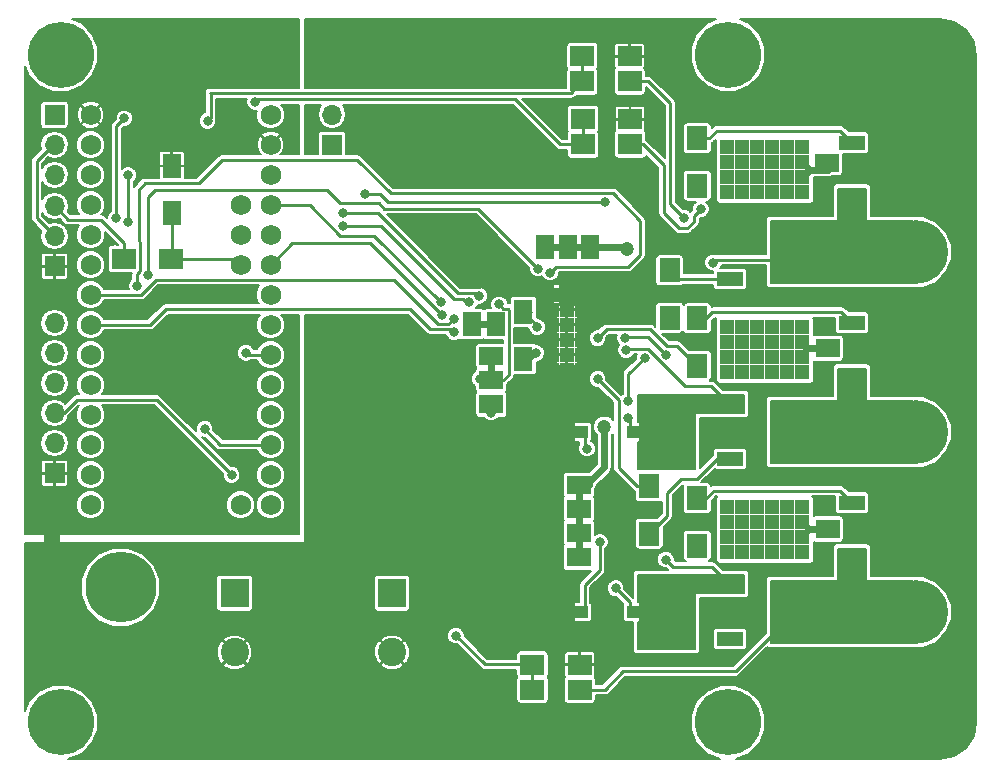
<source format=gbr>
G04 #@! TF.FileFunction,Copper,L2,Bot,Signal*
%FSLAX46Y46*%
G04 Gerber Fmt 4.6, Leading zero omitted, Abs format (unit mm)*
G04 Created by KiCad (PCBNEW 4.0.4-stable) date 08/21/17 00:53:09*
%MOMM*%
%LPD*%
G01*
G04 APERTURE LIST*
%ADD10C,0.100000*%
%ADD11R,1.270000X1.270000*%
%ADD12R,2.200000X1.200000*%
%ADD13R,2.000000X1.600000*%
%ADD14R,1.600000X2.000000*%
%ADD15R,1.700000X1.700000*%
%ADD16O,1.700000X1.700000*%
%ADD17C,5.999480*%
%ADD18R,2.000000X1.700000*%
%ADD19R,1.700000X2.000000*%
%ADD20C,1.750000*%
%ADD21R,4.600000X6.200000*%
%ADD22R,2.000000X1.000000*%
%ADD23R,2.400000X2.400000*%
%ADD24C,2.400000*%
%ADD25C,5.600000*%
%ADD26C,5.400000*%
%ADD27C,0.600000*%
%ADD28C,1.200000*%
%ADD29C,0.800000*%
%ADD30C,0.600000*%
%ADD31C,0.250000*%
%ADD32C,0.200000*%
G04 APERTURE END LIST*
D10*
D11*
X59880500Y33210500D03*
X59880500Y34480500D03*
X59880500Y35750500D03*
X59880500Y37020500D03*
X61150500Y33210500D03*
X61150500Y34480500D03*
X62420500Y34480500D03*
X62420500Y33210500D03*
X63690500Y33210500D03*
X63690500Y34480500D03*
X64960500Y34480500D03*
X64960500Y33210500D03*
X66230500Y33210500D03*
X66230500Y34480500D03*
X63690500Y35750500D03*
X62420500Y35750500D03*
X61150500Y35750500D03*
X61150500Y37020500D03*
X62420500Y37020500D03*
X63690500Y37020500D03*
X64960500Y37020500D03*
X64960500Y35750500D03*
X66230500Y35750500D03*
X66230500Y37020500D03*
D12*
X70430500Y37395500D03*
X70430500Y32835500D03*
D13*
X39909500Y34544000D03*
X35909500Y34544000D03*
D11*
X70675500Y45275500D03*
X70675500Y44005500D03*
X70675500Y42735500D03*
X70675500Y41465500D03*
X69405500Y45275500D03*
X69405500Y44005500D03*
X68135500Y44005500D03*
X68135500Y45275500D03*
X66865500Y45275500D03*
X66865500Y44005500D03*
X65595500Y44005500D03*
X65595500Y45275500D03*
X64325500Y45275500D03*
X64325500Y44005500D03*
X66865500Y42735500D03*
X68135500Y42735500D03*
X69405500Y42735500D03*
X69405500Y41465500D03*
X68135500Y41465500D03*
X66865500Y41465500D03*
X65595500Y41465500D03*
X65595500Y42735500D03*
X64325500Y42735500D03*
X64325500Y41465500D03*
D12*
X60125500Y41090500D03*
X60125500Y45650500D03*
D11*
X70675500Y30035500D03*
X70675500Y28765500D03*
X70675500Y27495500D03*
X70675500Y26225500D03*
X69405500Y30035500D03*
X69405500Y28765500D03*
X68135500Y28765500D03*
X68135500Y30035500D03*
X66865500Y30035500D03*
X66865500Y28765500D03*
X65595500Y28765500D03*
X65595500Y30035500D03*
X64325500Y30035500D03*
X64325500Y28765500D03*
X66865500Y27495500D03*
X68135500Y27495500D03*
X69405500Y27495500D03*
X69405500Y26225500D03*
X68135500Y26225500D03*
X66865500Y26225500D03*
X65595500Y26225500D03*
X65595500Y27495500D03*
X64325500Y27495500D03*
X64325500Y26225500D03*
D12*
X60125500Y25850500D03*
X60125500Y30410500D03*
D14*
X12827000Y50641000D03*
X12827000Y46641000D03*
D13*
X39909500Y32512000D03*
X35909500Y32512000D03*
D14*
X38227000Y37243000D03*
X38227000Y41243000D03*
D13*
X39909500Y30480000D03*
X35909500Y30480000D03*
D14*
X42608500Y38322000D03*
X42608500Y34322000D03*
D13*
X47339000Y23622000D03*
X43339000Y23622000D03*
X47339000Y21590000D03*
X43339000Y21590000D03*
X47339000Y19558000D03*
X43339000Y19558000D03*
X47339000Y17526000D03*
X43339000Y17526000D03*
X68307200Y50927000D03*
X72307200Y50927000D03*
D14*
X48260000Y43783000D03*
X48260000Y39783000D03*
X46355000Y43783000D03*
X46355000Y39783000D03*
X44450000Y43783000D03*
X44450000Y39783000D03*
D15*
X2921000Y24638000D03*
D16*
X2921000Y27178000D03*
X2921000Y29718000D03*
X2921000Y32258000D03*
X2921000Y34798000D03*
X2921000Y37338000D03*
D17*
X8382000Y8255000D03*
X8509000Y14986000D03*
D15*
X26416000Y52451000D03*
D16*
X26416000Y54991000D03*
D15*
X2921000Y54991000D03*
D16*
X2921000Y52451000D03*
X2921000Y49911000D03*
D15*
X2921000Y42164000D03*
D16*
X2921000Y44704000D03*
X2921000Y47244000D03*
D11*
X59880500Y48450500D03*
X59880500Y49720500D03*
X59880500Y50990500D03*
X59880500Y52260500D03*
X61150500Y48450500D03*
X61150500Y49720500D03*
X62420500Y49720500D03*
X62420500Y48450500D03*
X63690500Y48450500D03*
X63690500Y49720500D03*
X64960500Y49720500D03*
X64960500Y48450500D03*
X66230500Y48450500D03*
X66230500Y49720500D03*
X63690500Y50990500D03*
X62420500Y50990500D03*
X61150500Y50990500D03*
X61150500Y52260500D03*
X62420500Y52260500D03*
X63690500Y52260500D03*
X64960500Y52260500D03*
X64960500Y50990500D03*
X66230500Y50990500D03*
X66230500Y52260500D03*
D12*
X70430500Y52635500D03*
X70430500Y48075500D03*
D11*
X59880500Y17970500D03*
X59880500Y19240500D03*
X59880500Y20510500D03*
X59880500Y21780500D03*
X61150500Y17970500D03*
X61150500Y19240500D03*
X62420500Y19240500D03*
X62420500Y17970500D03*
X63690500Y17970500D03*
X63690500Y19240500D03*
X64960500Y19240500D03*
X64960500Y17970500D03*
X66230500Y17970500D03*
X66230500Y19240500D03*
X63690500Y20510500D03*
X62420500Y20510500D03*
X61150500Y20510500D03*
X61150500Y21780500D03*
X62420500Y21780500D03*
X63690500Y21780500D03*
X64960500Y21780500D03*
X64960500Y20510500D03*
X66230500Y20510500D03*
X66230500Y21780500D03*
D12*
X70430500Y22155500D03*
X70430500Y17595500D03*
D11*
X70675500Y14795500D03*
X70675500Y13525500D03*
X70675500Y12255500D03*
X70675500Y10985500D03*
X69405500Y14795500D03*
X69405500Y13525500D03*
X68135500Y13525500D03*
X68135500Y14795500D03*
X66865500Y14795500D03*
X66865500Y13525500D03*
X65595500Y13525500D03*
X65595500Y14795500D03*
X64325500Y14795500D03*
X64325500Y13525500D03*
X66865500Y12255500D03*
X68135500Y12255500D03*
X69405500Y12255500D03*
X69405500Y10985500D03*
X68135500Y10985500D03*
X66865500Y10985500D03*
X65595500Y10985500D03*
X65595500Y12255500D03*
X64325500Y12255500D03*
X64325500Y10985500D03*
D12*
X60125500Y10610500D03*
X60125500Y15170500D03*
D18*
X12795000Y42799000D03*
X8795000Y42799000D03*
D19*
X57340500Y52990500D03*
X57340500Y48990500D03*
X54991000Y41814500D03*
X54991000Y37814500D03*
D18*
X51606200Y57810400D03*
X47606200Y57810400D03*
X47606200Y59944000D03*
X51606200Y59944000D03*
D19*
X57340500Y37750500D03*
X57340500Y33750500D03*
X53276500Y19526500D03*
X53276500Y23526500D03*
D18*
X51657000Y52476400D03*
X47657000Y52476400D03*
X47657000Y54610000D03*
X51657000Y54610000D03*
D19*
X57340500Y22510500D03*
X57340500Y18510500D03*
D18*
X47389800Y6324600D03*
X43389800Y6324600D03*
X43389800Y8432800D03*
X47389800Y8432800D03*
D20*
X18669000Y42291000D03*
X18669000Y44831000D03*
X18669000Y47371000D03*
X18669000Y21971000D03*
X5969000Y52451000D03*
X5969000Y49911000D03*
X5969000Y47371000D03*
X5969000Y44831000D03*
X5969000Y42291000D03*
X5969000Y39751000D03*
X5969000Y37211000D03*
X5969000Y34671000D03*
X5969000Y32131000D03*
X5969000Y29591000D03*
X5969000Y27051000D03*
X5969000Y24511000D03*
X5969000Y21971000D03*
X21209000Y21971000D03*
X21209000Y24511000D03*
X21209000Y27051000D03*
X21209000Y29591000D03*
X21209000Y32131000D03*
X21209000Y34671000D03*
X21209000Y37211000D03*
X21209000Y39751000D03*
X21209000Y42291000D03*
X21209000Y44831000D03*
X21209000Y47371000D03*
X21209000Y49911000D03*
X21209000Y52451000D03*
X21209000Y54991000D03*
X5969000Y54991000D03*
D11*
X47561500Y33401000D03*
X47561500Y34671000D03*
X46291500Y34671000D03*
X46291500Y33401000D03*
X45021500Y33401000D03*
X45021500Y34671000D03*
X45021500Y39751000D03*
X45021500Y38481000D03*
X46291500Y38481000D03*
X46291500Y39751000D03*
X47561500Y39751000D03*
X47561500Y38481000D03*
X47561500Y35941000D03*
X47561500Y37211000D03*
X45021500Y37211000D03*
X45021500Y35941000D03*
X46291500Y35941000D03*
X46291500Y37211000D03*
D21*
X54720500Y28130500D03*
X44720500Y28130500D03*
D22*
X52375500Y28130500D03*
X47065500Y28130500D03*
D21*
X54720500Y12890500D03*
X44720500Y12890500D03*
D22*
X52375500Y12890500D03*
X47065500Y12890500D03*
D23*
X18161000Y14478000D03*
D24*
X18161000Y9478000D03*
D23*
X31496000Y14478000D03*
D24*
X31496000Y9478000D03*
D14*
X40259000Y37243000D03*
X40259000Y41243000D03*
D13*
X68383400Y35229800D03*
X72383400Y35229800D03*
X68383400Y19913600D03*
X72383400Y19913600D03*
D25*
X59944000Y60071000D03*
X3429000Y60071000D03*
X59944000Y3556000D03*
X3429000Y3556000D03*
D26*
X75819000Y43370500D03*
D27*
X77844000Y43370500D03*
X77250891Y41938609D03*
X75819000Y41345500D03*
X74387109Y41938609D03*
X73794000Y43370500D03*
X74387109Y44802391D03*
X75819000Y45395500D03*
X77250891Y44802391D03*
D26*
X75819000Y28130500D03*
D27*
X77844000Y28130500D03*
X77250891Y26698609D03*
X75819000Y26105500D03*
X74387109Y26698609D03*
X73794000Y28130500D03*
X74387109Y29562391D03*
X75819000Y30155500D03*
X77250891Y29562391D03*
D26*
X75819000Y12890500D03*
D27*
X77844000Y12890500D03*
X77250891Y11458609D03*
X75819000Y10865500D03*
X74387109Y11458609D03*
X73794000Y12890500D03*
X74387109Y14322391D03*
X75819000Y14915500D03*
X77250891Y14322391D03*
D28*
X49466500Y28575000D03*
X51371500Y43624500D03*
X51079400Y21328400D03*
X33655000Y49625000D03*
X59563000Y45656500D03*
X36155000Y54356000D03*
X28956000Y33528000D03*
X40259000Y49689000D03*
X42735500Y50459000D03*
X46131500Y49911000D03*
D29*
X39878000Y29781500D03*
X17907000Y24511000D03*
X60007500Y10541000D03*
X56184800Y46253400D03*
X58674000Y42481500D03*
X57632600Y46990000D03*
X54673500Y34671000D03*
X51244500Y36068000D03*
X15875000Y54483000D03*
X9169400Y49885600D03*
X9169400Y45872400D03*
X19126200Y34848800D03*
X8153400Y46278800D03*
X8839200Y54686200D03*
X19913600Y56083200D03*
X36906200Y10896600D03*
X29210000Y48260000D03*
X49530000Y47625000D03*
X51498500Y30797500D03*
X52895500Y34417000D03*
X40563800Y38938200D03*
X38925500Y32639000D03*
X40513000Y37655500D03*
X43789600Y37007800D03*
X43688000Y34798000D03*
X15621000Y28397200D03*
X9906000Y40513000D03*
X44907200Y41630600D03*
X57340500Y48895000D03*
X54864000Y37528500D03*
X48895000Y36068000D03*
X48895000Y32639000D03*
X57404000Y18351500D03*
X27305000Y46672500D03*
X38862000Y39649400D03*
X36703000Y37719000D03*
X36766500Y36576000D03*
X35687000Y38036500D03*
X27305000Y45593000D03*
X38036500Y39116000D03*
X35623500Y39116000D03*
X10795000Y41402000D03*
X43878500Y41973500D03*
X48006000Y26733500D03*
X51498500Y29337000D03*
X51308000Y35052000D03*
X54673500Y17335500D03*
X49085500Y18796000D03*
X50419000Y14922500D03*
D30*
X66230500Y19316700D02*
X66827400Y19913600D01*
X66827400Y19913600D02*
X68383400Y19913600D01*
X68383400Y19913600D02*
X66827400Y19913600D01*
X66827400Y19913600D02*
X66230500Y20510500D01*
X66230500Y49720500D02*
X66255900Y49720500D01*
X66255900Y49720500D02*
X66878200Y50342800D01*
X66878200Y50342800D02*
X68383400Y50342800D01*
X68383400Y50342800D02*
X66878200Y50342800D01*
X66878200Y50342800D02*
X66230500Y50990500D01*
X66230500Y34480500D02*
X66230500Y34709100D01*
X66230500Y34709100D02*
X66751200Y35229800D01*
X66751200Y35229800D02*
X68383400Y35229800D01*
X68383400Y35229800D02*
X66751200Y35229800D01*
X66751200Y35229800D02*
X66230500Y35750500D01*
X66230500Y19240500D02*
X66230500Y19316700D01*
X47339000Y23622000D02*
X47942500Y23622000D01*
X47942500Y23622000D02*
X49466500Y25146000D01*
X49466500Y25146000D02*
X49466500Y28575000D01*
X48260000Y43783000D02*
X51213000Y43783000D01*
X51213000Y43783000D02*
X51371500Y43624500D01*
X47339000Y23622000D02*
X47339000Y21590000D01*
X47339000Y21590000D02*
X47339000Y19558000D01*
X47339000Y19558000D02*
X47339000Y17526000D01*
X47339000Y23622000D02*
X48133000Y23622000D01*
X44450000Y43783000D02*
X46355000Y43783000D01*
X46355000Y43783000D02*
X48260000Y43783000D01*
X48260000Y43783000D02*
X48387000Y43656000D01*
X51079400Y21328400D02*
X51079400Y21336000D01*
X33655000Y49625000D02*
X33655000Y49631600D01*
X44720500Y11985000D02*
X44720500Y12890500D01*
D31*
X59563000Y45656500D02*
X59569000Y45650500D01*
X59569000Y45650500D02*
X60125500Y45650500D01*
D30*
X36155000Y54356000D02*
X36195000Y54356000D01*
X40259000Y49689000D02*
X40259000Y49720500D01*
X42735500Y50459000D02*
X42735500Y50482500D01*
X46131500Y49911000D02*
X46164500Y49911000D01*
D31*
X39878000Y29781500D02*
X39909500Y29813000D01*
X39909500Y29813000D02*
X39909500Y30480000D01*
X40259000Y30480000D02*
X39909500Y30480000D01*
X2921000Y29718000D02*
X3683000Y29718000D01*
X3683000Y29718000D02*
X4826000Y30861000D01*
X4826000Y30861000D02*
X11557000Y30861000D01*
X11557000Y30861000D02*
X17907000Y24511000D01*
X57340500Y52990500D02*
X58324500Y52990500D01*
X69408500Y53657500D02*
X70430500Y52635500D01*
X58991500Y53657500D02*
X69408500Y53657500D01*
X58324500Y52990500D02*
X58991500Y53657500D01*
X57340500Y52990500D02*
X58070500Y52990500D01*
X60125500Y41090500D02*
X55715000Y41090500D01*
X55715000Y41090500D02*
X54991000Y41814500D01*
X59877500Y41338500D02*
X60125500Y41090500D01*
X57340500Y37750500D02*
X58070500Y37750500D01*
X58070500Y37750500D02*
X58610500Y38290500D01*
X58610500Y38290500D02*
X69535500Y38290500D01*
X69535500Y38290500D02*
X70430500Y37395500D01*
X60125500Y25850500D02*
X58997500Y25850500D01*
X54800500Y21050500D02*
X53276500Y19526500D01*
X54800500Y22987000D02*
X54800500Y21050500D01*
X55943500Y24130000D02*
X54800500Y22987000D01*
X57277000Y24130000D02*
X55943500Y24130000D01*
X58997500Y25850500D02*
X57277000Y24130000D01*
X57340500Y22510500D02*
X58070500Y22510500D01*
X58070500Y22510500D02*
X58737500Y23177500D01*
X58737500Y23177500D02*
X69408500Y23177500D01*
X69408500Y23177500D02*
X70430500Y22155500D01*
X60007500Y10541000D02*
X60077000Y10610500D01*
X60077000Y10610500D02*
X60125500Y10610500D01*
X51606200Y57810400D02*
X53187600Y57810400D01*
X55041800Y47396400D02*
X56184800Y46253400D01*
X55041800Y55956200D02*
X55041800Y47396400D01*
X53187600Y57810400D02*
X55041800Y55956200D01*
X58928000Y42735500D02*
X64325500Y42735500D01*
X58674000Y42481500D02*
X58928000Y42735500D01*
X52730400Y52476400D02*
X51657000Y52476400D01*
X54508400Y50698400D02*
X52730400Y52476400D01*
X54508400Y46634400D02*
X54508400Y50698400D01*
X55778400Y45364400D02*
X54508400Y46634400D01*
X56489600Y45364400D02*
X55778400Y45364400D01*
X57073800Y45948600D02*
X56489600Y45364400D01*
X57073800Y46431200D02*
X57073800Y45948600D01*
X57632600Y46990000D02*
X57073800Y46431200D01*
X53149500Y36195000D02*
X54673500Y34671000D01*
X51371500Y36195000D02*
X53149500Y36195000D01*
X51244500Y36068000D02*
X51371500Y36195000D01*
X64325500Y10985500D02*
X63690500Y10985500D01*
X63690500Y10985500D02*
X60579000Y7874000D01*
X49504600Y6324600D02*
X47389800Y6324600D01*
X51054000Y7874000D02*
X49504600Y6324600D01*
X60579000Y7874000D02*
X51054000Y7874000D01*
X64325500Y10985500D02*
X64325500Y10782300D01*
X64325500Y10985500D02*
X64325500Y10629900D01*
X16129000Y54737000D02*
X16129000Y56819800D01*
X15875000Y54483000D02*
X16129000Y54737000D01*
X9169400Y49885600D02*
X9169400Y45872400D01*
X47606200Y59944000D02*
X47606200Y57810400D01*
X47606200Y57810400D02*
X46615600Y56819800D01*
X46615600Y56819800D02*
X16129000Y56819800D01*
X16129000Y56819800D02*
X16103600Y56819800D01*
X47657000Y52476400D02*
X45720000Y52476400D01*
X19304000Y34671000D02*
X21209000Y34671000D01*
X19126200Y34848800D02*
X19304000Y34671000D01*
X8153400Y54000400D02*
X8153400Y46278800D01*
X8839200Y54686200D02*
X8153400Y54000400D01*
X20116800Y56286400D02*
X19913600Y56083200D01*
X41910000Y56286400D02*
X20116800Y56286400D01*
X45720000Y52476400D02*
X41910000Y56286400D01*
X47657000Y54610000D02*
X47657000Y52476400D01*
X43389800Y6324600D02*
X43389800Y8432800D01*
X43389800Y8432800D02*
X43364400Y8458200D01*
X43364400Y8458200D02*
X39344600Y8458200D01*
X39344600Y8458200D02*
X36906200Y10896600D01*
X30480000Y48260000D02*
X29210000Y48260000D01*
X31115000Y47625000D02*
X30480000Y48260000D01*
X49530000Y47625000D02*
X31115000Y47625000D01*
X51498500Y33020000D02*
X51498500Y30797500D01*
X52895500Y34417000D02*
X51498500Y33020000D01*
X12795000Y42799000D02*
X18161000Y42799000D01*
X18161000Y42799000D02*
X18669000Y42291000D01*
X12827000Y46641000D02*
X12827000Y42831000D01*
X12827000Y42831000D02*
X12795000Y42799000D01*
X40919400Y32512000D02*
X39909500Y32512000D01*
X41376600Y32969200D02*
X40919400Y32512000D01*
X41376600Y38481000D02*
X41376600Y32969200D01*
X41275000Y38582600D02*
X41376600Y38481000D01*
X40919400Y38582600D02*
X41275000Y38582600D01*
X40563800Y38938200D02*
X40919400Y38582600D01*
X40830500Y32512000D02*
X39909500Y32512000D01*
X38925500Y32639000D02*
X39052500Y32512000D01*
D30*
X39052500Y32512000D02*
X39909500Y32512000D01*
D31*
X39909500Y32162500D02*
X39909500Y32512000D01*
D30*
X39909500Y32544000D02*
X39909500Y34544000D01*
D31*
X40513000Y37655500D02*
X40259000Y37401500D01*
X40259000Y37401500D02*
X40259000Y37243000D01*
D30*
X40227000Y37243000D02*
X38227000Y37243000D01*
D31*
X43815000Y37115500D02*
X42608500Y38322000D01*
X43815000Y37033200D02*
X43815000Y37115500D01*
X43789600Y37007800D02*
X43815000Y37033200D01*
X43275500Y38322000D02*
X42608500Y38322000D01*
X43688000Y34798000D02*
X43212000Y34322000D01*
X43212000Y34322000D02*
X42608500Y34322000D01*
X16967200Y27051000D02*
X21209000Y27051000D01*
X15621000Y28397200D02*
X16967200Y27051000D01*
X9906000Y41478200D02*
X9906000Y40513000D01*
X10160000Y41732200D02*
X9906000Y41478200D01*
X10160000Y44221400D02*
X10160000Y41732200D01*
X10058400Y44323000D02*
X10160000Y44221400D01*
X10058400Y48641000D02*
X10058400Y44323000D01*
X10617200Y49199800D02*
X10058400Y48641000D01*
X15138400Y49199800D02*
X10617200Y49199800D01*
X17094200Y51155600D02*
X15138400Y49199800D01*
X28549600Y51155600D02*
X17094200Y51155600D01*
X31369000Y48336200D02*
X28549600Y51155600D01*
X50190400Y48336200D02*
X31369000Y48336200D01*
X52501800Y46024800D02*
X50190400Y48336200D01*
X52501800Y43103800D02*
X52501800Y46024800D01*
X51511200Y42113200D02*
X52501800Y43103800D01*
X45389800Y42113200D02*
X51511200Y42113200D01*
X44907200Y41630600D02*
X45389800Y42113200D01*
X2921000Y52451000D02*
X2794000Y52451000D01*
X2794000Y52451000D02*
X1397000Y51054000D01*
X1397000Y46228000D02*
X2921000Y44704000D01*
X1397000Y51054000D02*
X1397000Y46228000D01*
X2921000Y44704000D02*
X3556000Y44704000D01*
X2921000Y44704000D02*
X3302000Y44704000D01*
X57340500Y48895000D02*
X57340500Y48990500D01*
X54864000Y37528500D02*
X54991000Y37655500D01*
X54991000Y37655500D02*
X54991000Y37814500D01*
X55658000Y35433000D02*
X57340500Y33750500D01*
X54737000Y35433000D02*
X55658000Y35433000D01*
X53340000Y36830000D02*
X54737000Y35433000D01*
X49657000Y36830000D02*
X53340000Y36830000D01*
X48895000Y36068000D02*
X49657000Y36830000D01*
X56610000Y33750500D02*
X57340500Y33750500D01*
X52229000Y23526500D02*
X53276500Y23526500D01*
X50673000Y25082500D02*
X52229000Y23526500D01*
X50673000Y30861000D02*
X50673000Y25082500D01*
X48895000Y32639000D02*
X50673000Y30861000D01*
X57404000Y18351500D02*
X57340500Y18415000D01*
X57340500Y18415000D02*
X57340500Y18510500D01*
X37084000Y39878000D02*
X33337500Y43624500D01*
X30289500Y46672500D02*
X27305000Y46672500D01*
X33337500Y43624500D02*
X30289500Y46672500D01*
X38633400Y39878000D02*
X37084000Y39878000D01*
X38862000Y39649400D02*
X38633400Y39878000D01*
X13144500Y41021000D02*
X11493500Y41021000D01*
X36703000Y37719000D02*
X36258500Y37274500D01*
X36258500Y37274500D02*
X35369500Y37274500D01*
X35369500Y37274500D02*
X31623000Y41021000D01*
X31623000Y41021000D02*
X13144500Y41021000D01*
X10223500Y39751000D02*
X5969000Y39751000D01*
X11493500Y41021000D02*
X10223500Y39751000D01*
X10985500Y37211000D02*
X5969000Y37211000D01*
X12319000Y38544500D02*
X10985500Y37211000D01*
X33020000Y38544500D02*
X12319000Y38544500D01*
X34734500Y36830000D02*
X33020000Y38544500D01*
X36512500Y36830000D02*
X34734500Y36830000D01*
X36766500Y36576000D02*
X36512500Y36830000D01*
X35687000Y38036500D02*
X29591000Y44132500D01*
X29591000Y44132500D02*
X23050500Y44132500D01*
X21209000Y42291000D02*
X23050500Y44132500D01*
X38036500Y39116000D02*
X37769800Y39116000D01*
X36766500Y39370000D02*
X30543500Y45593000D01*
X30543500Y45593000D02*
X27305000Y45593000D01*
X37515800Y39370000D02*
X36766500Y39370000D01*
X37769800Y39116000D02*
X37515800Y39370000D01*
X38036500Y39116000D02*
X37909500Y38989000D01*
X35623500Y39116000D02*
X29972000Y44767500D01*
X29972000Y44767500D02*
X27114500Y44767500D01*
X27114500Y44767500D02*
X24511000Y47371000D01*
X21209000Y47371000D02*
X24511000Y47371000D01*
X43878500Y41973500D02*
X38798500Y47053500D01*
X38798500Y47053500D02*
X30797500Y47053500D01*
X30797500Y47053500D02*
X30353000Y47498000D01*
X30353000Y47498000D02*
X27114500Y47498000D01*
X27114500Y47498000D02*
X25971500Y48641000D01*
X25971500Y48641000D02*
X11430000Y48641000D01*
X11430000Y48641000D02*
X10795000Y48006000D01*
X10795000Y48006000D02*
X10795000Y41402000D01*
X47815500Y28130500D02*
X47815500Y26924000D01*
X47815500Y26924000D02*
X48006000Y26733500D01*
X51625500Y28130500D02*
X51625500Y29210000D01*
X51625500Y29210000D02*
X51498500Y29337000D01*
X58532000Y32004000D02*
X60125500Y30410500D01*
X56324500Y32004000D02*
X58532000Y32004000D01*
X53149500Y35179000D02*
X56324500Y32004000D01*
X51435000Y35179000D02*
X53149500Y35179000D01*
X51308000Y35052000D02*
X51435000Y35179000D01*
X60077000Y30410500D02*
X60125500Y30410500D01*
X59950000Y30410500D02*
X60125500Y30410500D01*
X58595500Y16700500D02*
X60125500Y15170500D01*
X55308500Y16700500D02*
X58595500Y16700500D01*
X54673500Y17335500D02*
X55308500Y16700500D01*
X47815500Y12890500D02*
X47815500Y15176500D01*
X49085500Y16446500D02*
X49085500Y18796000D01*
X47815500Y15176500D02*
X49085500Y16446500D01*
X51625500Y12890500D02*
X51625500Y13716000D01*
X51625500Y13716000D02*
X50419000Y14922500D01*
X8795000Y42799000D02*
X8795000Y44164000D01*
X4064000Y46101000D02*
X2921000Y47244000D01*
X6858000Y46101000D02*
X4064000Y46101000D01*
X8795000Y44164000D02*
X6858000Y46101000D01*
X8033000Y43561000D02*
X8795000Y42799000D01*
D32*
G36*
X23649000Y57294800D02*
X16103600Y57294800D01*
X15921825Y57258643D01*
X15767724Y57155676D01*
X15664757Y57001575D01*
X15628600Y56819800D01*
X15654000Y56692105D01*
X15654000Y55203186D01*
X15450714Y55119189D01*
X15239552Y54908395D01*
X15125131Y54632839D01*
X15124870Y54334470D01*
X15238811Y54058714D01*
X15449605Y53847552D01*
X15725161Y53733131D01*
X16023530Y53732870D01*
X16299286Y53846811D01*
X16510448Y54057605D01*
X16624869Y54333161D01*
X16625130Y54631530D01*
X16596705Y54700324D01*
X16604000Y54737000D01*
X16604000Y56344800D01*
X19210138Y56344800D01*
X19163731Y56233039D01*
X19163470Y55934670D01*
X19277411Y55658914D01*
X19488205Y55447752D01*
X19763761Y55333331D01*
X20024643Y55333103D01*
X19984213Y55235737D01*
X19983788Y54748401D01*
X20169890Y54298000D01*
X20514187Y53953101D01*
X20964263Y53766213D01*
X21451599Y53765788D01*
X21902000Y53951890D01*
X22246899Y54296187D01*
X22433787Y54746263D01*
X22434212Y55233599D01*
X22248110Y55684000D01*
X22120932Y55811400D01*
X23649000Y55811400D01*
X23649000Y51630600D01*
X22064758Y51630600D01*
X22020578Y51674780D01*
X22192702Y51767200D01*
X22379501Y52195698D01*
X22388102Y52663063D01*
X22217195Y53098143D01*
X22192702Y53134800D01*
X22020576Y53227221D01*
X21244355Y52451000D01*
X21258498Y52436857D01*
X21223143Y52401502D01*
X21209000Y52415645D01*
X21194858Y52401502D01*
X21159503Y52436857D01*
X21173645Y52451000D01*
X20397424Y53227221D01*
X20225298Y53134800D01*
X20038499Y52706302D01*
X20029898Y52238937D01*
X20200805Y51803857D01*
X20225298Y51767200D01*
X20397422Y51674780D01*
X20353242Y51630600D01*
X17094200Y51630600D01*
X16912425Y51594443D01*
X16814483Y51529000D01*
X16758324Y51491476D01*
X14941648Y49674800D01*
X13927000Y49674800D01*
X13927000Y50541000D01*
X13852000Y50616000D01*
X12852000Y50616000D01*
X12852000Y50596000D01*
X12802000Y50596000D01*
X12802000Y50616000D01*
X11802000Y50616000D01*
X11727000Y50541000D01*
X11727000Y49674800D01*
X10617205Y49674800D01*
X10617200Y49674801D01*
X10435426Y49638644D01*
X10435424Y49638643D01*
X10435425Y49638643D01*
X10281324Y49535676D01*
X10281322Y49535673D01*
X9722524Y48976876D01*
X9644400Y48859955D01*
X9644400Y49300037D01*
X9804848Y49460205D01*
X9919269Y49735761D01*
X9919530Y50034130D01*
X9805589Y50309886D01*
X9594795Y50521048D01*
X9319239Y50635469D01*
X9020870Y50635730D01*
X8745114Y50521789D01*
X8628400Y50405278D01*
X8628400Y51700674D01*
X11727000Y51700674D01*
X11727000Y50741000D01*
X11802000Y50666000D01*
X12802000Y50666000D01*
X12802000Y51866000D01*
X12852000Y51866000D01*
X12852000Y50666000D01*
X13852000Y50666000D01*
X13927000Y50741000D01*
X13927000Y51700674D01*
X13881328Y51810937D01*
X13796936Y51895328D01*
X13686673Y51941000D01*
X12927000Y51941000D01*
X12852000Y51866000D01*
X12802000Y51866000D01*
X12727000Y51941000D01*
X11967327Y51941000D01*
X11857064Y51895328D01*
X11772672Y51810937D01*
X11727000Y51700674D01*
X8628400Y51700674D01*
X8628400Y53262576D01*
X20432779Y53262576D01*
X21209000Y52486355D01*
X21985221Y53262576D01*
X21892800Y53434702D01*
X21464302Y53621501D01*
X20996937Y53630102D01*
X20561857Y53459195D01*
X20525200Y53434702D01*
X20432779Y53262576D01*
X8628400Y53262576D01*
X8628400Y53803648D01*
X8761020Y53936268D01*
X8987730Y53936070D01*
X9263486Y54050011D01*
X9474648Y54260805D01*
X9589069Y54536361D01*
X9589330Y54834730D01*
X9475389Y55110486D01*
X9264595Y55321648D01*
X8989039Y55436069D01*
X8690670Y55436330D01*
X8414914Y55322389D01*
X8203752Y55111595D01*
X8089331Y54836039D01*
X8089131Y54607883D01*
X7817524Y54336276D01*
X7714557Y54182175D01*
X7678400Y54000400D01*
X7678400Y46864363D01*
X7517952Y46704195D01*
X7403531Y46428639D01*
X7403355Y46227397D01*
X7193876Y46436876D01*
X7039775Y46539843D01*
X6898472Y46567950D01*
X7006899Y46676187D01*
X7193787Y47126263D01*
X7194212Y47613599D01*
X7008110Y48064000D01*
X6663813Y48408899D01*
X6213737Y48595787D01*
X5726401Y48596212D01*
X5276000Y48410110D01*
X4931101Y48065813D01*
X4744213Y47615737D01*
X4743788Y47128401D01*
X4929890Y46678000D01*
X5031712Y46576000D01*
X4260752Y46576000D01*
X4052687Y46784065D01*
X4053164Y46784780D01*
X4144509Y47244000D01*
X4053164Y47703220D01*
X3793037Y48092528D01*
X3403729Y48352655D01*
X2944509Y48444000D01*
X2897491Y48444000D01*
X2438271Y48352655D01*
X2048963Y48092528D01*
X1872000Y47827684D01*
X1872000Y49327316D01*
X2048963Y49062472D01*
X2438271Y48802345D01*
X2897491Y48711000D01*
X2944509Y48711000D01*
X3403729Y48802345D01*
X3793037Y49062472D01*
X4053164Y49451780D01*
X4096252Y49668401D01*
X4743788Y49668401D01*
X4929890Y49218000D01*
X5274187Y48873101D01*
X5724263Y48686213D01*
X6211599Y48685788D01*
X6662000Y48871890D01*
X7006899Y49216187D01*
X7193787Y49666263D01*
X7194212Y50153599D01*
X7008110Y50604000D01*
X6663813Y50948899D01*
X6213737Y51135787D01*
X5726401Y51136212D01*
X5276000Y50950110D01*
X4931101Y50605813D01*
X4744213Y50155737D01*
X4743788Y49668401D01*
X4096252Y49668401D01*
X4144509Y49911000D01*
X4053164Y50370220D01*
X3793037Y50759528D01*
X3403729Y51019655D01*
X2944509Y51111000D01*
X2897491Y51111000D01*
X2438271Y51019655D01*
X2048963Y50759528D01*
X1872000Y50494684D01*
X1872000Y50857248D01*
X2389610Y51374859D01*
X2438271Y51342345D01*
X2897491Y51251000D01*
X2944509Y51251000D01*
X3403729Y51342345D01*
X3793037Y51602472D01*
X4053164Y51991780D01*
X4096252Y52208401D01*
X4743788Y52208401D01*
X4929890Y51758000D01*
X5274187Y51413101D01*
X5724263Y51226213D01*
X6211599Y51225788D01*
X6662000Y51411890D01*
X7006899Y51756187D01*
X7193787Y52206263D01*
X7194212Y52693599D01*
X7008110Y53144000D01*
X6663813Y53488899D01*
X6213737Y53675787D01*
X5726401Y53676212D01*
X5276000Y53490110D01*
X4931101Y53145813D01*
X4744213Y52695737D01*
X4743788Y52208401D01*
X4096252Y52208401D01*
X4144509Y52451000D01*
X4053164Y52910220D01*
X3793037Y53299528D01*
X3403729Y53559655D01*
X2944509Y53651000D01*
X2897491Y53651000D01*
X2438271Y53559655D01*
X2048963Y53299528D01*
X1788836Y52910220D01*
X1697491Y52451000D01*
X1767963Y52096715D01*
X1061124Y51389876D01*
X958157Y51235775D01*
X922000Y51054000D01*
X922000Y46228000D01*
X958157Y46046225D01*
X1061124Y45892124D01*
X1789314Y45163935D01*
X1788836Y45163220D01*
X1697491Y44704000D01*
X1788836Y44244780D01*
X2048963Y43855472D01*
X2438271Y43595345D01*
X2897491Y43504000D01*
X2944509Y43504000D01*
X3403729Y43595345D01*
X3793037Y43855472D01*
X4053164Y44244780D01*
X4144509Y44704000D01*
X4053164Y45163220D01*
X3793037Y45552528D01*
X3403729Y45812655D01*
X2944509Y45904000D01*
X2897491Y45904000D01*
X2476494Y45820258D01*
X1872000Y46424752D01*
X1872000Y46660316D01*
X2048963Y46395472D01*
X2438271Y46135345D01*
X2897491Y46044000D01*
X2944509Y46044000D01*
X3365506Y46127742D01*
X3728124Y45765124D01*
X3882225Y45662157D01*
X4064000Y45626000D01*
X5031463Y45626000D01*
X4931101Y45525813D01*
X4744213Y45075737D01*
X4743788Y44588401D01*
X4929890Y44138000D01*
X5274187Y43793101D01*
X5724263Y43606213D01*
X6211599Y43605788D01*
X6662000Y43791890D01*
X7006899Y44136187D01*
X7193787Y44586263D01*
X7194212Y45073599D01*
X7180526Y45106723D01*
X8281393Y44005856D01*
X8184545Y44005856D01*
X8033000Y44036000D01*
X7881455Y44005856D01*
X7795000Y44005856D01*
X7665298Y43981451D01*
X7546175Y43904797D01*
X7466259Y43787837D01*
X7438144Y43649000D01*
X7438144Y41949000D01*
X7462549Y41819298D01*
X7539203Y41700175D01*
X7656163Y41620259D01*
X7795000Y41592144D01*
X9453665Y41592144D01*
X9431000Y41478200D01*
X9431000Y41098563D01*
X9270552Y40938395D01*
X9156131Y40662839D01*
X9155870Y40364470D01*
X9213085Y40226000D01*
X7098186Y40226000D01*
X7008110Y40444000D01*
X6663813Y40788899D01*
X6213737Y40975787D01*
X5726401Y40976212D01*
X5276000Y40790110D01*
X4931101Y40445813D01*
X4744213Y39995737D01*
X4743788Y39508401D01*
X4929890Y39058000D01*
X5274187Y38713101D01*
X5724263Y38526213D01*
X6211599Y38525788D01*
X6662000Y38711890D01*
X7006899Y39056187D01*
X7098173Y39276000D01*
X10223500Y39276000D01*
X10405275Y39312157D01*
X10559376Y39415124D01*
X11690252Y40546000D01*
X20271463Y40546000D01*
X20171101Y40445813D01*
X19984213Y39995737D01*
X19983788Y39508401D01*
X20169890Y39058000D01*
X20208323Y39019500D01*
X12319005Y39019500D01*
X12319000Y39019501D01*
X12167384Y38989342D01*
X12137225Y38983343D01*
X11999024Y38891000D01*
X11983124Y38880376D01*
X10788748Y37686000D01*
X7098186Y37686000D01*
X7008110Y37904000D01*
X6663813Y38248899D01*
X6213737Y38435787D01*
X5726401Y38436212D01*
X5276000Y38250110D01*
X4931101Y37905813D01*
X4744213Y37455737D01*
X4743788Y36968401D01*
X4929890Y36518000D01*
X5274187Y36173101D01*
X5724263Y35986213D01*
X6211599Y35985788D01*
X6662000Y36171890D01*
X7006899Y36516187D01*
X7098173Y36736000D01*
X10985500Y36736000D01*
X11167275Y36772157D01*
X11321376Y36875124D01*
X12515752Y38069500D01*
X20335074Y38069500D01*
X20171101Y37905813D01*
X19984213Y37455737D01*
X19983788Y36968401D01*
X20169890Y36518000D01*
X20514187Y36173101D01*
X20964263Y35986213D01*
X21451599Y35985788D01*
X21902000Y36171890D01*
X22246899Y36516187D01*
X22433787Y36966263D01*
X22434212Y37453599D01*
X22248110Y37904000D01*
X22082899Y38069500D01*
X23649000Y38069500D01*
X23649000Y19531000D01*
X3429000Y19531000D01*
X3390094Y19523121D01*
X3357319Y19500727D01*
X3335839Y19467346D01*
X3329000Y19431000D01*
X3329000Y18796000D01*
X3336879Y18757094D01*
X3359273Y18724319D01*
X3392654Y18702839D01*
X3429000Y18696000D01*
X24003000Y18696000D01*
X24041906Y18703879D01*
X24074681Y18726273D01*
X24096161Y18759654D01*
X24103000Y18796000D01*
X24103000Y28630500D01*
X45708644Y28630500D01*
X45708644Y27630500D01*
X45733049Y27500798D01*
X45809703Y27381675D01*
X45926663Y27301759D01*
X46065500Y27273644D01*
X47340500Y27273644D01*
X47340500Y27086522D01*
X47256131Y26883339D01*
X47255870Y26584970D01*
X47369811Y26309214D01*
X47580605Y26098052D01*
X47856161Y25983631D01*
X48154530Y25983370D01*
X48430286Y26097311D01*
X48641448Y26308105D01*
X48755869Y26583661D01*
X48756130Y26882030D01*
X48642189Y27157786D01*
X48431395Y27368948D01*
X48337136Y27408088D01*
X48394241Y27491663D01*
X48422356Y27630500D01*
X48422356Y28630500D01*
X48397951Y28760202D01*
X48321297Y28879325D01*
X48204337Y28959241D01*
X48065500Y28987356D01*
X46065500Y28987356D01*
X45935798Y28962951D01*
X45816675Y28886297D01*
X45736759Y28769337D01*
X45708644Y28630500D01*
X24103000Y28630500D01*
X24103000Y38069500D01*
X32823248Y38069500D01*
X34398624Y36494124D01*
X34552725Y36391157D01*
X34734500Y36355000D01*
X36046314Y36355000D01*
X36130311Y36151714D01*
X36341105Y35940552D01*
X36616661Y35826131D01*
X36915030Y35825870D01*
X37190786Y35939811D01*
X37215159Y35964141D01*
X37288163Y35914259D01*
X37427000Y35886144D01*
X39027000Y35886144D01*
X39156702Y35910549D01*
X39243680Y35966518D01*
X39320163Y35914259D01*
X39459000Y35886144D01*
X40901600Y35886144D01*
X40901600Y35700856D01*
X38909500Y35700856D01*
X38779798Y35676451D01*
X38660675Y35599797D01*
X38580759Y35482837D01*
X38552644Y35344000D01*
X38552644Y33744000D01*
X38577049Y33614298D01*
X38633018Y33527320D01*
X38580759Y33450837D01*
X38552644Y33312000D01*
X38552644Y33296440D01*
X38501214Y33275189D01*
X38290052Y33064395D01*
X38175631Y32788839D01*
X38175370Y32490470D01*
X38289311Y32214714D01*
X38500105Y32003552D01*
X38552644Y31981736D01*
X38552644Y31712000D01*
X38577049Y31582298D01*
X38633018Y31495320D01*
X38580759Y31418837D01*
X38552644Y31280000D01*
X38552644Y29680000D01*
X38577049Y29550298D01*
X38653703Y29431175D01*
X38770663Y29351259D01*
X38909500Y29323144D01*
X39275822Y29323144D01*
X39452605Y29146052D01*
X39728161Y29031631D01*
X40026530Y29031370D01*
X40302286Y29145311D01*
X40480429Y29323144D01*
X40909500Y29323144D01*
X41039202Y29347549D01*
X41158325Y29424203D01*
X41238241Y29541163D01*
X41266356Y29680000D01*
X41266356Y31280000D01*
X41241951Y31409702D01*
X41185982Y31496680D01*
X41238241Y31573163D01*
X41266356Y31712000D01*
X41266356Y32187204D01*
X41712473Y32633322D01*
X41712476Y32633324D01*
X41815443Y32787425D01*
X41850793Y32965144D01*
X43408500Y32965144D01*
X43538202Y32989549D01*
X43657325Y33066203D01*
X43737241Y33183163D01*
X43765356Y33322000D01*
X43765356Y34047932D01*
X43836530Y34047870D01*
X44112286Y34161811D01*
X44323448Y34372605D01*
X44405828Y34571000D01*
X45356500Y34571000D01*
X45356500Y33976327D01*
X45402172Y33866064D01*
X45486563Y33781672D01*
X45596826Y33736000D01*
X46191500Y33736000D01*
X46266500Y33811000D01*
X46266500Y34646000D01*
X46316500Y34646000D01*
X46316500Y33811000D01*
X46391500Y33736000D01*
X46986174Y33736000D01*
X47096437Y33781672D01*
X47180828Y33866064D01*
X47226500Y33976327D01*
X47226500Y34571000D01*
X47151500Y34646000D01*
X46316500Y34646000D01*
X46266500Y34646000D01*
X45431500Y34646000D01*
X45356500Y34571000D01*
X44405828Y34571000D01*
X44437869Y34648161D01*
X44438130Y34946530D01*
X44324189Y35222286D01*
X44113395Y35433448D01*
X43837839Y35547869D01*
X43678979Y35548008D01*
X43664297Y35570825D01*
X43547337Y35650741D01*
X43408500Y35678856D01*
X41851600Y35678856D01*
X41851600Y35841000D01*
X45356500Y35841000D01*
X45356500Y34771000D01*
X45431500Y34696000D01*
X46266500Y34696000D01*
X46266500Y35916000D01*
X46316500Y35916000D01*
X46316500Y34696000D01*
X47151500Y34696000D01*
X47226500Y34771000D01*
X47226500Y35841000D01*
X47151500Y35916000D01*
X46316500Y35916000D01*
X46266500Y35916000D01*
X45431500Y35916000D01*
X45356500Y35841000D01*
X41851600Y35841000D01*
X41851600Y36965144D01*
X43039563Y36965144D01*
X43039470Y36859270D01*
X43153411Y36583514D01*
X43364205Y36372352D01*
X43639761Y36257931D01*
X43938130Y36257670D01*
X44213886Y36371611D01*
X44425048Y36582405D01*
X44539469Y36857961D01*
X44539690Y37111000D01*
X45356500Y37111000D01*
X45356500Y36041000D01*
X45431500Y35966000D01*
X46266500Y35966000D01*
X46266500Y37186000D01*
X46316500Y37186000D01*
X46316500Y35966000D01*
X47151500Y35966000D01*
X47226500Y36041000D01*
X47226500Y37111000D01*
X47151500Y37186000D01*
X46316500Y37186000D01*
X46266500Y37186000D01*
X45431500Y37186000D01*
X45356500Y37111000D01*
X44539690Y37111000D01*
X44539730Y37156330D01*
X44425789Y37432086D01*
X44214995Y37643248D01*
X43939439Y37757669D01*
X43844499Y37757752D01*
X43765356Y37836895D01*
X43765356Y38381000D01*
X45356500Y38381000D01*
X45356500Y37311000D01*
X45431500Y37236000D01*
X46266500Y37236000D01*
X46266500Y38456000D01*
X46316500Y38456000D01*
X46316500Y37236000D01*
X47151500Y37236000D01*
X47226500Y37311000D01*
X47226500Y38381000D01*
X47151500Y38456000D01*
X46316500Y38456000D01*
X46266500Y38456000D01*
X45431500Y38456000D01*
X45356500Y38381000D01*
X43765356Y38381000D01*
X43765356Y39322000D01*
X43740951Y39451702D01*
X43664297Y39570825D01*
X43547337Y39650741D01*
X43546059Y39651000D01*
X44086500Y39651000D01*
X44086500Y39056327D01*
X44132172Y38946064D01*
X44216563Y38861672D01*
X44326826Y38816000D01*
X44921500Y38816000D01*
X44996500Y38891000D01*
X44996500Y39726000D01*
X45046500Y39726000D01*
X45046500Y38891000D01*
X45121500Y38816000D01*
X45356500Y38816000D01*
X45356500Y38581000D01*
X45431500Y38506000D01*
X46266500Y38506000D01*
X46266500Y39726000D01*
X46316500Y39726000D01*
X46316500Y38506000D01*
X47151500Y38506000D01*
X47226500Y38581000D01*
X47226500Y39651000D01*
X47151500Y39726000D01*
X46316500Y39726000D01*
X46266500Y39726000D01*
X45046500Y39726000D01*
X44996500Y39726000D01*
X44161500Y39726000D01*
X44086500Y39651000D01*
X43546059Y39651000D01*
X43408500Y39678856D01*
X41808500Y39678856D01*
X41678798Y39654451D01*
X41559675Y39577797D01*
X41479759Y39460837D01*
X41451644Y39322000D01*
X41451644Y39022464D01*
X41313898Y39049863D01*
X41313930Y39086730D01*
X41199989Y39362486D01*
X40989195Y39573648D01*
X40713639Y39688069D01*
X40415270Y39688330D01*
X40139514Y39574389D01*
X39928352Y39363595D01*
X39813931Y39088039D01*
X39813670Y38789670D01*
X39892100Y38599856D01*
X39459000Y38599856D01*
X39329298Y38575451D01*
X39242320Y38519482D01*
X39165837Y38571741D01*
X39027000Y38599856D01*
X38581041Y38599856D01*
X38671948Y38690605D01*
X38758685Y38899490D01*
X39010530Y38899270D01*
X39286286Y39013211D01*
X39497448Y39224005D01*
X39611869Y39499561D01*
X39612130Y39797930D01*
X39498189Y40073686D01*
X39287395Y40284848D01*
X39011839Y40399269D01*
X38713470Y40399530D01*
X38600860Y40353000D01*
X37280752Y40353000D01*
X37188079Y40445673D01*
X44086500Y40445673D01*
X44086500Y39851000D01*
X44161500Y39776000D01*
X44996500Y39776000D01*
X44996500Y40611000D01*
X45046500Y40611000D01*
X45046500Y39776000D01*
X46266500Y39776000D01*
X46266500Y40611000D01*
X46316500Y40611000D01*
X46316500Y39776000D01*
X47151500Y39776000D01*
X47226500Y39851000D01*
X47226500Y40445673D01*
X47180828Y40555936D01*
X47096437Y40640328D01*
X46986174Y40686000D01*
X46391500Y40686000D01*
X46316500Y40611000D01*
X46266500Y40611000D01*
X46191500Y40686000D01*
X45121500Y40686000D01*
X45046500Y40611000D01*
X44996500Y40611000D01*
X44921500Y40686000D01*
X44326826Y40686000D01*
X44216563Y40640328D01*
X44132172Y40555936D01*
X44086500Y40445673D01*
X37188079Y40445673D01*
X31055252Y46578500D01*
X38601748Y46578500D01*
X43128568Y42051680D01*
X43128370Y41824970D01*
X43242311Y41549214D01*
X43453105Y41338052D01*
X43728661Y41223631D01*
X44027030Y41223370D01*
X44229411Y41306993D01*
X44271011Y41206314D01*
X44481805Y40995152D01*
X44757361Y40880731D01*
X45055730Y40880470D01*
X45331486Y40994411D01*
X45542648Y41205205D01*
X45657069Y41480761D01*
X45657207Y41638200D01*
X51511200Y41638200D01*
X51692975Y41674357D01*
X51847076Y41777324D01*
X52837676Y42767924D01*
X52868797Y42814500D01*
X53784144Y42814500D01*
X53784144Y40814500D01*
X53808549Y40684798D01*
X53885203Y40565675D01*
X54002163Y40485759D01*
X54141000Y40457644D01*
X55841000Y40457644D01*
X55970702Y40482049D01*
X56089825Y40558703D01*
X56128633Y40615500D01*
X58668644Y40615500D01*
X58668644Y40490500D01*
X58693049Y40360798D01*
X58769703Y40241675D01*
X58886663Y40161759D01*
X59025500Y40133644D01*
X61225500Y40133644D01*
X61355202Y40158049D01*
X61474325Y40234703D01*
X61554241Y40351663D01*
X61582356Y40490500D01*
X61582356Y41690500D01*
X61557951Y41820202D01*
X61481297Y41939325D01*
X61364337Y42019241D01*
X61225500Y42047356D01*
X59300684Y42047356D01*
X59309448Y42056105D01*
X59394320Y42260500D01*
X63150000Y42260500D01*
X63150000Y40640000D01*
X63173936Y40512790D01*
X63249117Y40395955D01*
X63363830Y40317575D01*
X63500000Y40290000D01*
X75882500Y40290000D01*
X76013493Y40315437D01*
X76020895Y40320323D01*
X76423021Y40319972D01*
X77544429Y40783328D01*
X78403156Y41640558D01*
X78868469Y42761156D01*
X78869528Y43974521D01*
X78406172Y45095929D01*
X77548942Y45954656D01*
X76428344Y46419969D01*
X75959629Y46420378D01*
X75955170Y46423425D01*
X75819000Y46451000D01*
X72041500Y46451000D01*
X72041500Y48831500D01*
X72017564Y48958710D01*
X71942383Y49075545D01*
X71827670Y49153925D01*
X71691500Y49181500D01*
X69151500Y49181500D01*
X69024290Y49157564D01*
X68907455Y49082383D01*
X68829075Y48967670D01*
X68801500Y48831500D01*
X68801500Y46451000D01*
X63500000Y46451000D01*
X63372790Y46427064D01*
X63255955Y46351883D01*
X63177575Y46237170D01*
X63150000Y46101000D01*
X63150000Y43210500D01*
X58928000Y43210500D01*
X58891555Y43203251D01*
X58823839Y43231369D01*
X58525470Y43231630D01*
X58249714Y43117689D01*
X58038552Y42906895D01*
X57924131Y42631339D01*
X57923870Y42332970D01*
X58037811Y42057214D01*
X58248605Y41846052D01*
X58524161Y41731631D01*
X58676946Y41731497D01*
X58668644Y41690500D01*
X58668644Y41565500D01*
X56197856Y41565500D01*
X56197856Y42814500D01*
X56173451Y42944202D01*
X56096797Y43063325D01*
X55979837Y43143241D01*
X55841000Y43171356D01*
X54141000Y43171356D01*
X54011298Y43146951D01*
X53892175Y43070297D01*
X53812259Y42953337D01*
X53784144Y42814500D01*
X52868797Y42814500D01*
X52937469Y42917275D01*
X52940643Y42922025D01*
X52976800Y43103800D01*
X52976800Y46024800D01*
X52940643Y46206575D01*
X52837676Y46360676D01*
X50526276Y48672076D01*
X50372175Y48775043D01*
X50190400Y48811200D01*
X31565752Y48811200D01*
X28885476Y51491476D01*
X28731375Y51594443D01*
X28549600Y51630600D01*
X27622856Y51630600D01*
X27622856Y53301000D01*
X27598451Y53430702D01*
X27521797Y53549825D01*
X27404837Y53629741D01*
X27266000Y53657856D01*
X25566000Y53657856D01*
X25436298Y53633451D01*
X25317175Y53556797D01*
X25237259Y53439837D01*
X25209144Y53301000D01*
X25209144Y51630600D01*
X24103000Y51630600D01*
X24103000Y55811400D01*
X25525168Y55811400D01*
X25283836Y55450220D01*
X25192491Y54991000D01*
X25283836Y54531780D01*
X25543963Y54142472D01*
X25933271Y53882345D01*
X26392491Y53791000D01*
X26439509Y53791000D01*
X26898729Y53882345D01*
X27288037Y54142472D01*
X27548164Y54531780D01*
X27639509Y54991000D01*
X27548164Y55450220D01*
X27306832Y55811400D01*
X41713248Y55811400D01*
X45384122Y52140527D01*
X45384124Y52140524D01*
X45538225Y52037557D01*
X45568384Y52031558D01*
X45720000Y52001399D01*
X45720005Y52001400D01*
X46300144Y52001400D01*
X46300144Y51626400D01*
X46324549Y51496698D01*
X46401203Y51377575D01*
X46518163Y51297659D01*
X46657000Y51269544D01*
X48657000Y51269544D01*
X48786702Y51293949D01*
X48905825Y51370603D01*
X48985741Y51487563D01*
X49013856Y51626400D01*
X49013856Y53326400D01*
X48989451Y53456102D01*
X48932952Y53543904D01*
X48985741Y53621163D01*
X49013856Y53760000D01*
X49013856Y55460000D01*
X49002628Y55519673D01*
X50357000Y55519673D01*
X50357000Y54710000D01*
X50432000Y54635000D01*
X51632000Y54635000D01*
X51632000Y55685000D01*
X51682000Y55685000D01*
X51682000Y54635000D01*
X52882000Y54635000D01*
X52957000Y54710000D01*
X52957000Y55519673D01*
X52911328Y55629936D01*
X52826937Y55714328D01*
X52716674Y55760000D01*
X51757000Y55760000D01*
X51682000Y55685000D01*
X51632000Y55685000D01*
X51557000Y55760000D01*
X50597326Y55760000D01*
X50487063Y55714328D01*
X50402672Y55629936D01*
X50357000Y55519673D01*
X49002628Y55519673D01*
X48989451Y55589702D01*
X48912797Y55708825D01*
X48795837Y55788741D01*
X48657000Y55816856D01*
X46657000Y55816856D01*
X46527298Y55792451D01*
X46408175Y55715797D01*
X46328259Y55598837D01*
X46300144Y55460000D01*
X46300144Y53760000D01*
X46324549Y53630298D01*
X46381048Y53542496D01*
X46328259Y53465237D01*
X46300144Y53326400D01*
X46300144Y52951400D01*
X45916751Y52951400D01*
X42523352Y56344800D01*
X46615600Y56344800D01*
X46797375Y56380957D01*
X46951476Y56483924D01*
X47071096Y56603544D01*
X48606200Y56603544D01*
X48735902Y56627949D01*
X48855025Y56704603D01*
X48934941Y56821563D01*
X48963056Y56960400D01*
X48963056Y58660400D01*
X50249344Y58660400D01*
X50249344Y56960400D01*
X50273749Y56830698D01*
X50350403Y56711575D01*
X50467363Y56631659D01*
X50606200Y56603544D01*
X52606200Y56603544D01*
X52735902Y56627949D01*
X52855025Y56704603D01*
X52934941Y56821563D01*
X52963056Y56960400D01*
X52963056Y57335400D01*
X52990848Y57335400D01*
X54566800Y55759448D01*
X54566800Y51311752D01*
X53066276Y52812276D01*
X53013856Y52847302D01*
X53013856Y53326400D01*
X52989451Y53456102D01*
X52912797Y53575225D01*
X52903109Y53581845D01*
X52911328Y53590064D01*
X52957000Y53700327D01*
X52957000Y54510000D01*
X52882000Y54585000D01*
X51682000Y54585000D01*
X51682000Y54565000D01*
X51632000Y54565000D01*
X51632000Y54585000D01*
X50432000Y54585000D01*
X50357000Y54510000D01*
X50357000Y53700327D01*
X50402672Y53590064D01*
X50409613Y53583123D01*
X50408175Y53582197D01*
X50328259Y53465237D01*
X50300144Y53326400D01*
X50300144Y51626400D01*
X50324549Y51496698D01*
X50401203Y51377575D01*
X50518163Y51297659D01*
X50657000Y51269544D01*
X52657000Y51269544D01*
X52786702Y51293949D01*
X52905825Y51370603D01*
X52985741Y51487563D01*
X52996139Y51538909D01*
X54033400Y50501648D01*
X54033400Y46634400D01*
X54069557Y46452625D01*
X54172524Y46298524D01*
X55442524Y45028524D01*
X55596625Y44925557D01*
X55778400Y44889400D01*
X56489600Y44889400D01*
X56671375Y44925557D01*
X56825476Y45028524D01*
X57409673Y45612722D01*
X57409676Y45612724D01*
X57483941Y45723870D01*
X57512644Y45766826D01*
X57548801Y45948600D01*
X57548800Y45948605D01*
X57548800Y46234448D01*
X57554420Y46240068D01*
X57781130Y46239870D01*
X58056886Y46353811D01*
X58268048Y46564605D01*
X58382469Y46840161D01*
X58382730Y47138530D01*
X58268789Y47414286D01*
X58057995Y47625448D01*
X58038257Y47633644D01*
X58190500Y47633644D01*
X58320202Y47658049D01*
X58439325Y47734703D01*
X58519241Y47851663D01*
X58547356Y47990500D01*
X58547356Y49990500D01*
X58522951Y50120202D01*
X58446297Y50239325D01*
X58329337Y50319241D01*
X58190500Y50347356D01*
X56490500Y50347356D01*
X56360798Y50322951D01*
X56241675Y50246297D01*
X56161759Y50129337D01*
X56133644Y49990500D01*
X56133644Y47990500D01*
X56158049Y47860798D01*
X56234703Y47741675D01*
X56351663Y47661759D01*
X56490500Y47633644D01*
X57226356Y47633644D01*
X57208314Y47626189D01*
X56997152Y47415395D01*
X56882731Y47139839D01*
X56882531Y46911683D01*
X56737924Y46767076D01*
X56735450Y46763374D01*
X56610195Y46888848D01*
X56334639Y47003269D01*
X56106483Y47003469D01*
X55516800Y47593152D01*
X55516800Y53990500D01*
X56133644Y53990500D01*
X56133644Y51990500D01*
X56158049Y51860798D01*
X56234703Y51741675D01*
X56351663Y51661759D01*
X56490500Y51633644D01*
X58190500Y51633644D01*
X58320202Y51658049D01*
X58439325Y51734703D01*
X58519241Y51851663D01*
X58547356Y51990500D01*
X58547356Y52579106D01*
X58660376Y52654624D01*
X58888644Y52882892D01*
X58888644Y47815500D01*
X58913049Y47685798D01*
X58989703Y47566675D01*
X59106663Y47486759D01*
X59245500Y47458644D01*
X66865500Y47458644D01*
X66995202Y47483049D01*
X67114325Y47559703D01*
X67194241Y47676663D01*
X67222356Y47815500D01*
X67222356Y49692800D01*
X68383400Y49692800D01*
X68632144Y49742278D01*
X68673848Y49770144D01*
X69307200Y49770144D01*
X69436902Y49794549D01*
X69556025Y49871203D01*
X69635941Y49988163D01*
X69664056Y50127000D01*
X69664056Y51678644D01*
X71530500Y51678644D01*
X71660202Y51703049D01*
X71779325Y51779703D01*
X71859241Y51896663D01*
X71887356Y52035500D01*
X71887356Y53235500D01*
X71862951Y53365202D01*
X71786297Y53484325D01*
X71669337Y53564241D01*
X71530500Y53592356D01*
X70145396Y53592356D01*
X69744376Y53993376D01*
X69590275Y54096343D01*
X69408500Y54132500D01*
X58991500Y54132500D01*
X58809725Y54096343D01*
X58655624Y53993376D01*
X58655622Y53993373D01*
X58547356Y53885107D01*
X58547356Y53990500D01*
X58522951Y54120202D01*
X58446297Y54239325D01*
X58329337Y54319241D01*
X58190500Y54347356D01*
X56490500Y54347356D01*
X56360798Y54322951D01*
X56241675Y54246297D01*
X56161759Y54129337D01*
X56133644Y53990500D01*
X55516800Y53990500D01*
X55516800Y55956195D01*
X55516801Y55956200D01*
X55480643Y56137974D01*
X55480643Y56137975D01*
X55377676Y56292076D01*
X53523476Y58146276D01*
X53369375Y58249243D01*
X53187600Y58285400D01*
X52963056Y58285400D01*
X52963056Y58660400D01*
X52938651Y58790102D01*
X52861997Y58909225D01*
X52852309Y58915845D01*
X52860528Y58924064D01*
X52906200Y59034327D01*
X52906200Y59844000D01*
X52831200Y59919000D01*
X51631200Y59919000D01*
X51631200Y59899000D01*
X51581200Y59899000D01*
X51581200Y59919000D01*
X50381200Y59919000D01*
X50306200Y59844000D01*
X50306200Y59034327D01*
X50351872Y58924064D01*
X50358813Y58917123D01*
X50357375Y58916197D01*
X50277459Y58799237D01*
X50249344Y58660400D01*
X48963056Y58660400D01*
X48938651Y58790102D01*
X48882152Y58877904D01*
X48934941Y58955163D01*
X48963056Y59094000D01*
X48963056Y60794000D01*
X48951828Y60853673D01*
X50306200Y60853673D01*
X50306200Y60044000D01*
X50381200Y59969000D01*
X51581200Y59969000D01*
X51581200Y61019000D01*
X51631200Y61019000D01*
X51631200Y59969000D01*
X52831200Y59969000D01*
X52906200Y60044000D01*
X52906200Y60853673D01*
X52860528Y60963936D01*
X52776137Y61048328D01*
X52665874Y61094000D01*
X51706200Y61094000D01*
X51631200Y61019000D01*
X51581200Y61019000D01*
X51506200Y61094000D01*
X50546526Y61094000D01*
X50436263Y61048328D01*
X50351872Y60963936D01*
X50306200Y60853673D01*
X48951828Y60853673D01*
X48938651Y60923702D01*
X48861997Y61042825D01*
X48745037Y61122741D01*
X48606200Y61150856D01*
X46606200Y61150856D01*
X46476498Y61126451D01*
X46357375Y61049797D01*
X46277459Y60932837D01*
X46249344Y60794000D01*
X46249344Y59094000D01*
X46273749Y58964298D01*
X46330248Y58876496D01*
X46277459Y58799237D01*
X46249344Y58660400D01*
X46249344Y57294800D01*
X24103000Y57294800D01*
X24103000Y63075000D01*
X58965509Y63075000D01*
X58161999Y62742997D01*
X57275117Y61857661D01*
X56794548Y60700323D01*
X56793455Y59447175D01*
X57272003Y58288999D01*
X58157339Y57402117D01*
X59314677Y56921548D01*
X60567825Y56920455D01*
X61726001Y57399003D01*
X62612883Y58284339D01*
X63093452Y59441677D01*
X63094545Y60694825D01*
X62615997Y61853001D01*
X61730661Y62739883D01*
X60923610Y63075000D01*
X77809140Y63075000D01*
X79045995Y62828975D01*
X80059064Y62152064D01*
X80735975Y61138995D01*
X80982000Y59902140D01*
X80982000Y3597860D01*
X80735975Y2361005D01*
X80059064Y1347936D01*
X79045995Y671025D01*
X77809140Y425000D01*
X60615128Y425000D01*
X61726001Y884003D01*
X62612883Y1769339D01*
X63093452Y2926677D01*
X63094545Y4179825D01*
X62615997Y5338001D01*
X61730661Y6224883D01*
X60573323Y6705452D01*
X59320175Y6706545D01*
X58161999Y6227997D01*
X57275117Y5342661D01*
X56794548Y4185323D01*
X56793455Y2932175D01*
X57272003Y1773999D01*
X58157339Y887117D01*
X59270240Y425000D01*
X4100128Y425000D01*
X5211001Y884003D01*
X6097883Y1769339D01*
X6578452Y2926677D01*
X6579545Y4179825D01*
X6100997Y5338001D01*
X5215661Y6224883D01*
X4058323Y6705452D01*
X2805175Y6706545D01*
X1646999Y6227997D01*
X760117Y5342661D01*
X425000Y4535610D01*
X425000Y8432067D01*
X17150423Y8432067D01*
X17282394Y8226171D01*
X17828329Y7985233D01*
X18424910Y7971555D01*
X18981312Y8187220D01*
X19039606Y8226171D01*
X19171577Y8432067D01*
X30485423Y8432067D01*
X30617394Y8226171D01*
X31163329Y7985233D01*
X31759910Y7971555D01*
X32316312Y8187220D01*
X32374606Y8226171D01*
X32506577Y8432067D01*
X31496000Y9442645D01*
X30485423Y8432067D01*
X19171577Y8432067D01*
X18161000Y9442645D01*
X17150423Y8432067D01*
X425000Y8432067D01*
X425000Y9214090D01*
X16654555Y9214090D01*
X16870220Y8657688D01*
X16909171Y8599394D01*
X17115067Y8467423D01*
X18125645Y9478000D01*
X18196355Y9478000D01*
X19206933Y8467423D01*
X19412829Y8599394D01*
X19653767Y9145329D01*
X19655343Y9214090D01*
X29989555Y9214090D01*
X30205220Y8657688D01*
X30244171Y8599394D01*
X30450067Y8467423D01*
X31460645Y9478000D01*
X31531355Y9478000D01*
X32541933Y8467423D01*
X32747829Y8599394D01*
X32988767Y9145329D01*
X33002445Y9741910D01*
X32786780Y10298312D01*
X32747829Y10356606D01*
X32541933Y10488577D01*
X31531355Y9478000D01*
X31460645Y9478000D01*
X30450067Y10488577D01*
X30244171Y10356606D01*
X30003233Y9810671D01*
X29989555Y9214090D01*
X19655343Y9214090D01*
X19667445Y9741910D01*
X19451780Y10298312D01*
X19412829Y10356606D01*
X19206933Y10488577D01*
X18196355Y9478000D01*
X18125645Y9478000D01*
X17115067Y10488577D01*
X16909171Y10356606D01*
X16668233Y9810671D01*
X16654555Y9214090D01*
X425000Y9214090D01*
X425000Y10523933D01*
X17150423Y10523933D01*
X18161000Y9513355D01*
X19171577Y10523933D01*
X30485423Y10523933D01*
X31496000Y9513355D01*
X32506577Y10523933D01*
X32374606Y10729829D01*
X32333275Y10748070D01*
X36156070Y10748070D01*
X36270011Y10472314D01*
X36480805Y10261152D01*
X36756361Y10146731D01*
X36984517Y10146531D01*
X39008722Y8122327D01*
X39008724Y8122324D01*
X39162825Y8019357D01*
X39344600Y7983200D01*
X42032944Y7983200D01*
X42032944Y7582800D01*
X42057349Y7453098D01*
X42105431Y7378377D01*
X42061059Y7313437D01*
X42032944Y7174600D01*
X42032944Y5474600D01*
X42057349Y5344898D01*
X42134003Y5225775D01*
X42250963Y5145859D01*
X42389800Y5117744D01*
X44389800Y5117744D01*
X44519502Y5142149D01*
X44638625Y5218803D01*
X44718541Y5335763D01*
X44746656Y5474600D01*
X44746656Y7174600D01*
X46032944Y7174600D01*
X46032944Y5474600D01*
X46057349Y5344898D01*
X46134003Y5225775D01*
X46250963Y5145859D01*
X46389800Y5117744D01*
X48389800Y5117744D01*
X48519502Y5142149D01*
X48638625Y5218803D01*
X48718541Y5335763D01*
X48746656Y5474600D01*
X48746656Y5849600D01*
X49504600Y5849600D01*
X49686375Y5885757D01*
X49840476Y5988724D01*
X51250751Y7399000D01*
X60579000Y7399000D01*
X60760775Y7435157D01*
X60914876Y7538124D01*
X63275013Y9898261D01*
X63363830Y9837575D01*
X63500000Y9810000D01*
X75882500Y9810000D01*
X76013493Y9835437D01*
X76020895Y9840323D01*
X76423021Y9839972D01*
X77544429Y10303328D01*
X78403156Y11160558D01*
X78868469Y12281156D01*
X78869528Y13494521D01*
X78406172Y14615929D01*
X77548942Y15474656D01*
X76428344Y15939969D01*
X75959629Y15940378D01*
X75955170Y15943425D01*
X75819000Y15971000D01*
X72041500Y15971000D01*
X72041500Y18351500D01*
X72017564Y18478710D01*
X71942383Y18595545D01*
X71827670Y18673925D01*
X71691500Y18701500D01*
X69151500Y18701500D01*
X69024290Y18677564D01*
X68907455Y18602383D01*
X68829075Y18487670D01*
X68801500Y18351500D01*
X68801500Y15971000D01*
X63500000Y15971000D01*
X63372790Y15947064D01*
X63255955Y15871883D01*
X63177575Y15757170D01*
X63150000Y15621000D01*
X63150000Y11116751D01*
X60382248Y8349000D01*
X51054000Y8349000D01*
X50872225Y8312843D01*
X50718124Y8209876D01*
X50718122Y8209873D01*
X49307848Y6799600D01*
X48746656Y6799600D01*
X48746656Y7174600D01*
X48722251Y7304302D01*
X48647365Y7420678D01*
X48689800Y7523127D01*
X48689800Y8332800D01*
X48614800Y8407800D01*
X47414800Y8407800D01*
X47414800Y8387800D01*
X47364800Y8387800D01*
X47364800Y8407800D01*
X46164800Y8407800D01*
X46089800Y8332800D01*
X46089800Y7523127D01*
X46133028Y7418766D01*
X46061059Y7313437D01*
X46032944Y7174600D01*
X44746656Y7174600D01*
X44722251Y7304302D01*
X44674169Y7379023D01*
X44718541Y7443963D01*
X44746656Y7582800D01*
X44746656Y9282800D01*
X44735428Y9342473D01*
X46089800Y9342473D01*
X46089800Y8532800D01*
X46164800Y8457800D01*
X47364800Y8457800D01*
X47364800Y9507800D01*
X47414800Y9507800D01*
X47414800Y8457800D01*
X48614800Y8457800D01*
X48689800Y8532800D01*
X48689800Y9342473D01*
X48644128Y9452736D01*
X48559737Y9537128D01*
X48449474Y9582800D01*
X47489800Y9582800D01*
X47414800Y9507800D01*
X47364800Y9507800D01*
X47289800Y9582800D01*
X46330126Y9582800D01*
X46219863Y9537128D01*
X46135472Y9452736D01*
X46089800Y9342473D01*
X44735428Y9342473D01*
X44722251Y9412502D01*
X44645597Y9531625D01*
X44528637Y9611541D01*
X44389800Y9639656D01*
X42389800Y9639656D01*
X42260098Y9615251D01*
X42140975Y9538597D01*
X42061059Y9421637D01*
X42032944Y9282800D01*
X42032944Y8933200D01*
X39541351Y8933200D01*
X37656132Y10818420D01*
X37656330Y11045130D01*
X37542389Y11320886D01*
X37331595Y11532048D01*
X37056039Y11646469D01*
X36757670Y11646730D01*
X36481914Y11532789D01*
X36270752Y11321995D01*
X36156331Y11046439D01*
X36156070Y10748070D01*
X32333275Y10748070D01*
X31828671Y10970767D01*
X31232090Y10984445D01*
X30675688Y10768780D01*
X30617394Y10729829D01*
X30485423Y10523933D01*
X19171577Y10523933D01*
X19039606Y10729829D01*
X18493671Y10970767D01*
X17897090Y10984445D01*
X17340688Y10768780D01*
X17282394Y10729829D01*
X17150423Y10523933D01*
X425000Y10523933D01*
X425000Y14322619D01*
X5158680Y14322619D01*
X5667573Y13091004D01*
X6609047Y12147885D01*
X7839772Y11636843D01*
X9172381Y11635680D01*
X10403996Y12144573D01*
X11347115Y13086047D01*
X11858157Y14316772D01*
X11859320Y15649381D01*
X11847495Y15678000D01*
X16604144Y15678000D01*
X16604144Y13278000D01*
X16628549Y13148298D01*
X16705203Y13029175D01*
X16822163Y12949259D01*
X16961000Y12921144D01*
X19361000Y12921144D01*
X19490702Y12945549D01*
X19609825Y13022203D01*
X19689741Y13139163D01*
X19717856Y13278000D01*
X19717856Y15678000D01*
X29939144Y15678000D01*
X29939144Y13278000D01*
X29963549Y13148298D01*
X30040203Y13029175D01*
X30157163Y12949259D01*
X30296000Y12921144D01*
X32696000Y12921144D01*
X32825702Y12945549D01*
X32944825Y13022203D01*
X33024741Y13139163D01*
X33052856Y13278000D01*
X33052856Y13390500D01*
X45708644Y13390500D01*
X45708644Y12390500D01*
X45733049Y12260798D01*
X45809703Y12141675D01*
X45926663Y12061759D01*
X46065500Y12033644D01*
X48065500Y12033644D01*
X48195202Y12058049D01*
X48314325Y12134703D01*
X48394241Y12251663D01*
X48422356Y12390500D01*
X48422356Y13390500D01*
X48397951Y13520202D01*
X48321297Y13639325D01*
X48290500Y13660368D01*
X48290500Y14773970D01*
X49668870Y14773970D01*
X49782811Y14498214D01*
X49993605Y14287052D01*
X50269161Y14172631D01*
X50497317Y14172431D01*
X51084775Y13584974D01*
X51046759Y13529337D01*
X51018644Y13390500D01*
X51018644Y12390500D01*
X51043049Y12260798D01*
X51119703Y12141675D01*
X51236663Y12061759D01*
X51375500Y12033644D01*
X51910500Y12033644D01*
X51910500Y9652000D01*
X51934436Y9524790D01*
X52009617Y9407955D01*
X52124330Y9329575D01*
X52260500Y9302000D01*
X57213500Y9302000D01*
X57340710Y9325936D01*
X57457545Y9401117D01*
X57535925Y9515830D01*
X57563500Y9652000D01*
X57563500Y11210500D01*
X58668644Y11210500D01*
X58668644Y10010500D01*
X58693049Y9880798D01*
X58769703Y9761675D01*
X58886663Y9681759D01*
X59025500Y9653644D01*
X61225500Y9653644D01*
X61355202Y9678049D01*
X61474325Y9754703D01*
X61554241Y9871663D01*
X61582356Y10010500D01*
X61582356Y11210500D01*
X61557951Y11340202D01*
X61481297Y11459325D01*
X61364337Y11539241D01*
X61225500Y11567356D01*
X59025500Y11567356D01*
X58895798Y11542951D01*
X58776675Y11466297D01*
X58696759Y11349337D01*
X58668644Y11210500D01*
X57563500Y11210500D01*
X57563500Y14064500D01*
X61404500Y14064500D01*
X61531710Y14088436D01*
X61648545Y14163617D01*
X61726925Y14278330D01*
X61754500Y14414500D01*
X61754500Y16129000D01*
X61730564Y16256210D01*
X61655383Y16373045D01*
X61540670Y16451425D01*
X61404500Y16479000D01*
X59488752Y16479000D01*
X58931376Y17036376D01*
X58777275Y17139343D01*
X58595500Y17175500D01*
X58306655Y17175500D01*
X58320202Y17178049D01*
X58439325Y17254703D01*
X58519241Y17371663D01*
X58547356Y17510500D01*
X58547356Y19510500D01*
X58522951Y19640202D01*
X58446297Y19759325D01*
X58329337Y19839241D01*
X58190500Y19867356D01*
X56490500Y19867356D01*
X56360798Y19842951D01*
X56241675Y19766297D01*
X56161759Y19649337D01*
X56133644Y19510500D01*
X56133644Y17510500D01*
X56158049Y17380798D01*
X56234703Y17261675D01*
X56351663Y17181759D01*
X56382571Y17175500D01*
X55505251Y17175500D01*
X55423432Y17257320D01*
X55423630Y17484030D01*
X55309689Y17759786D01*
X55098895Y17970948D01*
X54823339Y18085369D01*
X54524970Y18085630D01*
X54249214Y17971689D01*
X54038052Y17760895D01*
X53923631Y17485339D01*
X53923370Y17186970D01*
X54037311Y16911214D01*
X54248105Y16700052D01*
X54523661Y16585631D01*
X54751817Y16585431D01*
X54858249Y16479000D01*
X52260500Y16479000D01*
X52133290Y16455064D01*
X52016455Y16379883D01*
X51938075Y16265170D01*
X51910500Y16129000D01*
X51910500Y14102751D01*
X51168932Y14844320D01*
X51169130Y15071030D01*
X51055189Y15346786D01*
X50844395Y15557948D01*
X50568839Y15672369D01*
X50270470Y15672630D01*
X49994714Y15558689D01*
X49783552Y15347895D01*
X49669131Y15072339D01*
X49668870Y14773970D01*
X48290500Y14773970D01*
X48290500Y14979748D01*
X49421376Y16110624D01*
X49524343Y16264725D01*
X49560500Y16446500D01*
X49560500Y18210437D01*
X49720948Y18370605D01*
X49835369Y18646161D01*
X49835630Y18944530D01*
X49721689Y19220286D01*
X49510895Y19431448D01*
X49235339Y19545869D01*
X48936970Y19546130D01*
X48695856Y19446503D01*
X48695856Y20358000D01*
X48671451Y20487702D01*
X48615482Y20574680D01*
X48667741Y20651163D01*
X48695856Y20790000D01*
X48695856Y22390000D01*
X48671451Y22519702D01*
X48615482Y22606680D01*
X48667741Y22683163D01*
X48695856Y22822000D01*
X48695856Y23316885D01*
X48733522Y23373256D01*
X48763449Y23523711D01*
X49926119Y24686380D01*
X50063510Y24892000D01*
X50067022Y24897256D01*
X50116500Y25146000D01*
X50116500Y27881533D01*
X50198000Y27962891D01*
X50198000Y25082500D01*
X50234157Y24900725D01*
X50337124Y24746624D01*
X51893124Y23190624D01*
X52047225Y23087657D01*
X52069644Y23083198D01*
X52069644Y22526500D01*
X52094049Y22396798D01*
X52170703Y22277675D01*
X52287663Y22197759D01*
X52426500Y22169644D01*
X54126500Y22169644D01*
X54256202Y22194049D01*
X54325500Y22238641D01*
X54325500Y21247251D01*
X53961605Y20883356D01*
X52426500Y20883356D01*
X52296798Y20858951D01*
X52177675Y20782297D01*
X52097759Y20665337D01*
X52069644Y20526500D01*
X52069644Y18526500D01*
X52094049Y18396798D01*
X52170703Y18277675D01*
X52287663Y18197759D01*
X52426500Y18169644D01*
X54126500Y18169644D01*
X54256202Y18194049D01*
X54375325Y18270703D01*
X54455241Y18387663D01*
X54483356Y18526500D01*
X54483356Y20061605D01*
X55136373Y20714622D01*
X55136376Y20714624D01*
X55239343Y20868725D01*
X55275500Y21050500D01*
X55275500Y22790248D01*
X56140252Y23655000D01*
X56165628Y23655000D01*
X56161759Y23649337D01*
X56133644Y23510500D01*
X56133644Y21510500D01*
X56158049Y21380798D01*
X56234703Y21261675D01*
X56351663Y21181759D01*
X56490500Y21153644D01*
X58190500Y21153644D01*
X58320202Y21178049D01*
X58439325Y21254703D01*
X58519241Y21371663D01*
X58547356Y21510500D01*
X58547356Y22315604D01*
X58934251Y22702500D01*
X59045166Y22702500D01*
X58996675Y22671297D01*
X58916759Y22554337D01*
X58888644Y22415500D01*
X58888644Y17335500D01*
X58913049Y17205798D01*
X58989703Y17086675D01*
X59106663Y17006759D01*
X59245500Y16978644D01*
X66865500Y16978644D01*
X66995202Y17003049D01*
X67114325Y17079703D01*
X67194241Y17196663D01*
X67222356Y17335500D01*
X67222356Y18800033D01*
X67244563Y18784859D01*
X67383400Y18756744D01*
X69383400Y18756744D01*
X69513102Y18781149D01*
X69632225Y18857803D01*
X69712141Y18974763D01*
X69740256Y19113600D01*
X69740256Y20713600D01*
X69715851Y20843302D01*
X69639197Y20962425D01*
X69522237Y21042341D01*
X69383400Y21070456D01*
X67383400Y21070456D01*
X67253698Y21046051D01*
X67222356Y21025883D01*
X67222356Y22415500D01*
X67197951Y22545202D01*
X67121297Y22664325D01*
X67065426Y22702500D01*
X68973644Y22702500D01*
X68973644Y21555500D01*
X68998049Y21425798D01*
X69074703Y21306675D01*
X69191663Y21226759D01*
X69330500Y21198644D01*
X71530500Y21198644D01*
X71660202Y21223049D01*
X71779325Y21299703D01*
X71859241Y21416663D01*
X71887356Y21555500D01*
X71887356Y22755500D01*
X71862951Y22885202D01*
X71786297Y23004325D01*
X71669337Y23084241D01*
X71530500Y23112356D01*
X70145396Y23112356D01*
X69744376Y23513376D01*
X69590275Y23616343D01*
X69408500Y23652500D01*
X58737500Y23652500D01*
X58555725Y23616343D01*
X58530599Y23599555D01*
X58522951Y23640202D01*
X58446297Y23759325D01*
X58329337Y23839241D01*
X58190500Y23867356D01*
X57686108Y23867356D01*
X58799837Y24981085D01*
X58886663Y24921759D01*
X59025500Y24893644D01*
X61225500Y24893644D01*
X61355202Y24918049D01*
X61474325Y24994703D01*
X61554241Y25111663D01*
X61582356Y25250500D01*
X61582356Y26450500D01*
X61557951Y26580202D01*
X61481297Y26699325D01*
X61364337Y26779241D01*
X61225500Y26807356D01*
X59025500Y26807356D01*
X58895798Y26782951D01*
X58776675Y26706297D01*
X58696759Y26589337D01*
X58668644Y26450500D01*
X58668644Y26191067D01*
X58661624Y26186376D01*
X58661622Y26186373D01*
X57563500Y25088252D01*
X57563500Y29304500D01*
X61404500Y29304500D01*
X61531710Y29328436D01*
X61648545Y29403617D01*
X61726925Y29518330D01*
X61754500Y29654500D01*
X61754500Y30861000D01*
X63150000Y30861000D01*
X63150000Y25400000D01*
X63173936Y25272790D01*
X63249117Y25155955D01*
X63363830Y25077575D01*
X63500000Y25050000D01*
X75819000Y25050000D01*
X75946210Y25073936D01*
X75956223Y25080379D01*
X76423021Y25079972D01*
X77544429Y25543328D01*
X78403156Y26400558D01*
X78868469Y27521156D01*
X78869528Y28734521D01*
X78406172Y29855929D01*
X77548942Y30714656D01*
X76428344Y31179969D01*
X75959629Y31180378D01*
X75955170Y31183425D01*
X75819000Y31211000D01*
X72041500Y31211000D01*
X72041500Y33591500D01*
X72017564Y33718710D01*
X71942383Y33835545D01*
X71827670Y33913925D01*
X71691500Y33941500D01*
X69151500Y33941500D01*
X69024290Y33917564D01*
X68907455Y33842383D01*
X68829075Y33727670D01*
X68801500Y33591500D01*
X68801500Y31211000D01*
X63500000Y31211000D01*
X63372790Y31187064D01*
X63255955Y31111883D01*
X63177575Y30997170D01*
X63150000Y30861000D01*
X61754500Y30861000D01*
X61754500Y31369000D01*
X61730564Y31496210D01*
X61655383Y31613045D01*
X61540670Y31691425D01*
X61404500Y31719000D01*
X59488752Y31719000D01*
X58867876Y32339876D01*
X58713775Y32442843D01*
X58532000Y32479000D01*
X58414922Y32479000D01*
X58439325Y32494703D01*
X58519241Y32611663D01*
X58547356Y32750500D01*
X58547356Y34750500D01*
X58522951Y34880202D01*
X58446297Y34999325D01*
X58329337Y35079241D01*
X58190500Y35107356D01*
X56655396Y35107356D01*
X55993876Y35768876D01*
X55839775Y35871843D01*
X55658000Y35908000D01*
X54933751Y35908000D01*
X54384107Y36457644D01*
X55841000Y36457644D01*
X55970702Y36482049D01*
X56089825Y36558703D01*
X56152479Y36650400D01*
X56158049Y36620798D01*
X56234703Y36501675D01*
X56351663Y36421759D01*
X56490500Y36393644D01*
X58190500Y36393644D01*
X58320202Y36418049D01*
X58439325Y36494703D01*
X58519241Y36611663D01*
X58547356Y36750500D01*
X58547356Y37555604D01*
X58807251Y37815500D01*
X58931219Y37815500D01*
X58916759Y37794337D01*
X58888644Y37655500D01*
X58888644Y32575500D01*
X58913049Y32445798D01*
X58989703Y32326675D01*
X59106663Y32246759D01*
X59245500Y32218644D01*
X66865500Y32218644D01*
X66995202Y32243049D01*
X67114325Y32319703D01*
X67194241Y32436663D01*
X67222356Y32575500D01*
X67222356Y34116233D01*
X67244563Y34101059D01*
X67383400Y34072944D01*
X69383400Y34072944D01*
X69513102Y34097349D01*
X69632225Y34174003D01*
X69712141Y34290963D01*
X69740256Y34429800D01*
X69740256Y36029800D01*
X69715851Y36159502D01*
X69639197Y36278625D01*
X69522237Y36358541D01*
X69383400Y36386656D01*
X67383400Y36386656D01*
X67253698Y36362251D01*
X67222356Y36342083D01*
X67222356Y37655500D01*
X67197951Y37785202D01*
X67178455Y37815500D01*
X68973644Y37815500D01*
X68973644Y36795500D01*
X68998049Y36665798D01*
X69074703Y36546675D01*
X69191663Y36466759D01*
X69330500Y36438644D01*
X71530500Y36438644D01*
X71660202Y36463049D01*
X71779325Y36539703D01*
X71859241Y36656663D01*
X71887356Y36795500D01*
X71887356Y37995500D01*
X71862951Y38125202D01*
X71786297Y38244325D01*
X71669337Y38324241D01*
X71530500Y38352356D01*
X70145396Y38352356D01*
X69871376Y38626376D01*
X69717275Y38729343D01*
X69535500Y38765500D01*
X58610500Y38765500D01*
X58546913Y38752852D01*
X58522951Y38880202D01*
X58446297Y38999325D01*
X58329337Y39079241D01*
X58190500Y39107356D01*
X56490500Y39107356D01*
X56360798Y39082951D01*
X56241675Y39006297D01*
X56179021Y38914600D01*
X56173451Y38944202D01*
X56096797Y39063325D01*
X55979837Y39143241D01*
X55841000Y39171356D01*
X54141000Y39171356D01*
X54011298Y39146951D01*
X53892175Y39070297D01*
X53812259Y38953337D01*
X53784144Y38814500D01*
X53784144Y37057608D01*
X53675876Y37165876D01*
X53521775Y37268843D01*
X53340000Y37305000D01*
X49657005Y37305000D01*
X49657000Y37305001D01*
X49508692Y37275500D01*
X49475225Y37268843D01*
X49321124Y37165876D01*
X48973180Y36817932D01*
X48746470Y36818130D01*
X48470714Y36704189D01*
X48259552Y36493395D01*
X48145131Y36217839D01*
X48144870Y35919470D01*
X48258811Y35643714D01*
X48469605Y35432552D01*
X48745161Y35318131D01*
X49043530Y35317870D01*
X49319286Y35431811D01*
X49530448Y35642605D01*
X49644869Y35918161D01*
X49645069Y36146317D01*
X49853752Y36355000D01*
X50551585Y36355000D01*
X50494631Y36217839D01*
X50494370Y35919470D01*
X50608311Y35643714D01*
X50723535Y35528289D01*
X50672552Y35477395D01*
X50558131Y35201839D01*
X50557870Y34903470D01*
X50671811Y34627714D01*
X50882605Y34416552D01*
X51158161Y34302131D01*
X51456530Y34301870D01*
X51732286Y34415811D01*
X51943448Y34626605D01*
X51975585Y34704000D01*
X52202585Y34704000D01*
X52145631Y34566839D01*
X52145431Y34338683D01*
X51162624Y33355876D01*
X51059657Y33201775D01*
X51023500Y33020000D01*
X51023500Y31383063D01*
X50923007Y31282745D01*
X49644932Y32560820D01*
X49645130Y32787530D01*
X49531189Y33063286D01*
X49320395Y33274448D01*
X49044839Y33388869D01*
X48746470Y33389130D01*
X48470714Y33275189D01*
X48259552Y33064395D01*
X48145131Y32788839D01*
X48144870Y32490470D01*
X48258811Y32214714D01*
X48469605Y32003552D01*
X48745161Y31889131D01*
X48973317Y31888931D01*
X50198000Y30664248D01*
X50198000Y29186900D01*
X50005335Y29379902D01*
X49656296Y29524835D01*
X49278362Y29525165D01*
X48929071Y29380841D01*
X48661598Y29113835D01*
X48516665Y28764796D01*
X48516335Y28386862D01*
X48660659Y28037571D01*
X48816500Y27881457D01*
X48816500Y25415239D01*
X48180118Y24778856D01*
X46339000Y24778856D01*
X46209298Y24754451D01*
X46090175Y24677797D01*
X46010259Y24560837D01*
X45982144Y24422000D01*
X45982144Y22822000D01*
X46006549Y22692298D01*
X46062518Y22605320D01*
X46010259Y22528837D01*
X45982144Y22390000D01*
X45982144Y20790000D01*
X46006549Y20660298D01*
X46062518Y20573320D01*
X46010259Y20496837D01*
X45982144Y20358000D01*
X45982144Y18758000D01*
X46006549Y18628298D01*
X46062518Y18541320D01*
X46010259Y18464837D01*
X45982144Y18326000D01*
X45982144Y16726000D01*
X46006549Y16596298D01*
X46083203Y16477175D01*
X46200163Y16397259D01*
X46339000Y16369144D01*
X48336392Y16369144D01*
X47479624Y15512376D01*
X47376657Y15358275D01*
X47340500Y15176500D01*
X47340500Y13747356D01*
X46065500Y13747356D01*
X45935798Y13722951D01*
X45816675Y13646297D01*
X45736759Y13529337D01*
X45708644Y13390500D01*
X33052856Y13390500D01*
X33052856Y15678000D01*
X33028451Y15807702D01*
X32951797Y15926825D01*
X32834837Y16006741D01*
X32696000Y16034856D01*
X30296000Y16034856D01*
X30166298Y16010451D01*
X30047175Y15933797D01*
X29967259Y15816837D01*
X29939144Y15678000D01*
X19717856Y15678000D01*
X19693451Y15807702D01*
X19616797Y15926825D01*
X19499837Y16006741D01*
X19361000Y16034856D01*
X16961000Y16034856D01*
X16831298Y16010451D01*
X16712175Y15933797D01*
X16632259Y15816837D01*
X16604144Y15678000D01*
X11847495Y15678000D01*
X11350427Y16880996D01*
X10408953Y17824115D01*
X9178228Y18335157D01*
X7845619Y18336320D01*
X6614004Y17827427D01*
X5670885Y16885953D01*
X5159843Y15655228D01*
X5158680Y14322619D01*
X425000Y14322619D01*
X425000Y18696000D01*
X2032000Y18696000D01*
X2070906Y18703879D01*
X2103681Y18726273D01*
X2125161Y18759654D01*
X2132000Y18796000D01*
X2132000Y19431000D01*
X2124121Y19469906D01*
X2101727Y19502681D01*
X2068346Y19524161D01*
X2032000Y19531000D01*
X425000Y19531000D01*
X425000Y21728401D01*
X4743788Y21728401D01*
X4929890Y21278000D01*
X5274187Y20933101D01*
X5724263Y20746213D01*
X6211599Y20745788D01*
X6662000Y20931890D01*
X7006899Y21276187D01*
X7193787Y21726263D01*
X7193788Y21728401D01*
X17443788Y21728401D01*
X17629890Y21278000D01*
X17974187Y20933101D01*
X18424263Y20746213D01*
X18911599Y20745788D01*
X19362000Y20931890D01*
X19706899Y21276187D01*
X19893787Y21726263D01*
X19893788Y21728401D01*
X19983788Y21728401D01*
X20169890Y21278000D01*
X20514187Y20933101D01*
X20964263Y20746213D01*
X21451599Y20745788D01*
X21902000Y20931890D01*
X22246899Y21276187D01*
X22433787Y21726263D01*
X22434212Y22213599D01*
X22248110Y22664000D01*
X21903813Y23008899D01*
X21453737Y23195787D01*
X20966401Y23196212D01*
X20516000Y23010110D01*
X20171101Y22665813D01*
X19984213Y22215737D01*
X19983788Y21728401D01*
X19893788Y21728401D01*
X19894212Y22213599D01*
X19708110Y22664000D01*
X19363813Y23008899D01*
X18913737Y23195787D01*
X18426401Y23196212D01*
X17976000Y23010110D01*
X17631101Y22665813D01*
X17444213Y22215737D01*
X17443788Y21728401D01*
X7193788Y21728401D01*
X7194212Y22213599D01*
X7008110Y22664000D01*
X6663813Y23008899D01*
X6213737Y23195787D01*
X5726401Y23196212D01*
X5276000Y23010110D01*
X4931101Y22665813D01*
X4744213Y22215737D01*
X4743788Y21728401D01*
X425000Y21728401D01*
X425000Y24538000D01*
X1771000Y24538000D01*
X1771000Y23728327D01*
X1816672Y23618064D01*
X1901063Y23533672D01*
X2011326Y23488000D01*
X2821000Y23488000D01*
X2896000Y23563000D01*
X2896000Y24613000D01*
X2946000Y24613000D01*
X2946000Y23563000D01*
X3021000Y23488000D01*
X3830674Y23488000D01*
X3940937Y23533672D01*
X4025328Y23618064D01*
X4071000Y23728327D01*
X4071000Y24268401D01*
X4743788Y24268401D01*
X4929890Y23818000D01*
X5274187Y23473101D01*
X5724263Y23286213D01*
X6211599Y23285788D01*
X6662000Y23471890D01*
X7006899Y23816187D01*
X7193787Y24266263D01*
X7194212Y24753599D01*
X7008110Y25204000D01*
X6663813Y25548899D01*
X6213737Y25735787D01*
X5726401Y25736212D01*
X5276000Y25550110D01*
X4931101Y25205813D01*
X4744213Y24755737D01*
X4743788Y24268401D01*
X4071000Y24268401D01*
X4071000Y24538000D01*
X3996000Y24613000D01*
X2946000Y24613000D01*
X2896000Y24613000D01*
X1846000Y24613000D01*
X1771000Y24538000D01*
X425000Y24538000D01*
X425000Y25547673D01*
X1771000Y25547673D01*
X1771000Y24738000D01*
X1846000Y24663000D01*
X2896000Y24663000D01*
X2896000Y25713000D01*
X2946000Y25713000D01*
X2946000Y24663000D01*
X3996000Y24663000D01*
X4071000Y24738000D01*
X4071000Y25547673D01*
X4025328Y25657936D01*
X3940937Y25742328D01*
X3830674Y25788000D01*
X3021000Y25788000D01*
X2946000Y25713000D01*
X2896000Y25713000D01*
X2821000Y25788000D01*
X2011326Y25788000D01*
X1901063Y25742328D01*
X1816672Y25657936D01*
X1771000Y25547673D01*
X425000Y25547673D01*
X425000Y27178000D01*
X1697491Y27178000D01*
X1788836Y26718780D01*
X2048963Y26329472D01*
X2438271Y26069345D01*
X2897491Y25978000D01*
X2944509Y25978000D01*
X3403729Y26069345D01*
X3793037Y26329472D01*
X4053164Y26718780D01*
X4070990Y26808401D01*
X4743788Y26808401D01*
X4929890Y26358000D01*
X5274187Y26013101D01*
X5724263Y25826213D01*
X6211599Y25825788D01*
X6662000Y26011890D01*
X7006899Y26356187D01*
X7193787Y26806263D01*
X7194212Y27293599D01*
X7008110Y27744000D01*
X6663813Y28088899D01*
X6213737Y28275787D01*
X5726401Y28276212D01*
X5276000Y28090110D01*
X4931101Y27745813D01*
X4744213Y27295737D01*
X4743788Y26808401D01*
X4070990Y26808401D01*
X4144509Y27178000D01*
X4053164Y27637220D01*
X3793037Y28026528D01*
X3403729Y28286655D01*
X2944509Y28378000D01*
X2897491Y28378000D01*
X2438271Y28286655D01*
X2048963Y28026528D01*
X1788836Y27637220D01*
X1697491Y27178000D01*
X425000Y27178000D01*
X425000Y29718000D01*
X1697491Y29718000D01*
X1788836Y29258780D01*
X2048963Y28869472D01*
X2438271Y28609345D01*
X2897491Y28518000D01*
X2944509Y28518000D01*
X3403729Y28609345D01*
X3793037Y28869472D01*
X4053164Y29258780D01*
X4092305Y29455553D01*
X5022752Y30386000D01*
X5031463Y30386000D01*
X4931101Y30285813D01*
X4744213Y29835737D01*
X4743788Y29348401D01*
X4929890Y28898000D01*
X5274187Y28553101D01*
X5724263Y28366213D01*
X6211599Y28365788D01*
X6662000Y28551890D01*
X7006899Y28896187D01*
X7193787Y29346263D01*
X7194212Y29833599D01*
X7008110Y30284000D01*
X6906288Y30386000D01*
X11360248Y30386000D01*
X17157068Y24589180D01*
X17156870Y24362470D01*
X17270811Y24086714D01*
X17481605Y23875552D01*
X17757161Y23761131D01*
X18055530Y23760870D01*
X18331286Y23874811D01*
X18542448Y24085605D01*
X18618351Y24268401D01*
X19983788Y24268401D01*
X20169890Y23818000D01*
X20514187Y23473101D01*
X20964263Y23286213D01*
X21451599Y23285788D01*
X21902000Y23471890D01*
X22246899Y23816187D01*
X22433787Y24266263D01*
X22434212Y24753599D01*
X22248110Y25204000D01*
X21903813Y25548899D01*
X21453737Y25735787D01*
X20966401Y25736212D01*
X20516000Y25550110D01*
X20171101Y25205813D01*
X19984213Y24755737D01*
X19983788Y24268401D01*
X18618351Y24268401D01*
X18656869Y24361161D01*
X18657130Y24659530D01*
X18543189Y24935286D01*
X18332395Y25146448D01*
X18056839Y25260869D01*
X17828683Y25261069D01*
X15422013Y27667739D01*
X15471161Y27647331D01*
X15699317Y27647131D01*
X16631324Y26715124D01*
X16785425Y26612157D01*
X16967200Y26576000D01*
X20079814Y26576000D01*
X20169890Y26358000D01*
X20514187Y26013101D01*
X20964263Y25826213D01*
X21451599Y25825788D01*
X21902000Y26011890D01*
X22246899Y26356187D01*
X22433787Y26806263D01*
X22434212Y27293599D01*
X22248110Y27744000D01*
X21903813Y28088899D01*
X21453737Y28275787D01*
X20966401Y28276212D01*
X20516000Y28090110D01*
X20171101Y27745813D01*
X20079827Y27526000D01*
X17163952Y27526000D01*
X16370932Y28319020D01*
X16371130Y28545730D01*
X16257189Y28821486D01*
X16046395Y29032648D01*
X15770839Y29147069D01*
X15472470Y29147330D01*
X15196714Y29033389D01*
X14985552Y28822595D01*
X14871131Y28547039D01*
X14870870Y28248670D01*
X14891845Y28197907D01*
X13741351Y29348401D01*
X19983788Y29348401D01*
X20169890Y28898000D01*
X20514187Y28553101D01*
X20964263Y28366213D01*
X21451599Y28365788D01*
X21902000Y28551890D01*
X22246899Y28896187D01*
X22433787Y29346263D01*
X22434212Y29833599D01*
X22248110Y30284000D01*
X21903813Y30628899D01*
X21453737Y30815787D01*
X20966401Y30816212D01*
X20516000Y30630110D01*
X20171101Y30285813D01*
X19984213Y29835737D01*
X19983788Y29348401D01*
X13741351Y29348401D01*
X11892876Y31196876D01*
X11738775Y31299843D01*
X11557000Y31336000D01*
X6906537Y31336000D01*
X7006899Y31436187D01*
X7193787Y31886263D01*
X7193788Y31888401D01*
X19983788Y31888401D01*
X20169890Y31438000D01*
X20514187Y31093101D01*
X20964263Y30906213D01*
X21451599Y30905788D01*
X21902000Y31091890D01*
X22246899Y31436187D01*
X22433787Y31886263D01*
X22434212Y32373599D01*
X22248110Y32824000D01*
X21903813Y33168899D01*
X21453737Y33355787D01*
X20966401Y33356212D01*
X20516000Y33170110D01*
X20171101Y32825813D01*
X19984213Y32375737D01*
X19983788Y31888401D01*
X7193788Y31888401D01*
X7194212Y32373599D01*
X7008110Y32824000D01*
X6663813Y33168899D01*
X6213737Y33355787D01*
X5726401Y33356212D01*
X5276000Y33170110D01*
X4931101Y32825813D01*
X4744213Y32375737D01*
X4743788Y31888401D01*
X4929890Y31438000D01*
X5031712Y31336000D01*
X4826000Y31336000D01*
X4644225Y31299843D01*
X4490124Y31196876D01*
X3819769Y30526521D01*
X3793037Y30566528D01*
X3403729Y30826655D01*
X2944509Y30918000D01*
X2897491Y30918000D01*
X2438271Y30826655D01*
X2048963Y30566528D01*
X1788836Y30177220D01*
X1697491Y29718000D01*
X425000Y29718000D01*
X425000Y32258000D01*
X1697491Y32258000D01*
X1788836Y31798780D01*
X2048963Y31409472D01*
X2438271Y31149345D01*
X2897491Y31058000D01*
X2944509Y31058000D01*
X3403729Y31149345D01*
X3793037Y31409472D01*
X4053164Y31798780D01*
X4144509Y32258000D01*
X4053164Y32717220D01*
X3793037Y33106528D01*
X3403729Y33366655D01*
X2944509Y33458000D01*
X2897491Y33458000D01*
X2438271Y33366655D01*
X2048963Y33106528D01*
X1788836Y32717220D01*
X1697491Y32258000D01*
X425000Y32258000D01*
X425000Y34798000D01*
X1697491Y34798000D01*
X1788836Y34338780D01*
X2048963Y33949472D01*
X2438271Y33689345D01*
X2897491Y33598000D01*
X2944509Y33598000D01*
X3403729Y33689345D01*
X3793037Y33949472D01*
X4053164Y34338780D01*
X4070990Y34428401D01*
X4743788Y34428401D01*
X4929890Y33978000D01*
X5274187Y33633101D01*
X5724263Y33446213D01*
X6211599Y33445788D01*
X6662000Y33631890D01*
X7006899Y33976187D01*
X7193787Y34426263D01*
X7194025Y34700270D01*
X18376070Y34700270D01*
X18490011Y34424514D01*
X18700805Y34213352D01*
X18976361Y34098931D01*
X19274730Y34098670D01*
X19510285Y34196000D01*
X20079814Y34196000D01*
X20169890Y33978000D01*
X20514187Y33633101D01*
X20964263Y33446213D01*
X21451599Y33445788D01*
X21902000Y33631890D01*
X22246899Y33976187D01*
X22433787Y34426263D01*
X22434212Y34913599D01*
X22248110Y35364000D01*
X21903813Y35708899D01*
X21453737Y35895787D01*
X20966401Y35896212D01*
X20516000Y35710110D01*
X20171101Y35365813D01*
X20079827Y35146000D01*
X19814900Y35146000D01*
X19762389Y35273086D01*
X19551595Y35484248D01*
X19276039Y35598669D01*
X18977670Y35598930D01*
X18701914Y35484989D01*
X18490752Y35274195D01*
X18376331Y34998639D01*
X18376070Y34700270D01*
X7194025Y34700270D01*
X7194212Y34913599D01*
X7008110Y35364000D01*
X6663813Y35708899D01*
X6213737Y35895787D01*
X5726401Y35896212D01*
X5276000Y35710110D01*
X4931101Y35365813D01*
X4744213Y34915737D01*
X4743788Y34428401D01*
X4070990Y34428401D01*
X4144509Y34798000D01*
X4053164Y35257220D01*
X3793037Y35646528D01*
X3403729Y35906655D01*
X2944509Y35998000D01*
X2897491Y35998000D01*
X2438271Y35906655D01*
X2048963Y35646528D01*
X1788836Y35257220D01*
X1697491Y34798000D01*
X425000Y34798000D01*
X425000Y37338000D01*
X1697491Y37338000D01*
X1788836Y36878780D01*
X2048963Y36489472D01*
X2438271Y36229345D01*
X2897491Y36138000D01*
X2944509Y36138000D01*
X3403729Y36229345D01*
X3793037Y36489472D01*
X4053164Y36878780D01*
X4144509Y37338000D01*
X4053164Y37797220D01*
X3793037Y38186528D01*
X3403729Y38446655D01*
X2944509Y38538000D01*
X2897491Y38538000D01*
X2438271Y38446655D01*
X2048963Y38186528D01*
X1788836Y37797220D01*
X1697491Y37338000D01*
X425000Y37338000D01*
X425000Y42064000D01*
X1771000Y42064000D01*
X1771000Y41254327D01*
X1816672Y41144064D01*
X1901063Y41059672D01*
X2011326Y41014000D01*
X2821000Y41014000D01*
X2896000Y41089000D01*
X2896000Y42139000D01*
X2946000Y42139000D01*
X2946000Y41089000D01*
X3021000Y41014000D01*
X3830674Y41014000D01*
X3940937Y41059672D01*
X4025328Y41144064D01*
X4071000Y41254327D01*
X4071000Y42048401D01*
X4743788Y42048401D01*
X4929890Y41598000D01*
X5274187Y41253101D01*
X5724263Y41066213D01*
X6211599Y41065788D01*
X6662000Y41251890D01*
X7006899Y41596187D01*
X7193787Y42046263D01*
X7194212Y42533599D01*
X7008110Y42984000D01*
X6663813Y43328899D01*
X6213737Y43515787D01*
X5726401Y43516212D01*
X5276000Y43330110D01*
X4931101Y42985813D01*
X4744213Y42535737D01*
X4743788Y42048401D01*
X4071000Y42048401D01*
X4071000Y42064000D01*
X3996000Y42139000D01*
X2946000Y42139000D01*
X2896000Y42139000D01*
X1846000Y42139000D01*
X1771000Y42064000D01*
X425000Y42064000D01*
X425000Y43073673D01*
X1771000Y43073673D01*
X1771000Y42264000D01*
X1846000Y42189000D01*
X2896000Y42189000D01*
X2896000Y43239000D01*
X2946000Y43239000D01*
X2946000Y42189000D01*
X3996000Y42189000D01*
X4071000Y42264000D01*
X4071000Y43073673D01*
X4025328Y43183936D01*
X3940937Y43268328D01*
X3830674Y43314000D01*
X3021000Y43314000D01*
X2946000Y43239000D01*
X2896000Y43239000D01*
X2821000Y43314000D01*
X2011326Y43314000D01*
X1901063Y43268328D01*
X1816672Y43183936D01*
X1771000Y43073673D01*
X425000Y43073673D01*
X425000Y55841000D01*
X1714144Y55841000D01*
X1714144Y54141000D01*
X1738549Y54011298D01*
X1815203Y53892175D01*
X1932163Y53812259D01*
X2071000Y53784144D01*
X3771000Y53784144D01*
X3900702Y53808549D01*
X4019825Y53885203D01*
X4099741Y54002163D01*
X4127856Y54141000D01*
X4127856Y54179424D01*
X5192779Y54179424D01*
X5285200Y54007298D01*
X5713698Y53820499D01*
X6181063Y53811898D01*
X6616143Y53982805D01*
X6652800Y54007298D01*
X6745221Y54179424D01*
X5969000Y54955645D01*
X5192779Y54179424D01*
X4127856Y54179424D01*
X4127856Y54778937D01*
X4789898Y54778937D01*
X4960805Y54343857D01*
X4985298Y54307200D01*
X5157424Y54214779D01*
X5933645Y54991000D01*
X6004355Y54991000D01*
X6780576Y54214779D01*
X6952702Y54307200D01*
X7139501Y54735698D01*
X7148102Y55203063D01*
X6977195Y55638143D01*
X6952702Y55674800D01*
X6780576Y55767221D01*
X6004355Y54991000D01*
X5933645Y54991000D01*
X5157424Y55767221D01*
X4985298Y55674800D01*
X4798499Y55246302D01*
X4789898Y54778937D01*
X4127856Y54778937D01*
X4127856Y55802576D01*
X5192779Y55802576D01*
X5969000Y55026355D01*
X6745221Y55802576D01*
X6652800Y55974702D01*
X6224302Y56161501D01*
X5756937Y56170102D01*
X5321857Y55999195D01*
X5285200Y55974702D01*
X5192779Y55802576D01*
X4127856Y55802576D01*
X4127856Y55841000D01*
X4103451Y55970702D01*
X4026797Y56089825D01*
X3909837Y56169741D01*
X3771000Y56197856D01*
X2071000Y56197856D01*
X1941298Y56173451D01*
X1822175Y56096797D01*
X1742259Y55979837D01*
X1714144Y55841000D01*
X425000Y55841000D01*
X425000Y59092509D01*
X757003Y58288999D01*
X1642339Y57402117D01*
X2799677Y56921548D01*
X4052825Y56920455D01*
X5211001Y57399003D01*
X6097883Y58284339D01*
X6578452Y59441677D01*
X6579545Y60694825D01*
X6100997Y61853001D01*
X5215661Y62739883D01*
X4408610Y63075000D01*
X23649000Y63075000D01*
X23649000Y57294800D01*
X23649000Y57294800D01*
G37*
X23649000Y57294800D02*
X16103600Y57294800D01*
X15921825Y57258643D01*
X15767724Y57155676D01*
X15664757Y57001575D01*
X15628600Y56819800D01*
X15654000Y56692105D01*
X15654000Y55203186D01*
X15450714Y55119189D01*
X15239552Y54908395D01*
X15125131Y54632839D01*
X15124870Y54334470D01*
X15238811Y54058714D01*
X15449605Y53847552D01*
X15725161Y53733131D01*
X16023530Y53732870D01*
X16299286Y53846811D01*
X16510448Y54057605D01*
X16624869Y54333161D01*
X16625130Y54631530D01*
X16596705Y54700324D01*
X16604000Y54737000D01*
X16604000Y56344800D01*
X19210138Y56344800D01*
X19163731Y56233039D01*
X19163470Y55934670D01*
X19277411Y55658914D01*
X19488205Y55447752D01*
X19763761Y55333331D01*
X20024643Y55333103D01*
X19984213Y55235737D01*
X19983788Y54748401D01*
X20169890Y54298000D01*
X20514187Y53953101D01*
X20964263Y53766213D01*
X21451599Y53765788D01*
X21902000Y53951890D01*
X22246899Y54296187D01*
X22433787Y54746263D01*
X22434212Y55233599D01*
X22248110Y55684000D01*
X22120932Y55811400D01*
X23649000Y55811400D01*
X23649000Y51630600D01*
X22064758Y51630600D01*
X22020578Y51674780D01*
X22192702Y51767200D01*
X22379501Y52195698D01*
X22388102Y52663063D01*
X22217195Y53098143D01*
X22192702Y53134800D01*
X22020576Y53227221D01*
X21244355Y52451000D01*
X21258498Y52436857D01*
X21223143Y52401502D01*
X21209000Y52415645D01*
X21194858Y52401502D01*
X21159503Y52436857D01*
X21173645Y52451000D01*
X20397424Y53227221D01*
X20225298Y53134800D01*
X20038499Y52706302D01*
X20029898Y52238937D01*
X20200805Y51803857D01*
X20225298Y51767200D01*
X20397422Y51674780D01*
X20353242Y51630600D01*
X17094200Y51630600D01*
X16912425Y51594443D01*
X16814483Y51529000D01*
X16758324Y51491476D01*
X14941648Y49674800D01*
X13927000Y49674800D01*
X13927000Y50541000D01*
X13852000Y50616000D01*
X12852000Y50616000D01*
X12852000Y50596000D01*
X12802000Y50596000D01*
X12802000Y50616000D01*
X11802000Y50616000D01*
X11727000Y50541000D01*
X11727000Y49674800D01*
X10617205Y49674800D01*
X10617200Y49674801D01*
X10435426Y49638644D01*
X10435424Y49638643D01*
X10435425Y49638643D01*
X10281324Y49535676D01*
X10281322Y49535673D01*
X9722524Y48976876D01*
X9644400Y48859955D01*
X9644400Y49300037D01*
X9804848Y49460205D01*
X9919269Y49735761D01*
X9919530Y50034130D01*
X9805589Y50309886D01*
X9594795Y50521048D01*
X9319239Y50635469D01*
X9020870Y50635730D01*
X8745114Y50521789D01*
X8628400Y50405278D01*
X8628400Y51700674D01*
X11727000Y51700674D01*
X11727000Y50741000D01*
X11802000Y50666000D01*
X12802000Y50666000D01*
X12802000Y51866000D01*
X12852000Y51866000D01*
X12852000Y50666000D01*
X13852000Y50666000D01*
X13927000Y50741000D01*
X13927000Y51700674D01*
X13881328Y51810937D01*
X13796936Y51895328D01*
X13686673Y51941000D01*
X12927000Y51941000D01*
X12852000Y51866000D01*
X12802000Y51866000D01*
X12727000Y51941000D01*
X11967327Y51941000D01*
X11857064Y51895328D01*
X11772672Y51810937D01*
X11727000Y51700674D01*
X8628400Y51700674D01*
X8628400Y53262576D01*
X20432779Y53262576D01*
X21209000Y52486355D01*
X21985221Y53262576D01*
X21892800Y53434702D01*
X21464302Y53621501D01*
X20996937Y53630102D01*
X20561857Y53459195D01*
X20525200Y53434702D01*
X20432779Y53262576D01*
X8628400Y53262576D01*
X8628400Y53803648D01*
X8761020Y53936268D01*
X8987730Y53936070D01*
X9263486Y54050011D01*
X9474648Y54260805D01*
X9589069Y54536361D01*
X9589330Y54834730D01*
X9475389Y55110486D01*
X9264595Y55321648D01*
X8989039Y55436069D01*
X8690670Y55436330D01*
X8414914Y55322389D01*
X8203752Y55111595D01*
X8089331Y54836039D01*
X8089131Y54607883D01*
X7817524Y54336276D01*
X7714557Y54182175D01*
X7678400Y54000400D01*
X7678400Y46864363D01*
X7517952Y46704195D01*
X7403531Y46428639D01*
X7403355Y46227397D01*
X7193876Y46436876D01*
X7039775Y46539843D01*
X6898472Y46567950D01*
X7006899Y46676187D01*
X7193787Y47126263D01*
X7194212Y47613599D01*
X7008110Y48064000D01*
X6663813Y48408899D01*
X6213737Y48595787D01*
X5726401Y48596212D01*
X5276000Y48410110D01*
X4931101Y48065813D01*
X4744213Y47615737D01*
X4743788Y47128401D01*
X4929890Y46678000D01*
X5031712Y46576000D01*
X4260752Y46576000D01*
X4052687Y46784065D01*
X4053164Y46784780D01*
X4144509Y47244000D01*
X4053164Y47703220D01*
X3793037Y48092528D01*
X3403729Y48352655D01*
X2944509Y48444000D01*
X2897491Y48444000D01*
X2438271Y48352655D01*
X2048963Y48092528D01*
X1872000Y47827684D01*
X1872000Y49327316D01*
X2048963Y49062472D01*
X2438271Y48802345D01*
X2897491Y48711000D01*
X2944509Y48711000D01*
X3403729Y48802345D01*
X3793037Y49062472D01*
X4053164Y49451780D01*
X4096252Y49668401D01*
X4743788Y49668401D01*
X4929890Y49218000D01*
X5274187Y48873101D01*
X5724263Y48686213D01*
X6211599Y48685788D01*
X6662000Y48871890D01*
X7006899Y49216187D01*
X7193787Y49666263D01*
X7194212Y50153599D01*
X7008110Y50604000D01*
X6663813Y50948899D01*
X6213737Y51135787D01*
X5726401Y51136212D01*
X5276000Y50950110D01*
X4931101Y50605813D01*
X4744213Y50155737D01*
X4743788Y49668401D01*
X4096252Y49668401D01*
X4144509Y49911000D01*
X4053164Y50370220D01*
X3793037Y50759528D01*
X3403729Y51019655D01*
X2944509Y51111000D01*
X2897491Y51111000D01*
X2438271Y51019655D01*
X2048963Y50759528D01*
X1872000Y50494684D01*
X1872000Y50857248D01*
X2389610Y51374859D01*
X2438271Y51342345D01*
X2897491Y51251000D01*
X2944509Y51251000D01*
X3403729Y51342345D01*
X3793037Y51602472D01*
X4053164Y51991780D01*
X4096252Y52208401D01*
X4743788Y52208401D01*
X4929890Y51758000D01*
X5274187Y51413101D01*
X5724263Y51226213D01*
X6211599Y51225788D01*
X6662000Y51411890D01*
X7006899Y51756187D01*
X7193787Y52206263D01*
X7194212Y52693599D01*
X7008110Y53144000D01*
X6663813Y53488899D01*
X6213737Y53675787D01*
X5726401Y53676212D01*
X5276000Y53490110D01*
X4931101Y53145813D01*
X4744213Y52695737D01*
X4743788Y52208401D01*
X4096252Y52208401D01*
X4144509Y52451000D01*
X4053164Y52910220D01*
X3793037Y53299528D01*
X3403729Y53559655D01*
X2944509Y53651000D01*
X2897491Y53651000D01*
X2438271Y53559655D01*
X2048963Y53299528D01*
X1788836Y52910220D01*
X1697491Y52451000D01*
X1767963Y52096715D01*
X1061124Y51389876D01*
X958157Y51235775D01*
X922000Y51054000D01*
X922000Y46228000D01*
X958157Y46046225D01*
X1061124Y45892124D01*
X1789314Y45163935D01*
X1788836Y45163220D01*
X1697491Y44704000D01*
X1788836Y44244780D01*
X2048963Y43855472D01*
X2438271Y43595345D01*
X2897491Y43504000D01*
X2944509Y43504000D01*
X3403729Y43595345D01*
X3793037Y43855472D01*
X4053164Y44244780D01*
X4144509Y44704000D01*
X4053164Y45163220D01*
X3793037Y45552528D01*
X3403729Y45812655D01*
X2944509Y45904000D01*
X2897491Y45904000D01*
X2476494Y45820258D01*
X1872000Y46424752D01*
X1872000Y46660316D01*
X2048963Y46395472D01*
X2438271Y46135345D01*
X2897491Y46044000D01*
X2944509Y46044000D01*
X3365506Y46127742D01*
X3728124Y45765124D01*
X3882225Y45662157D01*
X4064000Y45626000D01*
X5031463Y45626000D01*
X4931101Y45525813D01*
X4744213Y45075737D01*
X4743788Y44588401D01*
X4929890Y44138000D01*
X5274187Y43793101D01*
X5724263Y43606213D01*
X6211599Y43605788D01*
X6662000Y43791890D01*
X7006899Y44136187D01*
X7193787Y44586263D01*
X7194212Y45073599D01*
X7180526Y45106723D01*
X8281393Y44005856D01*
X8184545Y44005856D01*
X8033000Y44036000D01*
X7881455Y44005856D01*
X7795000Y44005856D01*
X7665298Y43981451D01*
X7546175Y43904797D01*
X7466259Y43787837D01*
X7438144Y43649000D01*
X7438144Y41949000D01*
X7462549Y41819298D01*
X7539203Y41700175D01*
X7656163Y41620259D01*
X7795000Y41592144D01*
X9453665Y41592144D01*
X9431000Y41478200D01*
X9431000Y41098563D01*
X9270552Y40938395D01*
X9156131Y40662839D01*
X9155870Y40364470D01*
X9213085Y40226000D01*
X7098186Y40226000D01*
X7008110Y40444000D01*
X6663813Y40788899D01*
X6213737Y40975787D01*
X5726401Y40976212D01*
X5276000Y40790110D01*
X4931101Y40445813D01*
X4744213Y39995737D01*
X4743788Y39508401D01*
X4929890Y39058000D01*
X5274187Y38713101D01*
X5724263Y38526213D01*
X6211599Y38525788D01*
X6662000Y38711890D01*
X7006899Y39056187D01*
X7098173Y39276000D01*
X10223500Y39276000D01*
X10405275Y39312157D01*
X10559376Y39415124D01*
X11690252Y40546000D01*
X20271463Y40546000D01*
X20171101Y40445813D01*
X19984213Y39995737D01*
X19983788Y39508401D01*
X20169890Y39058000D01*
X20208323Y39019500D01*
X12319005Y39019500D01*
X12319000Y39019501D01*
X12167384Y38989342D01*
X12137225Y38983343D01*
X11999024Y38891000D01*
X11983124Y38880376D01*
X10788748Y37686000D01*
X7098186Y37686000D01*
X7008110Y37904000D01*
X6663813Y38248899D01*
X6213737Y38435787D01*
X5726401Y38436212D01*
X5276000Y38250110D01*
X4931101Y37905813D01*
X4744213Y37455737D01*
X4743788Y36968401D01*
X4929890Y36518000D01*
X5274187Y36173101D01*
X5724263Y35986213D01*
X6211599Y35985788D01*
X6662000Y36171890D01*
X7006899Y36516187D01*
X7098173Y36736000D01*
X10985500Y36736000D01*
X11167275Y36772157D01*
X11321376Y36875124D01*
X12515752Y38069500D01*
X20335074Y38069500D01*
X20171101Y37905813D01*
X19984213Y37455737D01*
X19983788Y36968401D01*
X20169890Y36518000D01*
X20514187Y36173101D01*
X20964263Y35986213D01*
X21451599Y35985788D01*
X21902000Y36171890D01*
X22246899Y36516187D01*
X22433787Y36966263D01*
X22434212Y37453599D01*
X22248110Y37904000D01*
X22082899Y38069500D01*
X23649000Y38069500D01*
X23649000Y19531000D01*
X3429000Y19531000D01*
X3390094Y19523121D01*
X3357319Y19500727D01*
X3335839Y19467346D01*
X3329000Y19431000D01*
X3329000Y18796000D01*
X3336879Y18757094D01*
X3359273Y18724319D01*
X3392654Y18702839D01*
X3429000Y18696000D01*
X24003000Y18696000D01*
X24041906Y18703879D01*
X24074681Y18726273D01*
X24096161Y18759654D01*
X24103000Y18796000D01*
X24103000Y28630500D01*
X45708644Y28630500D01*
X45708644Y27630500D01*
X45733049Y27500798D01*
X45809703Y27381675D01*
X45926663Y27301759D01*
X46065500Y27273644D01*
X47340500Y27273644D01*
X47340500Y27086522D01*
X47256131Y26883339D01*
X47255870Y26584970D01*
X47369811Y26309214D01*
X47580605Y26098052D01*
X47856161Y25983631D01*
X48154530Y25983370D01*
X48430286Y26097311D01*
X48641448Y26308105D01*
X48755869Y26583661D01*
X48756130Y26882030D01*
X48642189Y27157786D01*
X48431395Y27368948D01*
X48337136Y27408088D01*
X48394241Y27491663D01*
X48422356Y27630500D01*
X48422356Y28630500D01*
X48397951Y28760202D01*
X48321297Y28879325D01*
X48204337Y28959241D01*
X48065500Y28987356D01*
X46065500Y28987356D01*
X45935798Y28962951D01*
X45816675Y28886297D01*
X45736759Y28769337D01*
X45708644Y28630500D01*
X24103000Y28630500D01*
X24103000Y38069500D01*
X32823248Y38069500D01*
X34398624Y36494124D01*
X34552725Y36391157D01*
X34734500Y36355000D01*
X36046314Y36355000D01*
X36130311Y36151714D01*
X36341105Y35940552D01*
X36616661Y35826131D01*
X36915030Y35825870D01*
X37190786Y35939811D01*
X37215159Y35964141D01*
X37288163Y35914259D01*
X37427000Y35886144D01*
X39027000Y35886144D01*
X39156702Y35910549D01*
X39243680Y35966518D01*
X39320163Y35914259D01*
X39459000Y35886144D01*
X40901600Y35886144D01*
X40901600Y35700856D01*
X38909500Y35700856D01*
X38779798Y35676451D01*
X38660675Y35599797D01*
X38580759Y35482837D01*
X38552644Y35344000D01*
X38552644Y33744000D01*
X38577049Y33614298D01*
X38633018Y33527320D01*
X38580759Y33450837D01*
X38552644Y33312000D01*
X38552644Y33296440D01*
X38501214Y33275189D01*
X38290052Y33064395D01*
X38175631Y32788839D01*
X38175370Y32490470D01*
X38289311Y32214714D01*
X38500105Y32003552D01*
X38552644Y31981736D01*
X38552644Y31712000D01*
X38577049Y31582298D01*
X38633018Y31495320D01*
X38580759Y31418837D01*
X38552644Y31280000D01*
X38552644Y29680000D01*
X38577049Y29550298D01*
X38653703Y29431175D01*
X38770663Y29351259D01*
X38909500Y29323144D01*
X39275822Y29323144D01*
X39452605Y29146052D01*
X39728161Y29031631D01*
X40026530Y29031370D01*
X40302286Y29145311D01*
X40480429Y29323144D01*
X40909500Y29323144D01*
X41039202Y29347549D01*
X41158325Y29424203D01*
X41238241Y29541163D01*
X41266356Y29680000D01*
X41266356Y31280000D01*
X41241951Y31409702D01*
X41185982Y31496680D01*
X41238241Y31573163D01*
X41266356Y31712000D01*
X41266356Y32187204D01*
X41712473Y32633322D01*
X41712476Y32633324D01*
X41815443Y32787425D01*
X41850793Y32965144D01*
X43408500Y32965144D01*
X43538202Y32989549D01*
X43657325Y33066203D01*
X43737241Y33183163D01*
X43765356Y33322000D01*
X43765356Y34047932D01*
X43836530Y34047870D01*
X44112286Y34161811D01*
X44323448Y34372605D01*
X44405828Y34571000D01*
X45356500Y34571000D01*
X45356500Y33976327D01*
X45402172Y33866064D01*
X45486563Y33781672D01*
X45596826Y33736000D01*
X46191500Y33736000D01*
X46266500Y33811000D01*
X46266500Y34646000D01*
X46316500Y34646000D01*
X46316500Y33811000D01*
X46391500Y33736000D01*
X46986174Y33736000D01*
X47096437Y33781672D01*
X47180828Y33866064D01*
X47226500Y33976327D01*
X47226500Y34571000D01*
X47151500Y34646000D01*
X46316500Y34646000D01*
X46266500Y34646000D01*
X45431500Y34646000D01*
X45356500Y34571000D01*
X44405828Y34571000D01*
X44437869Y34648161D01*
X44438130Y34946530D01*
X44324189Y35222286D01*
X44113395Y35433448D01*
X43837839Y35547869D01*
X43678979Y35548008D01*
X43664297Y35570825D01*
X43547337Y35650741D01*
X43408500Y35678856D01*
X41851600Y35678856D01*
X41851600Y35841000D01*
X45356500Y35841000D01*
X45356500Y34771000D01*
X45431500Y34696000D01*
X46266500Y34696000D01*
X46266500Y35916000D01*
X46316500Y35916000D01*
X46316500Y34696000D01*
X47151500Y34696000D01*
X47226500Y34771000D01*
X47226500Y35841000D01*
X47151500Y35916000D01*
X46316500Y35916000D01*
X46266500Y35916000D01*
X45431500Y35916000D01*
X45356500Y35841000D01*
X41851600Y35841000D01*
X41851600Y36965144D01*
X43039563Y36965144D01*
X43039470Y36859270D01*
X43153411Y36583514D01*
X43364205Y36372352D01*
X43639761Y36257931D01*
X43938130Y36257670D01*
X44213886Y36371611D01*
X44425048Y36582405D01*
X44539469Y36857961D01*
X44539690Y37111000D01*
X45356500Y37111000D01*
X45356500Y36041000D01*
X45431500Y35966000D01*
X46266500Y35966000D01*
X46266500Y37186000D01*
X46316500Y37186000D01*
X46316500Y35966000D01*
X47151500Y35966000D01*
X47226500Y36041000D01*
X47226500Y37111000D01*
X47151500Y37186000D01*
X46316500Y37186000D01*
X46266500Y37186000D01*
X45431500Y37186000D01*
X45356500Y37111000D01*
X44539690Y37111000D01*
X44539730Y37156330D01*
X44425789Y37432086D01*
X44214995Y37643248D01*
X43939439Y37757669D01*
X43844499Y37757752D01*
X43765356Y37836895D01*
X43765356Y38381000D01*
X45356500Y38381000D01*
X45356500Y37311000D01*
X45431500Y37236000D01*
X46266500Y37236000D01*
X46266500Y38456000D01*
X46316500Y38456000D01*
X46316500Y37236000D01*
X47151500Y37236000D01*
X47226500Y37311000D01*
X47226500Y38381000D01*
X47151500Y38456000D01*
X46316500Y38456000D01*
X46266500Y38456000D01*
X45431500Y38456000D01*
X45356500Y38381000D01*
X43765356Y38381000D01*
X43765356Y39322000D01*
X43740951Y39451702D01*
X43664297Y39570825D01*
X43547337Y39650741D01*
X43546059Y39651000D01*
X44086500Y39651000D01*
X44086500Y39056327D01*
X44132172Y38946064D01*
X44216563Y38861672D01*
X44326826Y38816000D01*
X44921500Y38816000D01*
X44996500Y38891000D01*
X44996500Y39726000D01*
X45046500Y39726000D01*
X45046500Y38891000D01*
X45121500Y38816000D01*
X45356500Y38816000D01*
X45356500Y38581000D01*
X45431500Y38506000D01*
X46266500Y38506000D01*
X46266500Y39726000D01*
X46316500Y39726000D01*
X46316500Y38506000D01*
X47151500Y38506000D01*
X47226500Y38581000D01*
X47226500Y39651000D01*
X47151500Y39726000D01*
X46316500Y39726000D01*
X46266500Y39726000D01*
X45046500Y39726000D01*
X44996500Y39726000D01*
X44161500Y39726000D01*
X44086500Y39651000D01*
X43546059Y39651000D01*
X43408500Y39678856D01*
X41808500Y39678856D01*
X41678798Y39654451D01*
X41559675Y39577797D01*
X41479759Y39460837D01*
X41451644Y39322000D01*
X41451644Y39022464D01*
X41313898Y39049863D01*
X41313930Y39086730D01*
X41199989Y39362486D01*
X40989195Y39573648D01*
X40713639Y39688069D01*
X40415270Y39688330D01*
X40139514Y39574389D01*
X39928352Y39363595D01*
X39813931Y39088039D01*
X39813670Y38789670D01*
X39892100Y38599856D01*
X39459000Y38599856D01*
X39329298Y38575451D01*
X39242320Y38519482D01*
X39165837Y38571741D01*
X39027000Y38599856D01*
X38581041Y38599856D01*
X38671948Y38690605D01*
X38758685Y38899490D01*
X39010530Y38899270D01*
X39286286Y39013211D01*
X39497448Y39224005D01*
X39611869Y39499561D01*
X39612130Y39797930D01*
X39498189Y40073686D01*
X39287395Y40284848D01*
X39011839Y40399269D01*
X38713470Y40399530D01*
X38600860Y40353000D01*
X37280752Y40353000D01*
X37188079Y40445673D01*
X44086500Y40445673D01*
X44086500Y39851000D01*
X44161500Y39776000D01*
X44996500Y39776000D01*
X44996500Y40611000D01*
X45046500Y40611000D01*
X45046500Y39776000D01*
X46266500Y39776000D01*
X46266500Y40611000D01*
X46316500Y40611000D01*
X46316500Y39776000D01*
X47151500Y39776000D01*
X47226500Y39851000D01*
X47226500Y40445673D01*
X47180828Y40555936D01*
X47096437Y40640328D01*
X46986174Y40686000D01*
X46391500Y40686000D01*
X46316500Y40611000D01*
X46266500Y40611000D01*
X46191500Y40686000D01*
X45121500Y40686000D01*
X45046500Y40611000D01*
X44996500Y40611000D01*
X44921500Y40686000D01*
X44326826Y40686000D01*
X44216563Y40640328D01*
X44132172Y40555936D01*
X44086500Y40445673D01*
X37188079Y40445673D01*
X31055252Y46578500D01*
X38601748Y46578500D01*
X43128568Y42051680D01*
X43128370Y41824970D01*
X43242311Y41549214D01*
X43453105Y41338052D01*
X43728661Y41223631D01*
X44027030Y41223370D01*
X44229411Y41306993D01*
X44271011Y41206314D01*
X44481805Y40995152D01*
X44757361Y40880731D01*
X45055730Y40880470D01*
X45331486Y40994411D01*
X45542648Y41205205D01*
X45657069Y41480761D01*
X45657207Y41638200D01*
X51511200Y41638200D01*
X51692975Y41674357D01*
X51847076Y41777324D01*
X52837676Y42767924D01*
X52868797Y42814500D01*
X53784144Y42814500D01*
X53784144Y40814500D01*
X53808549Y40684798D01*
X53885203Y40565675D01*
X54002163Y40485759D01*
X54141000Y40457644D01*
X55841000Y40457644D01*
X55970702Y40482049D01*
X56089825Y40558703D01*
X56128633Y40615500D01*
X58668644Y40615500D01*
X58668644Y40490500D01*
X58693049Y40360798D01*
X58769703Y40241675D01*
X58886663Y40161759D01*
X59025500Y40133644D01*
X61225500Y40133644D01*
X61355202Y40158049D01*
X61474325Y40234703D01*
X61554241Y40351663D01*
X61582356Y40490500D01*
X61582356Y41690500D01*
X61557951Y41820202D01*
X61481297Y41939325D01*
X61364337Y42019241D01*
X61225500Y42047356D01*
X59300684Y42047356D01*
X59309448Y42056105D01*
X59394320Y42260500D01*
X63150000Y42260500D01*
X63150000Y40640000D01*
X63173936Y40512790D01*
X63249117Y40395955D01*
X63363830Y40317575D01*
X63500000Y40290000D01*
X75882500Y40290000D01*
X76013493Y40315437D01*
X76020895Y40320323D01*
X76423021Y40319972D01*
X77544429Y40783328D01*
X78403156Y41640558D01*
X78868469Y42761156D01*
X78869528Y43974521D01*
X78406172Y45095929D01*
X77548942Y45954656D01*
X76428344Y46419969D01*
X75959629Y46420378D01*
X75955170Y46423425D01*
X75819000Y46451000D01*
X72041500Y46451000D01*
X72041500Y48831500D01*
X72017564Y48958710D01*
X71942383Y49075545D01*
X71827670Y49153925D01*
X71691500Y49181500D01*
X69151500Y49181500D01*
X69024290Y49157564D01*
X68907455Y49082383D01*
X68829075Y48967670D01*
X68801500Y48831500D01*
X68801500Y46451000D01*
X63500000Y46451000D01*
X63372790Y46427064D01*
X63255955Y46351883D01*
X63177575Y46237170D01*
X63150000Y46101000D01*
X63150000Y43210500D01*
X58928000Y43210500D01*
X58891555Y43203251D01*
X58823839Y43231369D01*
X58525470Y43231630D01*
X58249714Y43117689D01*
X58038552Y42906895D01*
X57924131Y42631339D01*
X57923870Y42332970D01*
X58037811Y42057214D01*
X58248605Y41846052D01*
X58524161Y41731631D01*
X58676946Y41731497D01*
X58668644Y41690500D01*
X58668644Y41565500D01*
X56197856Y41565500D01*
X56197856Y42814500D01*
X56173451Y42944202D01*
X56096797Y43063325D01*
X55979837Y43143241D01*
X55841000Y43171356D01*
X54141000Y43171356D01*
X54011298Y43146951D01*
X53892175Y43070297D01*
X53812259Y42953337D01*
X53784144Y42814500D01*
X52868797Y42814500D01*
X52937469Y42917275D01*
X52940643Y42922025D01*
X52976800Y43103800D01*
X52976800Y46024800D01*
X52940643Y46206575D01*
X52837676Y46360676D01*
X50526276Y48672076D01*
X50372175Y48775043D01*
X50190400Y48811200D01*
X31565752Y48811200D01*
X28885476Y51491476D01*
X28731375Y51594443D01*
X28549600Y51630600D01*
X27622856Y51630600D01*
X27622856Y53301000D01*
X27598451Y53430702D01*
X27521797Y53549825D01*
X27404837Y53629741D01*
X27266000Y53657856D01*
X25566000Y53657856D01*
X25436298Y53633451D01*
X25317175Y53556797D01*
X25237259Y53439837D01*
X25209144Y53301000D01*
X25209144Y51630600D01*
X24103000Y51630600D01*
X24103000Y55811400D01*
X25525168Y55811400D01*
X25283836Y55450220D01*
X25192491Y54991000D01*
X25283836Y54531780D01*
X25543963Y54142472D01*
X25933271Y53882345D01*
X26392491Y53791000D01*
X26439509Y53791000D01*
X26898729Y53882345D01*
X27288037Y54142472D01*
X27548164Y54531780D01*
X27639509Y54991000D01*
X27548164Y55450220D01*
X27306832Y55811400D01*
X41713248Y55811400D01*
X45384122Y52140527D01*
X45384124Y52140524D01*
X45538225Y52037557D01*
X45568384Y52031558D01*
X45720000Y52001399D01*
X45720005Y52001400D01*
X46300144Y52001400D01*
X46300144Y51626400D01*
X46324549Y51496698D01*
X46401203Y51377575D01*
X46518163Y51297659D01*
X46657000Y51269544D01*
X48657000Y51269544D01*
X48786702Y51293949D01*
X48905825Y51370603D01*
X48985741Y51487563D01*
X49013856Y51626400D01*
X49013856Y53326400D01*
X48989451Y53456102D01*
X48932952Y53543904D01*
X48985741Y53621163D01*
X49013856Y53760000D01*
X49013856Y55460000D01*
X49002628Y55519673D01*
X50357000Y55519673D01*
X50357000Y54710000D01*
X50432000Y54635000D01*
X51632000Y54635000D01*
X51632000Y55685000D01*
X51682000Y55685000D01*
X51682000Y54635000D01*
X52882000Y54635000D01*
X52957000Y54710000D01*
X52957000Y55519673D01*
X52911328Y55629936D01*
X52826937Y55714328D01*
X52716674Y55760000D01*
X51757000Y55760000D01*
X51682000Y55685000D01*
X51632000Y55685000D01*
X51557000Y55760000D01*
X50597326Y55760000D01*
X50487063Y55714328D01*
X50402672Y55629936D01*
X50357000Y55519673D01*
X49002628Y55519673D01*
X48989451Y55589702D01*
X48912797Y55708825D01*
X48795837Y55788741D01*
X48657000Y55816856D01*
X46657000Y55816856D01*
X46527298Y55792451D01*
X46408175Y55715797D01*
X46328259Y55598837D01*
X46300144Y55460000D01*
X46300144Y53760000D01*
X46324549Y53630298D01*
X46381048Y53542496D01*
X46328259Y53465237D01*
X46300144Y53326400D01*
X46300144Y52951400D01*
X45916751Y52951400D01*
X42523352Y56344800D01*
X46615600Y56344800D01*
X46797375Y56380957D01*
X46951476Y56483924D01*
X47071096Y56603544D01*
X48606200Y56603544D01*
X48735902Y56627949D01*
X48855025Y56704603D01*
X48934941Y56821563D01*
X48963056Y56960400D01*
X48963056Y58660400D01*
X50249344Y58660400D01*
X50249344Y56960400D01*
X50273749Y56830698D01*
X50350403Y56711575D01*
X50467363Y56631659D01*
X50606200Y56603544D01*
X52606200Y56603544D01*
X52735902Y56627949D01*
X52855025Y56704603D01*
X52934941Y56821563D01*
X52963056Y56960400D01*
X52963056Y57335400D01*
X52990848Y57335400D01*
X54566800Y55759448D01*
X54566800Y51311752D01*
X53066276Y52812276D01*
X53013856Y52847302D01*
X53013856Y53326400D01*
X52989451Y53456102D01*
X52912797Y53575225D01*
X52903109Y53581845D01*
X52911328Y53590064D01*
X52957000Y53700327D01*
X52957000Y54510000D01*
X52882000Y54585000D01*
X51682000Y54585000D01*
X51682000Y54565000D01*
X51632000Y54565000D01*
X51632000Y54585000D01*
X50432000Y54585000D01*
X50357000Y54510000D01*
X50357000Y53700327D01*
X50402672Y53590064D01*
X50409613Y53583123D01*
X50408175Y53582197D01*
X50328259Y53465237D01*
X50300144Y53326400D01*
X50300144Y51626400D01*
X50324549Y51496698D01*
X50401203Y51377575D01*
X50518163Y51297659D01*
X50657000Y51269544D01*
X52657000Y51269544D01*
X52786702Y51293949D01*
X52905825Y51370603D01*
X52985741Y51487563D01*
X52996139Y51538909D01*
X54033400Y50501648D01*
X54033400Y46634400D01*
X54069557Y46452625D01*
X54172524Y46298524D01*
X55442524Y45028524D01*
X55596625Y44925557D01*
X55778400Y44889400D01*
X56489600Y44889400D01*
X56671375Y44925557D01*
X56825476Y45028524D01*
X57409673Y45612722D01*
X57409676Y45612724D01*
X57483941Y45723870D01*
X57512644Y45766826D01*
X57548801Y45948600D01*
X57548800Y45948605D01*
X57548800Y46234448D01*
X57554420Y46240068D01*
X57781130Y46239870D01*
X58056886Y46353811D01*
X58268048Y46564605D01*
X58382469Y46840161D01*
X58382730Y47138530D01*
X58268789Y47414286D01*
X58057995Y47625448D01*
X58038257Y47633644D01*
X58190500Y47633644D01*
X58320202Y47658049D01*
X58439325Y47734703D01*
X58519241Y47851663D01*
X58547356Y47990500D01*
X58547356Y49990500D01*
X58522951Y50120202D01*
X58446297Y50239325D01*
X58329337Y50319241D01*
X58190500Y50347356D01*
X56490500Y50347356D01*
X56360798Y50322951D01*
X56241675Y50246297D01*
X56161759Y50129337D01*
X56133644Y49990500D01*
X56133644Y47990500D01*
X56158049Y47860798D01*
X56234703Y47741675D01*
X56351663Y47661759D01*
X56490500Y47633644D01*
X57226356Y47633644D01*
X57208314Y47626189D01*
X56997152Y47415395D01*
X56882731Y47139839D01*
X56882531Y46911683D01*
X56737924Y46767076D01*
X56735450Y46763374D01*
X56610195Y46888848D01*
X56334639Y47003269D01*
X56106483Y47003469D01*
X55516800Y47593152D01*
X55516800Y53990500D01*
X56133644Y53990500D01*
X56133644Y51990500D01*
X56158049Y51860798D01*
X56234703Y51741675D01*
X56351663Y51661759D01*
X56490500Y51633644D01*
X58190500Y51633644D01*
X58320202Y51658049D01*
X58439325Y51734703D01*
X58519241Y51851663D01*
X58547356Y51990500D01*
X58547356Y52579106D01*
X58660376Y52654624D01*
X58888644Y52882892D01*
X58888644Y47815500D01*
X58913049Y47685798D01*
X58989703Y47566675D01*
X59106663Y47486759D01*
X59245500Y47458644D01*
X66865500Y47458644D01*
X66995202Y47483049D01*
X67114325Y47559703D01*
X67194241Y47676663D01*
X67222356Y47815500D01*
X67222356Y49692800D01*
X68383400Y49692800D01*
X68632144Y49742278D01*
X68673848Y49770144D01*
X69307200Y49770144D01*
X69436902Y49794549D01*
X69556025Y49871203D01*
X69635941Y49988163D01*
X69664056Y50127000D01*
X69664056Y51678644D01*
X71530500Y51678644D01*
X71660202Y51703049D01*
X71779325Y51779703D01*
X71859241Y51896663D01*
X71887356Y52035500D01*
X71887356Y53235500D01*
X71862951Y53365202D01*
X71786297Y53484325D01*
X71669337Y53564241D01*
X71530500Y53592356D01*
X70145396Y53592356D01*
X69744376Y53993376D01*
X69590275Y54096343D01*
X69408500Y54132500D01*
X58991500Y54132500D01*
X58809725Y54096343D01*
X58655624Y53993376D01*
X58655622Y53993373D01*
X58547356Y53885107D01*
X58547356Y53990500D01*
X58522951Y54120202D01*
X58446297Y54239325D01*
X58329337Y54319241D01*
X58190500Y54347356D01*
X56490500Y54347356D01*
X56360798Y54322951D01*
X56241675Y54246297D01*
X56161759Y54129337D01*
X56133644Y53990500D01*
X55516800Y53990500D01*
X55516800Y55956195D01*
X55516801Y55956200D01*
X55480643Y56137974D01*
X55480643Y56137975D01*
X55377676Y56292076D01*
X53523476Y58146276D01*
X53369375Y58249243D01*
X53187600Y58285400D01*
X52963056Y58285400D01*
X52963056Y58660400D01*
X52938651Y58790102D01*
X52861997Y58909225D01*
X52852309Y58915845D01*
X52860528Y58924064D01*
X52906200Y59034327D01*
X52906200Y59844000D01*
X52831200Y59919000D01*
X51631200Y59919000D01*
X51631200Y59899000D01*
X51581200Y59899000D01*
X51581200Y59919000D01*
X50381200Y59919000D01*
X50306200Y59844000D01*
X50306200Y59034327D01*
X50351872Y58924064D01*
X50358813Y58917123D01*
X50357375Y58916197D01*
X50277459Y58799237D01*
X50249344Y58660400D01*
X48963056Y58660400D01*
X48938651Y58790102D01*
X48882152Y58877904D01*
X48934941Y58955163D01*
X48963056Y59094000D01*
X48963056Y60794000D01*
X48951828Y60853673D01*
X50306200Y60853673D01*
X50306200Y60044000D01*
X50381200Y59969000D01*
X51581200Y59969000D01*
X51581200Y61019000D01*
X51631200Y61019000D01*
X51631200Y59969000D01*
X52831200Y59969000D01*
X52906200Y60044000D01*
X52906200Y60853673D01*
X52860528Y60963936D01*
X52776137Y61048328D01*
X52665874Y61094000D01*
X51706200Y61094000D01*
X51631200Y61019000D01*
X51581200Y61019000D01*
X51506200Y61094000D01*
X50546526Y61094000D01*
X50436263Y61048328D01*
X50351872Y60963936D01*
X50306200Y60853673D01*
X48951828Y60853673D01*
X48938651Y60923702D01*
X48861997Y61042825D01*
X48745037Y61122741D01*
X48606200Y61150856D01*
X46606200Y61150856D01*
X46476498Y61126451D01*
X46357375Y61049797D01*
X46277459Y60932837D01*
X46249344Y60794000D01*
X46249344Y59094000D01*
X46273749Y58964298D01*
X46330248Y58876496D01*
X46277459Y58799237D01*
X46249344Y58660400D01*
X46249344Y57294800D01*
X24103000Y57294800D01*
X24103000Y63075000D01*
X58965509Y63075000D01*
X58161999Y62742997D01*
X57275117Y61857661D01*
X56794548Y60700323D01*
X56793455Y59447175D01*
X57272003Y58288999D01*
X58157339Y57402117D01*
X59314677Y56921548D01*
X60567825Y56920455D01*
X61726001Y57399003D01*
X62612883Y58284339D01*
X63093452Y59441677D01*
X63094545Y60694825D01*
X62615997Y61853001D01*
X61730661Y62739883D01*
X60923610Y63075000D01*
X77809140Y63075000D01*
X79045995Y62828975D01*
X80059064Y62152064D01*
X80735975Y61138995D01*
X80982000Y59902140D01*
X80982000Y3597860D01*
X80735975Y2361005D01*
X80059064Y1347936D01*
X79045995Y671025D01*
X77809140Y425000D01*
X60615128Y425000D01*
X61726001Y884003D01*
X62612883Y1769339D01*
X63093452Y2926677D01*
X63094545Y4179825D01*
X62615997Y5338001D01*
X61730661Y6224883D01*
X60573323Y6705452D01*
X59320175Y6706545D01*
X58161999Y6227997D01*
X57275117Y5342661D01*
X56794548Y4185323D01*
X56793455Y2932175D01*
X57272003Y1773999D01*
X58157339Y887117D01*
X59270240Y425000D01*
X4100128Y425000D01*
X5211001Y884003D01*
X6097883Y1769339D01*
X6578452Y2926677D01*
X6579545Y4179825D01*
X6100997Y5338001D01*
X5215661Y6224883D01*
X4058323Y6705452D01*
X2805175Y6706545D01*
X1646999Y6227997D01*
X760117Y5342661D01*
X425000Y4535610D01*
X425000Y8432067D01*
X17150423Y8432067D01*
X17282394Y8226171D01*
X17828329Y7985233D01*
X18424910Y7971555D01*
X18981312Y8187220D01*
X19039606Y8226171D01*
X19171577Y8432067D01*
X30485423Y8432067D01*
X30617394Y8226171D01*
X31163329Y7985233D01*
X31759910Y7971555D01*
X32316312Y8187220D01*
X32374606Y8226171D01*
X32506577Y8432067D01*
X31496000Y9442645D01*
X30485423Y8432067D01*
X19171577Y8432067D01*
X18161000Y9442645D01*
X17150423Y8432067D01*
X425000Y8432067D01*
X425000Y9214090D01*
X16654555Y9214090D01*
X16870220Y8657688D01*
X16909171Y8599394D01*
X17115067Y8467423D01*
X18125645Y9478000D01*
X18196355Y9478000D01*
X19206933Y8467423D01*
X19412829Y8599394D01*
X19653767Y9145329D01*
X19655343Y9214090D01*
X29989555Y9214090D01*
X30205220Y8657688D01*
X30244171Y8599394D01*
X30450067Y8467423D01*
X31460645Y9478000D01*
X31531355Y9478000D01*
X32541933Y8467423D01*
X32747829Y8599394D01*
X32988767Y9145329D01*
X33002445Y9741910D01*
X32786780Y10298312D01*
X32747829Y10356606D01*
X32541933Y10488577D01*
X31531355Y9478000D01*
X31460645Y9478000D01*
X30450067Y10488577D01*
X30244171Y10356606D01*
X30003233Y9810671D01*
X29989555Y9214090D01*
X19655343Y9214090D01*
X19667445Y9741910D01*
X19451780Y10298312D01*
X19412829Y10356606D01*
X19206933Y10488577D01*
X18196355Y9478000D01*
X18125645Y9478000D01*
X17115067Y10488577D01*
X16909171Y10356606D01*
X16668233Y9810671D01*
X16654555Y9214090D01*
X425000Y9214090D01*
X425000Y10523933D01*
X17150423Y10523933D01*
X18161000Y9513355D01*
X19171577Y10523933D01*
X30485423Y10523933D01*
X31496000Y9513355D01*
X32506577Y10523933D01*
X32374606Y10729829D01*
X32333275Y10748070D01*
X36156070Y10748070D01*
X36270011Y10472314D01*
X36480805Y10261152D01*
X36756361Y10146731D01*
X36984517Y10146531D01*
X39008722Y8122327D01*
X39008724Y8122324D01*
X39162825Y8019357D01*
X39344600Y7983200D01*
X42032944Y7983200D01*
X42032944Y7582800D01*
X42057349Y7453098D01*
X42105431Y7378377D01*
X42061059Y7313437D01*
X42032944Y7174600D01*
X42032944Y5474600D01*
X42057349Y5344898D01*
X42134003Y5225775D01*
X42250963Y5145859D01*
X42389800Y5117744D01*
X44389800Y5117744D01*
X44519502Y5142149D01*
X44638625Y5218803D01*
X44718541Y5335763D01*
X44746656Y5474600D01*
X44746656Y7174600D01*
X46032944Y7174600D01*
X46032944Y5474600D01*
X46057349Y5344898D01*
X46134003Y5225775D01*
X46250963Y5145859D01*
X46389800Y5117744D01*
X48389800Y5117744D01*
X48519502Y5142149D01*
X48638625Y5218803D01*
X48718541Y5335763D01*
X48746656Y5474600D01*
X48746656Y5849600D01*
X49504600Y5849600D01*
X49686375Y5885757D01*
X49840476Y5988724D01*
X51250751Y7399000D01*
X60579000Y7399000D01*
X60760775Y7435157D01*
X60914876Y7538124D01*
X63275013Y9898261D01*
X63363830Y9837575D01*
X63500000Y9810000D01*
X75882500Y9810000D01*
X76013493Y9835437D01*
X76020895Y9840323D01*
X76423021Y9839972D01*
X77544429Y10303328D01*
X78403156Y11160558D01*
X78868469Y12281156D01*
X78869528Y13494521D01*
X78406172Y14615929D01*
X77548942Y15474656D01*
X76428344Y15939969D01*
X75959629Y15940378D01*
X75955170Y15943425D01*
X75819000Y15971000D01*
X72041500Y15971000D01*
X72041500Y18351500D01*
X72017564Y18478710D01*
X71942383Y18595545D01*
X71827670Y18673925D01*
X71691500Y18701500D01*
X69151500Y18701500D01*
X69024290Y18677564D01*
X68907455Y18602383D01*
X68829075Y18487670D01*
X68801500Y18351500D01*
X68801500Y15971000D01*
X63500000Y15971000D01*
X63372790Y15947064D01*
X63255955Y15871883D01*
X63177575Y15757170D01*
X63150000Y15621000D01*
X63150000Y11116751D01*
X60382248Y8349000D01*
X51054000Y8349000D01*
X50872225Y8312843D01*
X50718124Y8209876D01*
X50718122Y8209873D01*
X49307848Y6799600D01*
X48746656Y6799600D01*
X48746656Y7174600D01*
X48722251Y7304302D01*
X48647365Y7420678D01*
X48689800Y7523127D01*
X48689800Y8332800D01*
X48614800Y8407800D01*
X47414800Y8407800D01*
X47414800Y8387800D01*
X47364800Y8387800D01*
X47364800Y8407800D01*
X46164800Y8407800D01*
X46089800Y8332800D01*
X46089800Y7523127D01*
X46133028Y7418766D01*
X46061059Y7313437D01*
X46032944Y7174600D01*
X44746656Y7174600D01*
X44722251Y7304302D01*
X44674169Y7379023D01*
X44718541Y7443963D01*
X44746656Y7582800D01*
X44746656Y9282800D01*
X44735428Y9342473D01*
X46089800Y9342473D01*
X46089800Y8532800D01*
X46164800Y8457800D01*
X47364800Y8457800D01*
X47364800Y9507800D01*
X47414800Y9507800D01*
X47414800Y8457800D01*
X48614800Y8457800D01*
X48689800Y8532800D01*
X48689800Y9342473D01*
X48644128Y9452736D01*
X48559737Y9537128D01*
X48449474Y9582800D01*
X47489800Y9582800D01*
X47414800Y9507800D01*
X47364800Y9507800D01*
X47289800Y9582800D01*
X46330126Y9582800D01*
X46219863Y9537128D01*
X46135472Y9452736D01*
X46089800Y9342473D01*
X44735428Y9342473D01*
X44722251Y9412502D01*
X44645597Y9531625D01*
X44528637Y9611541D01*
X44389800Y9639656D01*
X42389800Y9639656D01*
X42260098Y9615251D01*
X42140975Y9538597D01*
X42061059Y9421637D01*
X42032944Y9282800D01*
X42032944Y8933200D01*
X39541351Y8933200D01*
X37656132Y10818420D01*
X37656330Y11045130D01*
X37542389Y11320886D01*
X37331595Y11532048D01*
X37056039Y11646469D01*
X36757670Y11646730D01*
X36481914Y11532789D01*
X36270752Y11321995D01*
X36156331Y11046439D01*
X36156070Y10748070D01*
X32333275Y10748070D01*
X31828671Y10970767D01*
X31232090Y10984445D01*
X30675688Y10768780D01*
X30617394Y10729829D01*
X30485423Y10523933D01*
X19171577Y10523933D01*
X19039606Y10729829D01*
X18493671Y10970767D01*
X17897090Y10984445D01*
X17340688Y10768780D01*
X17282394Y10729829D01*
X17150423Y10523933D01*
X425000Y10523933D01*
X425000Y14322619D01*
X5158680Y14322619D01*
X5667573Y13091004D01*
X6609047Y12147885D01*
X7839772Y11636843D01*
X9172381Y11635680D01*
X10403996Y12144573D01*
X11347115Y13086047D01*
X11858157Y14316772D01*
X11859320Y15649381D01*
X11847495Y15678000D01*
X16604144Y15678000D01*
X16604144Y13278000D01*
X16628549Y13148298D01*
X16705203Y13029175D01*
X16822163Y12949259D01*
X16961000Y12921144D01*
X19361000Y12921144D01*
X19490702Y12945549D01*
X19609825Y13022203D01*
X19689741Y13139163D01*
X19717856Y13278000D01*
X19717856Y15678000D01*
X29939144Y15678000D01*
X29939144Y13278000D01*
X29963549Y13148298D01*
X30040203Y13029175D01*
X30157163Y12949259D01*
X30296000Y12921144D01*
X32696000Y12921144D01*
X32825702Y12945549D01*
X32944825Y13022203D01*
X33024741Y13139163D01*
X33052856Y13278000D01*
X33052856Y13390500D01*
X45708644Y13390500D01*
X45708644Y12390500D01*
X45733049Y12260798D01*
X45809703Y12141675D01*
X45926663Y12061759D01*
X46065500Y12033644D01*
X48065500Y12033644D01*
X48195202Y12058049D01*
X48314325Y12134703D01*
X48394241Y12251663D01*
X48422356Y12390500D01*
X48422356Y13390500D01*
X48397951Y13520202D01*
X48321297Y13639325D01*
X48290500Y13660368D01*
X48290500Y14773970D01*
X49668870Y14773970D01*
X49782811Y14498214D01*
X49993605Y14287052D01*
X50269161Y14172631D01*
X50497317Y14172431D01*
X51084775Y13584974D01*
X51046759Y13529337D01*
X51018644Y13390500D01*
X51018644Y12390500D01*
X51043049Y12260798D01*
X51119703Y12141675D01*
X51236663Y12061759D01*
X51375500Y12033644D01*
X51910500Y12033644D01*
X51910500Y9652000D01*
X51934436Y9524790D01*
X52009617Y9407955D01*
X52124330Y9329575D01*
X52260500Y9302000D01*
X57213500Y9302000D01*
X57340710Y9325936D01*
X57457545Y9401117D01*
X57535925Y9515830D01*
X57563500Y9652000D01*
X57563500Y11210500D01*
X58668644Y11210500D01*
X58668644Y10010500D01*
X58693049Y9880798D01*
X58769703Y9761675D01*
X58886663Y9681759D01*
X59025500Y9653644D01*
X61225500Y9653644D01*
X61355202Y9678049D01*
X61474325Y9754703D01*
X61554241Y9871663D01*
X61582356Y10010500D01*
X61582356Y11210500D01*
X61557951Y11340202D01*
X61481297Y11459325D01*
X61364337Y11539241D01*
X61225500Y11567356D01*
X59025500Y11567356D01*
X58895798Y11542951D01*
X58776675Y11466297D01*
X58696759Y11349337D01*
X58668644Y11210500D01*
X57563500Y11210500D01*
X57563500Y14064500D01*
X61404500Y14064500D01*
X61531710Y14088436D01*
X61648545Y14163617D01*
X61726925Y14278330D01*
X61754500Y14414500D01*
X61754500Y16129000D01*
X61730564Y16256210D01*
X61655383Y16373045D01*
X61540670Y16451425D01*
X61404500Y16479000D01*
X59488752Y16479000D01*
X58931376Y17036376D01*
X58777275Y17139343D01*
X58595500Y17175500D01*
X58306655Y17175500D01*
X58320202Y17178049D01*
X58439325Y17254703D01*
X58519241Y17371663D01*
X58547356Y17510500D01*
X58547356Y19510500D01*
X58522951Y19640202D01*
X58446297Y19759325D01*
X58329337Y19839241D01*
X58190500Y19867356D01*
X56490500Y19867356D01*
X56360798Y19842951D01*
X56241675Y19766297D01*
X56161759Y19649337D01*
X56133644Y19510500D01*
X56133644Y17510500D01*
X56158049Y17380798D01*
X56234703Y17261675D01*
X56351663Y17181759D01*
X56382571Y17175500D01*
X55505251Y17175500D01*
X55423432Y17257320D01*
X55423630Y17484030D01*
X55309689Y17759786D01*
X55098895Y17970948D01*
X54823339Y18085369D01*
X54524970Y18085630D01*
X54249214Y17971689D01*
X54038052Y17760895D01*
X53923631Y17485339D01*
X53923370Y17186970D01*
X54037311Y16911214D01*
X54248105Y16700052D01*
X54523661Y16585631D01*
X54751817Y16585431D01*
X54858249Y16479000D01*
X52260500Y16479000D01*
X52133290Y16455064D01*
X52016455Y16379883D01*
X51938075Y16265170D01*
X51910500Y16129000D01*
X51910500Y14102751D01*
X51168932Y14844320D01*
X51169130Y15071030D01*
X51055189Y15346786D01*
X50844395Y15557948D01*
X50568839Y15672369D01*
X50270470Y15672630D01*
X49994714Y15558689D01*
X49783552Y15347895D01*
X49669131Y15072339D01*
X49668870Y14773970D01*
X48290500Y14773970D01*
X48290500Y14979748D01*
X49421376Y16110624D01*
X49524343Y16264725D01*
X49560500Y16446500D01*
X49560500Y18210437D01*
X49720948Y18370605D01*
X49835369Y18646161D01*
X49835630Y18944530D01*
X49721689Y19220286D01*
X49510895Y19431448D01*
X49235339Y19545869D01*
X48936970Y19546130D01*
X48695856Y19446503D01*
X48695856Y20358000D01*
X48671451Y20487702D01*
X48615482Y20574680D01*
X48667741Y20651163D01*
X48695856Y20790000D01*
X48695856Y22390000D01*
X48671451Y22519702D01*
X48615482Y22606680D01*
X48667741Y22683163D01*
X48695856Y22822000D01*
X48695856Y23316885D01*
X48733522Y23373256D01*
X48763449Y23523711D01*
X49926119Y24686380D01*
X50063510Y24892000D01*
X50067022Y24897256D01*
X50116500Y25146000D01*
X50116500Y27881533D01*
X50198000Y27962891D01*
X50198000Y25082500D01*
X50234157Y24900725D01*
X50337124Y24746624D01*
X51893124Y23190624D01*
X52047225Y23087657D01*
X52069644Y23083198D01*
X52069644Y22526500D01*
X52094049Y22396798D01*
X52170703Y22277675D01*
X52287663Y22197759D01*
X52426500Y22169644D01*
X54126500Y22169644D01*
X54256202Y22194049D01*
X54325500Y22238641D01*
X54325500Y21247251D01*
X53961605Y20883356D01*
X52426500Y20883356D01*
X52296798Y20858951D01*
X52177675Y20782297D01*
X52097759Y20665337D01*
X52069644Y20526500D01*
X52069644Y18526500D01*
X52094049Y18396798D01*
X52170703Y18277675D01*
X52287663Y18197759D01*
X52426500Y18169644D01*
X54126500Y18169644D01*
X54256202Y18194049D01*
X54375325Y18270703D01*
X54455241Y18387663D01*
X54483356Y18526500D01*
X54483356Y20061605D01*
X55136373Y20714622D01*
X55136376Y20714624D01*
X55239343Y20868725D01*
X55275500Y21050500D01*
X55275500Y22790248D01*
X56140252Y23655000D01*
X56165628Y23655000D01*
X56161759Y23649337D01*
X56133644Y23510500D01*
X56133644Y21510500D01*
X56158049Y21380798D01*
X56234703Y21261675D01*
X56351663Y21181759D01*
X56490500Y21153644D01*
X58190500Y21153644D01*
X58320202Y21178049D01*
X58439325Y21254703D01*
X58519241Y21371663D01*
X58547356Y21510500D01*
X58547356Y22315604D01*
X58934251Y22702500D01*
X59045166Y22702500D01*
X58996675Y22671297D01*
X58916759Y22554337D01*
X58888644Y22415500D01*
X58888644Y17335500D01*
X58913049Y17205798D01*
X58989703Y17086675D01*
X59106663Y17006759D01*
X59245500Y16978644D01*
X66865500Y16978644D01*
X66995202Y17003049D01*
X67114325Y17079703D01*
X67194241Y17196663D01*
X67222356Y17335500D01*
X67222356Y18800033D01*
X67244563Y18784859D01*
X67383400Y18756744D01*
X69383400Y18756744D01*
X69513102Y18781149D01*
X69632225Y18857803D01*
X69712141Y18974763D01*
X69740256Y19113600D01*
X69740256Y20713600D01*
X69715851Y20843302D01*
X69639197Y20962425D01*
X69522237Y21042341D01*
X69383400Y21070456D01*
X67383400Y21070456D01*
X67253698Y21046051D01*
X67222356Y21025883D01*
X67222356Y22415500D01*
X67197951Y22545202D01*
X67121297Y22664325D01*
X67065426Y22702500D01*
X68973644Y22702500D01*
X68973644Y21555500D01*
X68998049Y21425798D01*
X69074703Y21306675D01*
X69191663Y21226759D01*
X69330500Y21198644D01*
X71530500Y21198644D01*
X71660202Y21223049D01*
X71779325Y21299703D01*
X71859241Y21416663D01*
X71887356Y21555500D01*
X71887356Y22755500D01*
X71862951Y22885202D01*
X71786297Y23004325D01*
X71669337Y23084241D01*
X71530500Y23112356D01*
X70145396Y23112356D01*
X69744376Y23513376D01*
X69590275Y23616343D01*
X69408500Y23652500D01*
X58737500Y23652500D01*
X58555725Y23616343D01*
X58530599Y23599555D01*
X58522951Y23640202D01*
X58446297Y23759325D01*
X58329337Y23839241D01*
X58190500Y23867356D01*
X57686108Y23867356D01*
X58799837Y24981085D01*
X58886663Y24921759D01*
X59025500Y24893644D01*
X61225500Y24893644D01*
X61355202Y24918049D01*
X61474325Y24994703D01*
X61554241Y25111663D01*
X61582356Y25250500D01*
X61582356Y26450500D01*
X61557951Y26580202D01*
X61481297Y26699325D01*
X61364337Y26779241D01*
X61225500Y26807356D01*
X59025500Y26807356D01*
X58895798Y26782951D01*
X58776675Y26706297D01*
X58696759Y26589337D01*
X58668644Y26450500D01*
X58668644Y26191067D01*
X58661624Y26186376D01*
X58661622Y26186373D01*
X57563500Y25088252D01*
X57563500Y29304500D01*
X61404500Y29304500D01*
X61531710Y29328436D01*
X61648545Y29403617D01*
X61726925Y29518330D01*
X61754500Y29654500D01*
X61754500Y30861000D01*
X63150000Y30861000D01*
X63150000Y25400000D01*
X63173936Y25272790D01*
X63249117Y25155955D01*
X63363830Y25077575D01*
X63500000Y25050000D01*
X75819000Y25050000D01*
X75946210Y25073936D01*
X75956223Y25080379D01*
X76423021Y25079972D01*
X77544429Y25543328D01*
X78403156Y26400558D01*
X78868469Y27521156D01*
X78869528Y28734521D01*
X78406172Y29855929D01*
X77548942Y30714656D01*
X76428344Y31179969D01*
X75959629Y31180378D01*
X75955170Y31183425D01*
X75819000Y31211000D01*
X72041500Y31211000D01*
X72041500Y33591500D01*
X72017564Y33718710D01*
X71942383Y33835545D01*
X71827670Y33913925D01*
X71691500Y33941500D01*
X69151500Y33941500D01*
X69024290Y33917564D01*
X68907455Y33842383D01*
X68829075Y33727670D01*
X68801500Y33591500D01*
X68801500Y31211000D01*
X63500000Y31211000D01*
X63372790Y31187064D01*
X63255955Y31111883D01*
X63177575Y30997170D01*
X63150000Y30861000D01*
X61754500Y30861000D01*
X61754500Y31369000D01*
X61730564Y31496210D01*
X61655383Y31613045D01*
X61540670Y31691425D01*
X61404500Y31719000D01*
X59488752Y31719000D01*
X58867876Y32339876D01*
X58713775Y32442843D01*
X58532000Y32479000D01*
X58414922Y32479000D01*
X58439325Y32494703D01*
X58519241Y32611663D01*
X58547356Y32750500D01*
X58547356Y34750500D01*
X58522951Y34880202D01*
X58446297Y34999325D01*
X58329337Y35079241D01*
X58190500Y35107356D01*
X56655396Y35107356D01*
X55993876Y35768876D01*
X55839775Y35871843D01*
X55658000Y35908000D01*
X54933751Y35908000D01*
X54384107Y36457644D01*
X55841000Y36457644D01*
X55970702Y36482049D01*
X56089825Y36558703D01*
X56152479Y36650400D01*
X56158049Y36620798D01*
X56234703Y36501675D01*
X56351663Y36421759D01*
X56490500Y36393644D01*
X58190500Y36393644D01*
X58320202Y36418049D01*
X58439325Y36494703D01*
X58519241Y36611663D01*
X58547356Y36750500D01*
X58547356Y37555604D01*
X58807251Y37815500D01*
X58931219Y37815500D01*
X58916759Y37794337D01*
X58888644Y37655500D01*
X58888644Y32575500D01*
X58913049Y32445798D01*
X58989703Y32326675D01*
X59106663Y32246759D01*
X59245500Y32218644D01*
X66865500Y32218644D01*
X66995202Y32243049D01*
X67114325Y32319703D01*
X67194241Y32436663D01*
X67222356Y32575500D01*
X67222356Y34116233D01*
X67244563Y34101059D01*
X67383400Y34072944D01*
X69383400Y34072944D01*
X69513102Y34097349D01*
X69632225Y34174003D01*
X69712141Y34290963D01*
X69740256Y34429800D01*
X69740256Y36029800D01*
X69715851Y36159502D01*
X69639197Y36278625D01*
X69522237Y36358541D01*
X69383400Y36386656D01*
X67383400Y36386656D01*
X67253698Y36362251D01*
X67222356Y36342083D01*
X67222356Y37655500D01*
X67197951Y37785202D01*
X67178455Y37815500D01*
X68973644Y37815500D01*
X68973644Y36795500D01*
X68998049Y36665798D01*
X69074703Y36546675D01*
X69191663Y36466759D01*
X69330500Y36438644D01*
X71530500Y36438644D01*
X71660202Y36463049D01*
X71779325Y36539703D01*
X71859241Y36656663D01*
X71887356Y36795500D01*
X71887356Y37995500D01*
X71862951Y38125202D01*
X71786297Y38244325D01*
X71669337Y38324241D01*
X71530500Y38352356D01*
X70145396Y38352356D01*
X69871376Y38626376D01*
X69717275Y38729343D01*
X69535500Y38765500D01*
X58610500Y38765500D01*
X58546913Y38752852D01*
X58522951Y38880202D01*
X58446297Y38999325D01*
X58329337Y39079241D01*
X58190500Y39107356D01*
X56490500Y39107356D01*
X56360798Y39082951D01*
X56241675Y39006297D01*
X56179021Y38914600D01*
X56173451Y38944202D01*
X56096797Y39063325D01*
X55979837Y39143241D01*
X55841000Y39171356D01*
X54141000Y39171356D01*
X54011298Y39146951D01*
X53892175Y39070297D01*
X53812259Y38953337D01*
X53784144Y38814500D01*
X53784144Y37057608D01*
X53675876Y37165876D01*
X53521775Y37268843D01*
X53340000Y37305000D01*
X49657005Y37305000D01*
X49657000Y37305001D01*
X49508692Y37275500D01*
X49475225Y37268843D01*
X49321124Y37165876D01*
X48973180Y36817932D01*
X48746470Y36818130D01*
X48470714Y36704189D01*
X48259552Y36493395D01*
X48145131Y36217839D01*
X48144870Y35919470D01*
X48258811Y35643714D01*
X48469605Y35432552D01*
X48745161Y35318131D01*
X49043530Y35317870D01*
X49319286Y35431811D01*
X49530448Y35642605D01*
X49644869Y35918161D01*
X49645069Y36146317D01*
X49853752Y36355000D01*
X50551585Y36355000D01*
X50494631Y36217839D01*
X50494370Y35919470D01*
X50608311Y35643714D01*
X50723535Y35528289D01*
X50672552Y35477395D01*
X50558131Y35201839D01*
X50557870Y34903470D01*
X50671811Y34627714D01*
X50882605Y34416552D01*
X51158161Y34302131D01*
X51456530Y34301870D01*
X51732286Y34415811D01*
X51943448Y34626605D01*
X51975585Y34704000D01*
X52202585Y34704000D01*
X52145631Y34566839D01*
X52145431Y34338683D01*
X51162624Y33355876D01*
X51059657Y33201775D01*
X51023500Y33020000D01*
X51023500Y31383063D01*
X50923007Y31282745D01*
X49644932Y32560820D01*
X49645130Y32787530D01*
X49531189Y33063286D01*
X49320395Y33274448D01*
X49044839Y33388869D01*
X48746470Y33389130D01*
X48470714Y33275189D01*
X48259552Y33064395D01*
X48145131Y32788839D01*
X48144870Y32490470D01*
X48258811Y32214714D01*
X48469605Y32003552D01*
X48745161Y31889131D01*
X48973317Y31888931D01*
X50198000Y30664248D01*
X50198000Y29186900D01*
X50005335Y29379902D01*
X49656296Y29524835D01*
X49278362Y29525165D01*
X48929071Y29380841D01*
X48661598Y29113835D01*
X48516665Y28764796D01*
X48516335Y28386862D01*
X48660659Y28037571D01*
X48816500Y27881457D01*
X48816500Y25415239D01*
X48180118Y24778856D01*
X46339000Y24778856D01*
X46209298Y24754451D01*
X46090175Y24677797D01*
X46010259Y24560837D01*
X45982144Y24422000D01*
X45982144Y22822000D01*
X46006549Y22692298D01*
X46062518Y22605320D01*
X46010259Y22528837D01*
X45982144Y22390000D01*
X45982144Y20790000D01*
X46006549Y20660298D01*
X46062518Y20573320D01*
X46010259Y20496837D01*
X45982144Y20358000D01*
X45982144Y18758000D01*
X46006549Y18628298D01*
X46062518Y18541320D01*
X46010259Y18464837D01*
X45982144Y18326000D01*
X45982144Y16726000D01*
X46006549Y16596298D01*
X46083203Y16477175D01*
X46200163Y16397259D01*
X46339000Y16369144D01*
X48336392Y16369144D01*
X47479624Y15512376D01*
X47376657Y15358275D01*
X47340500Y15176500D01*
X47340500Y13747356D01*
X46065500Y13747356D01*
X45935798Y13722951D01*
X45816675Y13646297D01*
X45736759Y13529337D01*
X45708644Y13390500D01*
X33052856Y13390500D01*
X33052856Y15678000D01*
X33028451Y15807702D01*
X32951797Y15926825D01*
X32834837Y16006741D01*
X32696000Y16034856D01*
X30296000Y16034856D01*
X30166298Y16010451D01*
X30047175Y15933797D01*
X29967259Y15816837D01*
X29939144Y15678000D01*
X19717856Y15678000D01*
X19693451Y15807702D01*
X19616797Y15926825D01*
X19499837Y16006741D01*
X19361000Y16034856D01*
X16961000Y16034856D01*
X16831298Y16010451D01*
X16712175Y15933797D01*
X16632259Y15816837D01*
X16604144Y15678000D01*
X11847495Y15678000D01*
X11350427Y16880996D01*
X10408953Y17824115D01*
X9178228Y18335157D01*
X7845619Y18336320D01*
X6614004Y17827427D01*
X5670885Y16885953D01*
X5159843Y15655228D01*
X5158680Y14322619D01*
X425000Y14322619D01*
X425000Y18696000D01*
X2032000Y18696000D01*
X2070906Y18703879D01*
X2103681Y18726273D01*
X2125161Y18759654D01*
X2132000Y18796000D01*
X2132000Y19431000D01*
X2124121Y19469906D01*
X2101727Y19502681D01*
X2068346Y19524161D01*
X2032000Y19531000D01*
X425000Y19531000D01*
X425000Y21728401D01*
X4743788Y21728401D01*
X4929890Y21278000D01*
X5274187Y20933101D01*
X5724263Y20746213D01*
X6211599Y20745788D01*
X6662000Y20931890D01*
X7006899Y21276187D01*
X7193787Y21726263D01*
X7193788Y21728401D01*
X17443788Y21728401D01*
X17629890Y21278000D01*
X17974187Y20933101D01*
X18424263Y20746213D01*
X18911599Y20745788D01*
X19362000Y20931890D01*
X19706899Y21276187D01*
X19893787Y21726263D01*
X19893788Y21728401D01*
X19983788Y21728401D01*
X20169890Y21278000D01*
X20514187Y20933101D01*
X20964263Y20746213D01*
X21451599Y20745788D01*
X21902000Y20931890D01*
X22246899Y21276187D01*
X22433787Y21726263D01*
X22434212Y22213599D01*
X22248110Y22664000D01*
X21903813Y23008899D01*
X21453737Y23195787D01*
X20966401Y23196212D01*
X20516000Y23010110D01*
X20171101Y22665813D01*
X19984213Y22215737D01*
X19983788Y21728401D01*
X19893788Y21728401D01*
X19894212Y22213599D01*
X19708110Y22664000D01*
X19363813Y23008899D01*
X18913737Y23195787D01*
X18426401Y23196212D01*
X17976000Y23010110D01*
X17631101Y22665813D01*
X17444213Y22215737D01*
X17443788Y21728401D01*
X7193788Y21728401D01*
X7194212Y22213599D01*
X7008110Y22664000D01*
X6663813Y23008899D01*
X6213737Y23195787D01*
X5726401Y23196212D01*
X5276000Y23010110D01*
X4931101Y22665813D01*
X4744213Y22215737D01*
X4743788Y21728401D01*
X425000Y21728401D01*
X425000Y24538000D01*
X1771000Y24538000D01*
X1771000Y23728327D01*
X1816672Y23618064D01*
X1901063Y23533672D01*
X2011326Y23488000D01*
X2821000Y23488000D01*
X2896000Y23563000D01*
X2896000Y24613000D01*
X2946000Y24613000D01*
X2946000Y23563000D01*
X3021000Y23488000D01*
X3830674Y23488000D01*
X3940937Y23533672D01*
X4025328Y23618064D01*
X4071000Y23728327D01*
X4071000Y24268401D01*
X4743788Y24268401D01*
X4929890Y23818000D01*
X5274187Y23473101D01*
X5724263Y23286213D01*
X6211599Y23285788D01*
X6662000Y23471890D01*
X7006899Y23816187D01*
X7193787Y24266263D01*
X7194212Y24753599D01*
X7008110Y25204000D01*
X6663813Y25548899D01*
X6213737Y25735787D01*
X5726401Y25736212D01*
X5276000Y25550110D01*
X4931101Y25205813D01*
X4744213Y24755737D01*
X4743788Y24268401D01*
X4071000Y24268401D01*
X4071000Y24538000D01*
X3996000Y24613000D01*
X2946000Y24613000D01*
X2896000Y24613000D01*
X1846000Y24613000D01*
X1771000Y24538000D01*
X425000Y24538000D01*
X425000Y25547673D01*
X1771000Y25547673D01*
X1771000Y24738000D01*
X1846000Y24663000D01*
X2896000Y24663000D01*
X2896000Y25713000D01*
X2946000Y25713000D01*
X2946000Y24663000D01*
X3996000Y24663000D01*
X4071000Y24738000D01*
X4071000Y25547673D01*
X4025328Y25657936D01*
X3940937Y25742328D01*
X3830674Y25788000D01*
X3021000Y25788000D01*
X2946000Y25713000D01*
X2896000Y25713000D01*
X2821000Y25788000D01*
X2011326Y25788000D01*
X1901063Y25742328D01*
X1816672Y25657936D01*
X1771000Y25547673D01*
X425000Y25547673D01*
X425000Y27178000D01*
X1697491Y27178000D01*
X1788836Y26718780D01*
X2048963Y26329472D01*
X2438271Y26069345D01*
X2897491Y25978000D01*
X2944509Y25978000D01*
X3403729Y26069345D01*
X3793037Y26329472D01*
X4053164Y26718780D01*
X4070990Y26808401D01*
X4743788Y26808401D01*
X4929890Y26358000D01*
X5274187Y26013101D01*
X5724263Y25826213D01*
X6211599Y25825788D01*
X6662000Y26011890D01*
X7006899Y26356187D01*
X7193787Y26806263D01*
X7194212Y27293599D01*
X7008110Y27744000D01*
X6663813Y28088899D01*
X6213737Y28275787D01*
X5726401Y28276212D01*
X5276000Y28090110D01*
X4931101Y27745813D01*
X4744213Y27295737D01*
X4743788Y26808401D01*
X4070990Y26808401D01*
X4144509Y27178000D01*
X4053164Y27637220D01*
X3793037Y28026528D01*
X3403729Y28286655D01*
X2944509Y28378000D01*
X2897491Y28378000D01*
X2438271Y28286655D01*
X2048963Y28026528D01*
X1788836Y27637220D01*
X1697491Y27178000D01*
X425000Y27178000D01*
X425000Y29718000D01*
X1697491Y29718000D01*
X1788836Y29258780D01*
X2048963Y28869472D01*
X2438271Y28609345D01*
X2897491Y28518000D01*
X2944509Y28518000D01*
X3403729Y28609345D01*
X3793037Y28869472D01*
X4053164Y29258780D01*
X4092305Y29455553D01*
X5022752Y30386000D01*
X5031463Y30386000D01*
X4931101Y30285813D01*
X4744213Y29835737D01*
X4743788Y29348401D01*
X4929890Y28898000D01*
X5274187Y28553101D01*
X5724263Y28366213D01*
X6211599Y28365788D01*
X6662000Y28551890D01*
X7006899Y28896187D01*
X7193787Y29346263D01*
X7194212Y29833599D01*
X7008110Y30284000D01*
X6906288Y30386000D01*
X11360248Y30386000D01*
X17157068Y24589180D01*
X17156870Y24362470D01*
X17270811Y24086714D01*
X17481605Y23875552D01*
X17757161Y23761131D01*
X18055530Y23760870D01*
X18331286Y23874811D01*
X18542448Y24085605D01*
X18618351Y24268401D01*
X19983788Y24268401D01*
X20169890Y23818000D01*
X20514187Y23473101D01*
X20964263Y23286213D01*
X21451599Y23285788D01*
X21902000Y23471890D01*
X22246899Y23816187D01*
X22433787Y24266263D01*
X22434212Y24753599D01*
X22248110Y25204000D01*
X21903813Y25548899D01*
X21453737Y25735787D01*
X20966401Y25736212D01*
X20516000Y25550110D01*
X20171101Y25205813D01*
X19984213Y24755737D01*
X19983788Y24268401D01*
X18618351Y24268401D01*
X18656869Y24361161D01*
X18657130Y24659530D01*
X18543189Y24935286D01*
X18332395Y25146448D01*
X18056839Y25260869D01*
X17828683Y25261069D01*
X15422013Y27667739D01*
X15471161Y27647331D01*
X15699317Y27647131D01*
X16631324Y26715124D01*
X16785425Y26612157D01*
X16967200Y26576000D01*
X20079814Y26576000D01*
X20169890Y26358000D01*
X20514187Y26013101D01*
X20964263Y25826213D01*
X21451599Y25825788D01*
X21902000Y26011890D01*
X22246899Y26356187D01*
X22433787Y26806263D01*
X22434212Y27293599D01*
X22248110Y27744000D01*
X21903813Y28088899D01*
X21453737Y28275787D01*
X20966401Y28276212D01*
X20516000Y28090110D01*
X20171101Y27745813D01*
X20079827Y27526000D01*
X17163952Y27526000D01*
X16370932Y28319020D01*
X16371130Y28545730D01*
X16257189Y28821486D01*
X16046395Y29032648D01*
X15770839Y29147069D01*
X15472470Y29147330D01*
X15196714Y29033389D01*
X14985552Y28822595D01*
X14871131Y28547039D01*
X14870870Y28248670D01*
X14891845Y28197907D01*
X13741351Y29348401D01*
X19983788Y29348401D01*
X20169890Y28898000D01*
X20514187Y28553101D01*
X20964263Y28366213D01*
X21451599Y28365788D01*
X21902000Y28551890D01*
X22246899Y28896187D01*
X22433787Y29346263D01*
X22434212Y29833599D01*
X22248110Y30284000D01*
X21903813Y30628899D01*
X21453737Y30815787D01*
X20966401Y30816212D01*
X20516000Y30630110D01*
X20171101Y30285813D01*
X19984213Y29835737D01*
X19983788Y29348401D01*
X13741351Y29348401D01*
X11892876Y31196876D01*
X11738775Y31299843D01*
X11557000Y31336000D01*
X6906537Y31336000D01*
X7006899Y31436187D01*
X7193787Y31886263D01*
X7193788Y31888401D01*
X19983788Y31888401D01*
X20169890Y31438000D01*
X20514187Y31093101D01*
X20964263Y30906213D01*
X21451599Y30905788D01*
X21902000Y31091890D01*
X22246899Y31436187D01*
X22433787Y31886263D01*
X22434212Y32373599D01*
X22248110Y32824000D01*
X21903813Y33168899D01*
X21453737Y33355787D01*
X20966401Y33356212D01*
X20516000Y33170110D01*
X20171101Y32825813D01*
X19984213Y32375737D01*
X19983788Y31888401D01*
X7193788Y31888401D01*
X7194212Y32373599D01*
X7008110Y32824000D01*
X6663813Y33168899D01*
X6213737Y33355787D01*
X5726401Y33356212D01*
X5276000Y33170110D01*
X4931101Y32825813D01*
X4744213Y32375737D01*
X4743788Y31888401D01*
X4929890Y31438000D01*
X5031712Y31336000D01*
X4826000Y31336000D01*
X4644225Y31299843D01*
X4490124Y31196876D01*
X3819769Y30526521D01*
X3793037Y30566528D01*
X3403729Y30826655D01*
X2944509Y30918000D01*
X2897491Y30918000D01*
X2438271Y30826655D01*
X2048963Y30566528D01*
X1788836Y30177220D01*
X1697491Y29718000D01*
X425000Y29718000D01*
X425000Y32258000D01*
X1697491Y32258000D01*
X1788836Y31798780D01*
X2048963Y31409472D01*
X2438271Y31149345D01*
X2897491Y31058000D01*
X2944509Y31058000D01*
X3403729Y31149345D01*
X3793037Y31409472D01*
X4053164Y31798780D01*
X4144509Y32258000D01*
X4053164Y32717220D01*
X3793037Y33106528D01*
X3403729Y33366655D01*
X2944509Y33458000D01*
X2897491Y33458000D01*
X2438271Y33366655D01*
X2048963Y33106528D01*
X1788836Y32717220D01*
X1697491Y32258000D01*
X425000Y32258000D01*
X425000Y34798000D01*
X1697491Y34798000D01*
X1788836Y34338780D01*
X2048963Y33949472D01*
X2438271Y33689345D01*
X2897491Y33598000D01*
X2944509Y33598000D01*
X3403729Y33689345D01*
X3793037Y33949472D01*
X4053164Y34338780D01*
X4070990Y34428401D01*
X4743788Y34428401D01*
X4929890Y33978000D01*
X5274187Y33633101D01*
X5724263Y33446213D01*
X6211599Y33445788D01*
X6662000Y33631890D01*
X7006899Y33976187D01*
X7193787Y34426263D01*
X7194025Y34700270D01*
X18376070Y34700270D01*
X18490011Y34424514D01*
X18700805Y34213352D01*
X18976361Y34098931D01*
X19274730Y34098670D01*
X19510285Y34196000D01*
X20079814Y34196000D01*
X20169890Y33978000D01*
X20514187Y33633101D01*
X20964263Y33446213D01*
X21451599Y33445788D01*
X21902000Y33631890D01*
X22246899Y33976187D01*
X22433787Y34426263D01*
X22434212Y34913599D01*
X22248110Y35364000D01*
X21903813Y35708899D01*
X21453737Y35895787D01*
X20966401Y35896212D01*
X20516000Y35710110D01*
X20171101Y35365813D01*
X20079827Y35146000D01*
X19814900Y35146000D01*
X19762389Y35273086D01*
X19551595Y35484248D01*
X19276039Y35598669D01*
X18977670Y35598930D01*
X18701914Y35484989D01*
X18490752Y35274195D01*
X18376331Y34998639D01*
X18376070Y34700270D01*
X7194025Y34700270D01*
X7194212Y34913599D01*
X7008110Y35364000D01*
X6663813Y35708899D01*
X6213737Y35895787D01*
X5726401Y35896212D01*
X5276000Y35710110D01*
X4931101Y35365813D01*
X4744213Y34915737D01*
X4743788Y34428401D01*
X4070990Y34428401D01*
X4144509Y34798000D01*
X4053164Y35257220D01*
X3793037Y35646528D01*
X3403729Y35906655D01*
X2944509Y35998000D01*
X2897491Y35998000D01*
X2438271Y35906655D01*
X2048963Y35646528D01*
X1788836Y35257220D01*
X1697491Y34798000D01*
X425000Y34798000D01*
X425000Y37338000D01*
X1697491Y37338000D01*
X1788836Y36878780D01*
X2048963Y36489472D01*
X2438271Y36229345D01*
X2897491Y36138000D01*
X2944509Y36138000D01*
X3403729Y36229345D01*
X3793037Y36489472D01*
X4053164Y36878780D01*
X4144509Y37338000D01*
X4053164Y37797220D01*
X3793037Y38186528D01*
X3403729Y38446655D01*
X2944509Y38538000D01*
X2897491Y38538000D01*
X2438271Y38446655D01*
X2048963Y38186528D01*
X1788836Y37797220D01*
X1697491Y37338000D01*
X425000Y37338000D01*
X425000Y42064000D01*
X1771000Y42064000D01*
X1771000Y41254327D01*
X1816672Y41144064D01*
X1901063Y41059672D01*
X2011326Y41014000D01*
X2821000Y41014000D01*
X2896000Y41089000D01*
X2896000Y42139000D01*
X2946000Y42139000D01*
X2946000Y41089000D01*
X3021000Y41014000D01*
X3830674Y41014000D01*
X3940937Y41059672D01*
X4025328Y41144064D01*
X4071000Y41254327D01*
X4071000Y42048401D01*
X4743788Y42048401D01*
X4929890Y41598000D01*
X5274187Y41253101D01*
X5724263Y41066213D01*
X6211599Y41065788D01*
X6662000Y41251890D01*
X7006899Y41596187D01*
X7193787Y42046263D01*
X7194212Y42533599D01*
X7008110Y42984000D01*
X6663813Y43328899D01*
X6213737Y43515787D01*
X5726401Y43516212D01*
X5276000Y43330110D01*
X4931101Y42985813D01*
X4744213Y42535737D01*
X4743788Y42048401D01*
X4071000Y42048401D01*
X4071000Y42064000D01*
X3996000Y42139000D01*
X2946000Y42139000D01*
X2896000Y42139000D01*
X1846000Y42139000D01*
X1771000Y42064000D01*
X425000Y42064000D01*
X425000Y43073673D01*
X1771000Y43073673D01*
X1771000Y42264000D01*
X1846000Y42189000D01*
X2896000Y42189000D01*
X2896000Y43239000D01*
X2946000Y43239000D01*
X2946000Y42189000D01*
X3996000Y42189000D01*
X4071000Y42264000D01*
X4071000Y43073673D01*
X4025328Y43183936D01*
X3940937Y43268328D01*
X3830674Y43314000D01*
X3021000Y43314000D01*
X2946000Y43239000D01*
X2896000Y43239000D01*
X2821000Y43314000D01*
X2011326Y43314000D01*
X1901063Y43268328D01*
X1816672Y43183936D01*
X1771000Y43073673D01*
X425000Y43073673D01*
X425000Y55841000D01*
X1714144Y55841000D01*
X1714144Y54141000D01*
X1738549Y54011298D01*
X1815203Y53892175D01*
X1932163Y53812259D01*
X2071000Y53784144D01*
X3771000Y53784144D01*
X3900702Y53808549D01*
X4019825Y53885203D01*
X4099741Y54002163D01*
X4127856Y54141000D01*
X4127856Y54179424D01*
X5192779Y54179424D01*
X5285200Y54007298D01*
X5713698Y53820499D01*
X6181063Y53811898D01*
X6616143Y53982805D01*
X6652800Y54007298D01*
X6745221Y54179424D01*
X5969000Y54955645D01*
X5192779Y54179424D01*
X4127856Y54179424D01*
X4127856Y54778937D01*
X4789898Y54778937D01*
X4960805Y54343857D01*
X4985298Y54307200D01*
X5157424Y54214779D01*
X5933645Y54991000D01*
X6004355Y54991000D01*
X6780576Y54214779D01*
X6952702Y54307200D01*
X7139501Y54735698D01*
X7148102Y55203063D01*
X6977195Y55638143D01*
X6952702Y55674800D01*
X6780576Y55767221D01*
X6004355Y54991000D01*
X5933645Y54991000D01*
X5157424Y55767221D01*
X4985298Y55674800D01*
X4798499Y55246302D01*
X4789898Y54778937D01*
X4127856Y54778937D01*
X4127856Y55802576D01*
X5192779Y55802576D01*
X5969000Y55026355D01*
X6745221Y55802576D01*
X6652800Y55974702D01*
X6224302Y56161501D01*
X5756937Y56170102D01*
X5321857Y55999195D01*
X5285200Y55974702D01*
X5192779Y55802576D01*
X4127856Y55802576D01*
X4127856Y55841000D01*
X4103451Y55970702D01*
X4026797Y56089825D01*
X3909837Y56169741D01*
X3771000Y56197856D01*
X2071000Y56197856D01*
X1941298Y56173451D01*
X1822175Y56096797D01*
X1742259Y55979837D01*
X1714144Y55841000D01*
X425000Y55841000D01*
X425000Y59092509D01*
X757003Y58288999D01*
X1642339Y57402117D01*
X2799677Y56921548D01*
X4052825Y56920455D01*
X5211001Y57399003D01*
X6097883Y58284339D01*
X6578452Y59441677D01*
X6579545Y60694825D01*
X6100997Y61853001D01*
X5215661Y62739883D01*
X4408610Y63075000D01*
X23649000Y63075000D01*
X23649000Y57294800D01*
G36*
X71591500Y15621000D02*
X71599379Y15582094D01*
X71621773Y15549319D01*
X71655154Y15527839D01*
X71691500Y15521000D01*
X75582305Y15521000D01*
X75451286Y15466864D01*
X75268278Y15284176D01*
X75169113Y15045360D01*
X75168888Y14786774D01*
X75267636Y14547786D01*
X75450324Y14364778D01*
X75689140Y14265613D01*
X75734754Y14265573D01*
X75766731Y11515545D01*
X75690274Y11515612D01*
X75451286Y11416864D01*
X75268278Y11234176D01*
X75169113Y10995360D01*
X75168888Y10736774D01*
X75267636Y10497786D01*
X75450324Y10314778D01*
X75582244Y10260000D01*
X63600000Y10260000D01*
X63600000Y11329883D01*
X73736997Y11329883D01*
X73835745Y11090895D01*
X74018433Y10907887D01*
X74257249Y10808722D01*
X74515835Y10808497D01*
X74754823Y10907245D01*
X74937831Y11089933D01*
X75036996Y11328749D01*
X75037221Y11587335D01*
X74938473Y11826323D01*
X74755785Y12009331D01*
X74516969Y12108496D01*
X74258383Y12108721D01*
X74019395Y12009973D01*
X73836387Y11827285D01*
X73737222Y11588469D01*
X73736997Y11329883D01*
X63600000Y11329883D01*
X63600000Y12761774D01*
X73143888Y12761774D01*
X73242636Y12522786D01*
X73425324Y12339778D01*
X73664140Y12240613D01*
X73922726Y12240388D01*
X74161714Y12339136D01*
X74344722Y12521824D01*
X74443887Y12760640D01*
X74444112Y13019226D01*
X74345364Y13258214D01*
X74162676Y13441222D01*
X73923860Y13540387D01*
X73665274Y13540612D01*
X73426286Y13441864D01*
X73243278Y13259176D01*
X73144113Y13020360D01*
X73143888Y12761774D01*
X63600000Y12761774D01*
X63600000Y14193665D01*
X73736997Y14193665D01*
X73835745Y13954677D01*
X74018433Y13771669D01*
X74257249Y13672504D01*
X74515835Y13672279D01*
X74754823Y13771027D01*
X74937831Y13953715D01*
X75036996Y14192531D01*
X75037221Y14451117D01*
X74938473Y14690105D01*
X74755785Y14873113D01*
X74516969Y14972278D01*
X74258383Y14972503D01*
X74019395Y14873755D01*
X73836387Y14691067D01*
X73737222Y14452251D01*
X73736997Y14193665D01*
X63600000Y14193665D01*
X63600000Y15521000D01*
X69151500Y15521000D01*
X69190406Y15528879D01*
X69223181Y15551273D01*
X69244661Y15584654D01*
X69251500Y15621000D01*
X69251500Y18251500D01*
X71591500Y18251500D01*
X71591500Y15621000D01*
X71591500Y15621000D01*
G37*
X71591500Y15621000D02*
X71599379Y15582094D01*
X71621773Y15549319D01*
X71655154Y15527839D01*
X71691500Y15521000D01*
X75582305Y15521000D01*
X75451286Y15466864D01*
X75268278Y15284176D01*
X75169113Y15045360D01*
X75168888Y14786774D01*
X75267636Y14547786D01*
X75450324Y14364778D01*
X75689140Y14265613D01*
X75734754Y14265573D01*
X75766731Y11515545D01*
X75690274Y11515612D01*
X75451286Y11416864D01*
X75268278Y11234176D01*
X75169113Y10995360D01*
X75168888Y10736774D01*
X75267636Y10497786D01*
X75450324Y10314778D01*
X75582244Y10260000D01*
X63600000Y10260000D01*
X63600000Y11329883D01*
X73736997Y11329883D01*
X73835745Y11090895D01*
X74018433Y10907887D01*
X74257249Y10808722D01*
X74515835Y10808497D01*
X74754823Y10907245D01*
X74937831Y11089933D01*
X75036996Y11328749D01*
X75037221Y11587335D01*
X74938473Y11826323D01*
X74755785Y12009331D01*
X74516969Y12108496D01*
X74258383Y12108721D01*
X74019395Y12009973D01*
X73836387Y11827285D01*
X73737222Y11588469D01*
X73736997Y11329883D01*
X63600000Y11329883D01*
X63600000Y12761774D01*
X73143888Y12761774D01*
X73242636Y12522786D01*
X73425324Y12339778D01*
X73664140Y12240613D01*
X73922726Y12240388D01*
X74161714Y12339136D01*
X74344722Y12521824D01*
X74443887Y12760640D01*
X74444112Y13019226D01*
X74345364Y13258214D01*
X74162676Y13441222D01*
X73923860Y13540387D01*
X73665274Y13540612D01*
X73426286Y13441864D01*
X73243278Y13259176D01*
X73144113Y13020360D01*
X73143888Y12761774D01*
X63600000Y12761774D01*
X63600000Y14193665D01*
X73736997Y14193665D01*
X73835745Y13954677D01*
X74018433Y13771669D01*
X74257249Y13672504D01*
X74515835Y13672279D01*
X74754823Y13771027D01*
X74937831Y13953715D01*
X75036996Y14192531D01*
X75037221Y14451117D01*
X74938473Y14690105D01*
X74755785Y14873113D01*
X74516969Y14972278D01*
X74258383Y14972503D01*
X74019395Y14873755D01*
X73836387Y14691067D01*
X73737222Y14452251D01*
X73736997Y14193665D01*
X63600000Y14193665D01*
X63600000Y15521000D01*
X69151500Y15521000D01*
X69190406Y15528879D01*
X69223181Y15551273D01*
X69244661Y15584654D01*
X69251500Y15621000D01*
X69251500Y18251500D01*
X71591500Y18251500D01*
X71591500Y15621000D01*
G36*
X61304500Y14514500D02*
X57213500Y14514500D01*
X57174594Y14506621D01*
X57141819Y14484227D01*
X57120339Y14450846D01*
X57113500Y14414500D01*
X57113500Y9752000D01*
X52360500Y9752000D01*
X52360500Y12033644D01*
X53375500Y12033644D01*
X53505202Y12058049D01*
X53624325Y12134703D01*
X53704241Y12251663D01*
X53732356Y12390500D01*
X53732356Y13390500D01*
X53707951Y13520202D01*
X53631297Y13639325D01*
X53514337Y13719241D01*
X53375500Y13747356D01*
X52360500Y13747356D01*
X52360500Y16029000D01*
X61304500Y16029000D01*
X61304500Y14514500D01*
X61304500Y14514500D01*
G37*
X61304500Y14514500D02*
X57213500Y14514500D01*
X57174594Y14506621D01*
X57141819Y14484227D01*
X57120339Y14450846D01*
X57113500Y14414500D01*
X57113500Y9752000D01*
X52360500Y9752000D01*
X52360500Y12033644D01*
X53375500Y12033644D01*
X53505202Y12058049D01*
X53624325Y12134703D01*
X53704241Y12251663D01*
X53732356Y12390500D01*
X53732356Y13390500D01*
X53707951Y13520202D01*
X53631297Y13639325D01*
X53514337Y13719241D01*
X53375500Y13747356D01*
X52360500Y13747356D01*
X52360500Y16029000D01*
X61304500Y16029000D01*
X61304500Y14514500D01*
G36*
X61304500Y29754500D02*
X57213500Y29754500D01*
X57174594Y29746621D01*
X57141819Y29724227D01*
X57120339Y29690846D01*
X57113500Y29654500D01*
X57113500Y24992000D01*
X52360500Y24992000D01*
X52360500Y27273644D01*
X53375500Y27273644D01*
X53505202Y27298049D01*
X53624325Y27374703D01*
X53704241Y27491663D01*
X53732356Y27630500D01*
X53732356Y28630500D01*
X53707951Y28760202D01*
X53631297Y28879325D01*
X53514337Y28959241D01*
X53375500Y28987356D01*
X52360500Y28987356D01*
X52360500Y31269000D01*
X61304500Y31269000D01*
X61304500Y29754500D01*
X61304500Y29754500D01*
G37*
X61304500Y29754500D02*
X57213500Y29754500D01*
X57174594Y29746621D01*
X57141819Y29724227D01*
X57120339Y29690846D01*
X57113500Y29654500D01*
X57113500Y24992000D01*
X52360500Y24992000D01*
X52360500Y27273644D01*
X53375500Y27273644D01*
X53505202Y27298049D01*
X53624325Y27374703D01*
X53704241Y27491663D01*
X53732356Y27630500D01*
X53732356Y28630500D01*
X53707951Y28760202D01*
X53631297Y28879325D01*
X53514337Y28959241D01*
X53375500Y28987356D01*
X52360500Y28987356D01*
X52360500Y31269000D01*
X61304500Y31269000D01*
X61304500Y29754500D01*
G36*
X71591500Y30861000D02*
X71599379Y30822094D01*
X71621773Y30789319D01*
X71655154Y30767839D01*
X71691500Y30761000D01*
X75582305Y30761000D01*
X75451286Y30706864D01*
X75268278Y30524176D01*
X75169113Y30285360D01*
X75168888Y30026774D01*
X75267636Y29787786D01*
X75450324Y29604778D01*
X75689140Y29505613D01*
X75719000Y29505587D01*
X75719000Y26755587D01*
X75690274Y26755612D01*
X75451286Y26656864D01*
X75268278Y26474176D01*
X75169113Y26235360D01*
X75168888Y25976774D01*
X75267636Y25737786D01*
X75450324Y25554778D01*
X75582244Y25500000D01*
X63600000Y25500000D01*
X63600000Y26569883D01*
X73736997Y26569883D01*
X73835745Y26330895D01*
X74018433Y26147887D01*
X74257249Y26048722D01*
X74515835Y26048497D01*
X74754823Y26147245D01*
X74937831Y26329933D01*
X75036996Y26568749D01*
X75037221Y26827335D01*
X74938473Y27066323D01*
X74755785Y27249331D01*
X74516969Y27348496D01*
X74258383Y27348721D01*
X74019395Y27249973D01*
X73836387Y27067285D01*
X73737222Y26828469D01*
X73736997Y26569883D01*
X63600000Y26569883D01*
X63600000Y28001774D01*
X73143888Y28001774D01*
X73242636Y27762786D01*
X73425324Y27579778D01*
X73664140Y27480613D01*
X73922726Y27480388D01*
X74161714Y27579136D01*
X74344722Y27761824D01*
X74443887Y28000640D01*
X74444112Y28259226D01*
X74345364Y28498214D01*
X74162676Y28681222D01*
X73923860Y28780387D01*
X73665274Y28780612D01*
X73426286Y28681864D01*
X73243278Y28499176D01*
X73144113Y28260360D01*
X73143888Y28001774D01*
X63600000Y28001774D01*
X63600000Y29433665D01*
X73736997Y29433665D01*
X73835745Y29194677D01*
X74018433Y29011669D01*
X74257249Y28912504D01*
X74515835Y28912279D01*
X74754823Y29011027D01*
X74937831Y29193715D01*
X75036996Y29432531D01*
X75037221Y29691117D01*
X74938473Y29930105D01*
X74755785Y30113113D01*
X74516969Y30212278D01*
X74258383Y30212503D01*
X74019395Y30113755D01*
X73836387Y29931067D01*
X73737222Y29692251D01*
X73736997Y29433665D01*
X63600000Y29433665D01*
X63600000Y30761000D01*
X69151500Y30761000D01*
X69190406Y30768879D01*
X69223181Y30791273D01*
X69244661Y30824654D01*
X69251500Y30861000D01*
X69251500Y33491500D01*
X71591500Y33491500D01*
X71591500Y30861000D01*
X71591500Y30861000D01*
G37*
X71591500Y30861000D02*
X71599379Y30822094D01*
X71621773Y30789319D01*
X71655154Y30767839D01*
X71691500Y30761000D01*
X75582305Y30761000D01*
X75451286Y30706864D01*
X75268278Y30524176D01*
X75169113Y30285360D01*
X75168888Y30026774D01*
X75267636Y29787786D01*
X75450324Y29604778D01*
X75689140Y29505613D01*
X75719000Y29505587D01*
X75719000Y26755587D01*
X75690274Y26755612D01*
X75451286Y26656864D01*
X75268278Y26474176D01*
X75169113Y26235360D01*
X75168888Y25976774D01*
X75267636Y25737786D01*
X75450324Y25554778D01*
X75582244Y25500000D01*
X63600000Y25500000D01*
X63600000Y26569883D01*
X73736997Y26569883D01*
X73835745Y26330895D01*
X74018433Y26147887D01*
X74257249Y26048722D01*
X74515835Y26048497D01*
X74754823Y26147245D01*
X74937831Y26329933D01*
X75036996Y26568749D01*
X75037221Y26827335D01*
X74938473Y27066323D01*
X74755785Y27249331D01*
X74516969Y27348496D01*
X74258383Y27348721D01*
X74019395Y27249973D01*
X73836387Y27067285D01*
X73737222Y26828469D01*
X73736997Y26569883D01*
X63600000Y26569883D01*
X63600000Y28001774D01*
X73143888Y28001774D01*
X73242636Y27762786D01*
X73425324Y27579778D01*
X73664140Y27480613D01*
X73922726Y27480388D01*
X74161714Y27579136D01*
X74344722Y27761824D01*
X74443887Y28000640D01*
X74444112Y28259226D01*
X74345364Y28498214D01*
X74162676Y28681222D01*
X73923860Y28780387D01*
X73665274Y28780612D01*
X73426286Y28681864D01*
X73243278Y28499176D01*
X73144113Y28260360D01*
X73143888Y28001774D01*
X63600000Y28001774D01*
X63600000Y29433665D01*
X73736997Y29433665D01*
X73835745Y29194677D01*
X74018433Y29011669D01*
X74257249Y28912504D01*
X74515835Y28912279D01*
X74754823Y29011027D01*
X74937831Y29193715D01*
X75036996Y29432531D01*
X75037221Y29691117D01*
X74938473Y29930105D01*
X74755785Y30113113D01*
X74516969Y30212278D01*
X74258383Y30212503D01*
X74019395Y30113755D01*
X73836387Y29931067D01*
X73737222Y29692251D01*
X73736997Y29433665D01*
X63600000Y29433665D01*
X63600000Y30761000D01*
X69151500Y30761000D01*
X69190406Y30768879D01*
X69223181Y30791273D01*
X69244661Y30824654D01*
X69251500Y30861000D01*
X69251500Y33491500D01*
X71591500Y33491500D01*
X71591500Y30861000D01*
G36*
X71591500Y46101000D02*
X71599379Y46062094D01*
X71621773Y46029319D01*
X71655154Y46007839D01*
X71691500Y46001000D01*
X75582305Y46001000D01*
X75451286Y45946864D01*
X75268278Y45764176D01*
X75169113Y45525360D01*
X75168888Y45266774D01*
X75267636Y45027786D01*
X75450324Y44844778D01*
X75689140Y44745613D01*
X75734754Y44745573D01*
X75766731Y41995545D01*
X75690274Y41995612D01*
X75451286Y41896864D01*
X75268278Y41714176D01*
X75169113Y41475360D01*
X75168888Y41216774D01*
X75267636Y40977786D01*
X75450324Y40794778D01*
X75582244Y40740000D01*
X63600000Y40740000D01*
X63600000Y41809883D01*
X73736997Y41809883D01*
X73835745Y41570895D01*
X74018433Y41387887D01*
X74257249Y41288722D01*
X74515835Y41288497D01*
X74754823Y41387245D01*
X74937831Y41569933D01*
X75036996Y41808749D01*
X75037221Y42067335D01*
X74938473Y42306323D01*
X74755785Y42489331D01*
X74516969Y42588496D01*
X74258383Y42588721D01*
X74019395Y42489973D01*
X73836387Y42307285D01*
X73737222Y42068469D01*
X73736997Y41809883D01*
X63600000Y41809883D01*
X63600000Y43241774D01*
X73143888Y43241774D01*
X73242636Y43002786D01*
X73425324Y42819778D01*
X73664140Y42720613D01*
X73922726Y42720388D01*
X74161714Y42819136D01*
X74344722Y43001824D01*
X74443887Y43240640D01*
X74444112Y43499226D01*
X74345364Y43738214D01*
X74162676Y43921222D01*
X73923860Y44020387D01*
X73665274Y44020612D01*
X73426286Y43921864D01*
X73243278Y43739176D01*
X73144113Y43500360D01*
X73143888Y43241774D01*
X63600000Y43241774D01*
X63600000Y44673665D01*
X73736997Y44673665D01*
X73835745Y44434677D01*
X74018433Y44251669D01*
X74257249Y44152504D01*
X74515835Y44152279D01*
X74754823Y44251027D01*
X74937831Y44433715D01*
X75036996Y44672531D01*
X75037221Y44931117D01*
X74938473Y45170105D01*
X74755785Y45353113D01*
X74516969Y45452278D01*
X74258383Y45452503D01*
X74019395Y45353755D01*
X73836387Y45171067D01*
X73737222Y44932251D01*
X73736997Y44673665D01*
X63600000Y44673665D01*
X63600000Y46001000D01*
X69151500Y46001000D01*
X69190406Y46008879D01*
X69223181Y46031273D01*
X69244661Y46064654D01*
X69251500Y46101000D01*
X69251500Y48731500D01*
X71591500Y48731500D01*
X71591500Y46101000D01*
X71591500Y46101000D01*
G37*
X71591500Y46101000D02*
X71599379Y46062094D01*
X71621773Y46029319D01*
X71655154Y46007839D01*
X71691500Y46001000D01*
X75582305Y46001000D01*
X75451286Y45946864D01*
X75268278Y45764176D01*
X75169113Y45525360D01*
X75168888Y45266774D01*
X75267636Y45027786D01*
X75450324Y44844778D01*
X75689140Y44745613D01*
X75734754Y44745573D01*
X75766731Y41995545D01*
X75690274Y41995612D01*
X75451286Y41896864D01*
X75268278Y41714176D01*
X75169113Y41475360D01*
X75168888Y41216774D01*
X75267636Y40977786D01*
X75450324Y40794778D01*
X75582244Y40740000D01*
X63600000Y40740000D01*
X63600000Y41809883D01*
X73736997Y41809883D01*
X73835745Y41570895D01*
X74018433Y41387887D01*
X74257249Y41288722D01*
X74515835Y41288497D01*
X74754823Y41387245D01*
X74937831Y41569933D01*
X75036996Y41808749D01*
X75037221Y42067335D01*
X74938473Y42306323D01*
X74755785Y42489331D01*
X74516969Y42588496D01*
X74258383Y42588721D01*
X74019395Y42489973D01*
X73836387Y42307285D01*
X73737222Y42068469D01*
X73736997Y41809883D01*
X63600000Y41809883D01*
X63600000Y43241774D01*
X73143888Y43241774D01*
X73242636Y43002786D01*
X73425324Y42819778D01*
X73664140Y42720613D01*
X73922726Y42720388D01*
X74161714Y42819136D01*
X74344722Y43001824D01*
X74443887Y43240640D01*
X74444112Y43499226D01*
X74345364Y43738214D01*
X74162676Y43921222D01*
X73923860Y44020387D01*
X73665274Y44020612D01*
X73426286Y43921864D01*
X73243278Y43739176D01*
X73144113Y43500360D01*
X73143888Y43241774D01*
X63600000Y43241774D01*
X63600000Y44673665D01*
X73736997Y44673665D01*
X73835745Y44434677D01*
X74018433Y44251669D01*
X74257249Y44152504D01*
X74515835Y44152279D01*
X74754823Y44251027D01*
X74937831Y44433715D01*
X75036996Y44672531D01*
X75037221Y44931117D01*
X74938473Y45170105D01*
X74755785Y45353113D01*
X74516969Y45452278D01*
X74258383Y45452503D01*
X74019395Y45353755D01*
X73836387Y45171067D01*
X73737222Y44932251D01*
X73736997Y44673665D01*
X63600000Y44673665D01*
X63600000Y46001000D01*
X69151500Y46001000D01*
X69190406Y46008879D01*
X69223181Y46031273D01*
X69244661Y46064654D01*
X69251500Y46101000D01*
X69251500Y48731500D01*
X71591500Y48731500D01*
X71591500Y46101000D01*
M02*

</source>
